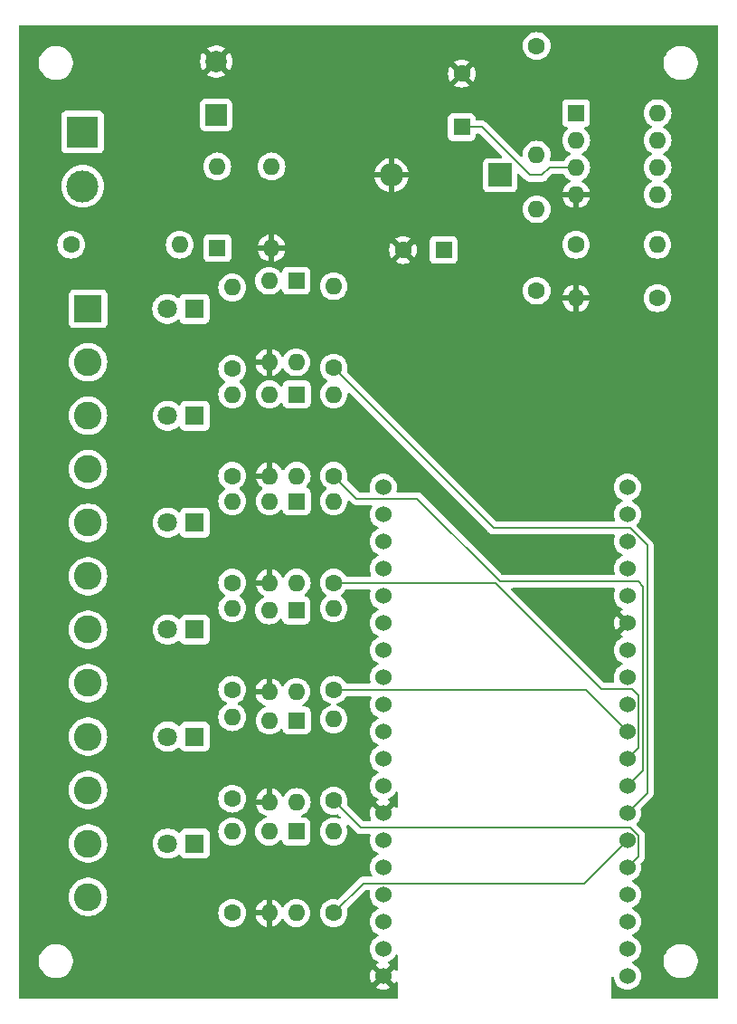
<source format=gbr>
%TF.GenerationSoftware,KiCad,Pcbnew,8.0.4*%
%TF.CreationDate,2024-09-13T06:36:19-04:00*%
%TF.ProjectId,UpTime,55705469-6d65-42e6-9b69-6361645f7063,rev?*%
%TF.SameCoordinates,Original*%
%TF.FileFunction,Copper,L2,Bot*%
%TF.FilePolarity,Positive*%
%FSLAX46Y46*%
G04 Gerber Fmt 4.6, Leading zero omitted, Abs format (unit mm)*
G04 Created by KiCad (PCBNEW 8.0.4) date 2024-09-13 06:36:19*
%MOMM*%
%LPD*%
G01*
G04 APERTURE LIST*
%TA.AperFunction,ComponentPad*%
%ADD10C,1.600000*%
%TD*%
%TA.AperFunction,ComponentPad*%
%ADD11O,1.600000X1.600000*%
%TD*%
%TA.AperFunction,ComponentPad*%
%ADD12R,1.800000X1.800000*%
%TD*%
%TA.AperFunction,ComponentPad*%
%ADD13C,1.800000*%
%TD*%
%TA.AperFunction,ComponentPad*%
%ADD14R,1.600000X1.600000*%
%TD*%
%TA.AperFunction,ComponentPad*%
%ADD15R,2.000000X2.000000*%
%TD*%
%TA.AperFunction,ComponentPad*%
%ADD16C,2.000000*%
%TD*%
%TA.AperFunction,ComponentPad*%
%ADD17R,3.000000X3.000000*%
%TD*%
%TA.AperFunction,ComponentPad*%
%ADD18C,3.000000*%
%TD*%
%TA.AperFunction,ComponentPad*%
%ADD19R,2.600000X2.600000*%
%TD*%
%TA.AperFunction,ComponentPad*%
%ADD20C,2.600000*%
%TD*%
%TA.AperFunction,ComponentPad*%
%ADD21C,1.524000*%
%TD*%
%TA.AperFunction,ComponentPad*%
%ADD22R,2.200000X2.200000*%
%TD*%
%TA.AperFunction,ComponentPad*%
%ADD23O,2.200000X2.200000*%
%TD*%
%TA.AperFunction,Conductor*%
%ADD24C,0.200000*%
%TD*%
G04 APERTURE END LIST*
D10*
%TO.P,R7,1*%
%TO.N,Net-(J7-Pin_8)*%
X136500000Y-115120000D03*
D11*
%TO.P,R7,2*%
%TO.N,Net-(R7-Pad2)*%
X136500000Y-107500000D03*
%TD*%
D12*
%TO.P,D7,1,K*%
%TO.N,Net-(D7-K)*%
X133000000Y-119500000D03*
D13*
%TO.P,D7,2,A*%
%TO.N,Net-(D7-A)*%
X130460000Y-119500000D03*
%TD*%
D14*
%TO.P,U4,1*%
%TO.N,Net-(D3-K)*%
X142540000Y-97500000D03*
D11*
%TO.P,U4,2*%
%TO.N,Net-(R5-Pad2)*%
X140000000Y-97500000D03*
%TO.P,U4,3*%
%TO.N,GND*%
X140000000Y-105120000D03*
%TO.P,U4,4*%
%TO.N,Net-(R6-Pad1)*%
X142540000Y-105120000D03*
%TD*%
D15*
%TO.P,C1,1*%
%TO.N,Net-(D5-+)*%
X135000000Y-61367677D03*
D16*
%TO.P,C1,2*%
%TO.N,GND*%
X135000000Y-56367677D03*
%TD*%
D10*
%TO.P,R2,1*%
%TO.N,Net-(U1-IO32)*%
X146000000Y-85000000D03*
D11*
%TO.P,R2,2*%
%TO.N,+3.3V*%
X146000000Y-77380000D03*
%TD*%
D14*
%TO.P,U8,1*%
%TO.N,Net-(D8-K)*%
X142500000Y-128380000D03*
D11*
%TO.P,U8,2*%
%TO.N,Net-(R13-Pad2)*%
X139960000Y-128380000D03*
%TO.P,U8,3*%
%TO.N,GND*%
X139960000Y-136000000D03*
%TO.P,U8,4*%
%TO.N,Net-(U1-IO35)*%
X142500000Y-136000000D03*
%TD*%
D10*
%TO.P,R12,1*%
%TO.N,Net-(J7-Pin_10)*%
X136500000Y-125310000D03*
D11*
%TO.P,R12,2*%
%TO.N,Net-(R12-Pad2)*%
X136500000Y-117690000D03*
%TD*%
D10*
%TO.P,L1,1*%
%TO.N,+5V*%
X165000000Y-54920000D03*
D11*
%TO.P,L1,2*%
%TO.N,/SwE*%
X165000000Y-65080000D03*
%TD*%
D10*
%TO.P,R15,1*%
%TO.N,Net-(U1-IO35)*%
X146000000Y-136000000D03*
D11*
%TO.P,R15,2*%
%TO.N,+3.3V*%
X146000000Y-128380000D03*
%TD*%
D10*
%TO.P,R11,1*%
%TO.N,/Vfb*%
X176310000Y-78500000D03*
D11*
%TO.P,R11,2*%
%TO.N,GND*%
X168690000Y-78500000D03*
%TD*%
D17*
%TO.P,J8,1,Pin_1*%
%TO.N,Net-(J8-Pin_1)*%
X122500000Y-62960000D03*
D18*
%TO.P,J8,2,Pin_2*%
%TO.N,Net-(J8-Pin_2)*%
X122500000Y-68040000D03*
%TD*%
D12*
%TO.P,D2,1,K*%
%TO.N,Net-(D2-K)*%
X133000000Y-89500000D03*
D13*
%TO.P,D2,2,A*%
%TO.N,Net-(D2-A)*%
X130460000Y-89500000D03*
%TD*%
D14*
%TO.P,C2,1*%
%TO.N,/TC*%
X158000000Y-62500000D03*
D10*
%TO.P,C2,2*%
%TO.N,GND*%
X158000000Y-57500000D03*
%TD*%
D14*
%TO.P,U6,1*%
%TO.N,Net-(D7-K)*%
X142540000Y-118000000D03*
D11*
%TO.P,U6,2*%
%TO.N,Net-(R12-Pad2)*%
X140000000Y-118000000D03*
%TO.P,U6,3*%
%TO.N,GND*%
X140000000Y-125620000D03*
%TO.P,U6,4*%
%TO.N,Net-(U1-IO34)*%
X142540000Y-125620000D03*
%TD*%
D19*
%TO.P,J7,1,Pin_1*%
%TO.N,Net-(D1-A)*%
X123000000Y-79500000D03*
D20*
%TO.P,J7,2,Pin_2*%
%TO.N,Net-(J7-Pin_2)*%
X123000000Y-84500000D03*
%TO.P,J7,3,Pin_3*%
%TO.N,Net-(D2-A)*%
X123000000Y-89500000D03*
%TO.P,J7,4,Pin_4*%
%TO.N,Net-(J7-Pin_4)*%
X123000000Y-94500000D03*
%TO.P,J7,5,Pin_5*%
%TO.N,Net-(D3-A)*%
X123000000Y-99500000D03*
%TO.P,J7,6,Pin_6*%
%TO.N,Net-(J7-Pin_6)*%
X123000000Y-104500000D03*
%TO.P,J7,7,Pin_7*%
%TO.N,Net-(D4-A)*%
X123000000Y-109500000D03*
%TO.P,J7,8,Pin_8*%
%TO.N,Net-(J7-Pin_8)*%
X123000000Y-114500000D03*
%TO.P,J7,9,Pin_9*%
%TO.N,Net-(D7-A)*%
X123000000Y-119500000D03*
%TO.P,J7,10,Pin_10*%
%TO.N,Net-(J7-Pin_10)*%
X123000000Y-124500000D03*
%TO.P,J7,11,Pin_11*%
%TO.N,Net-(D8-A)*%
X123000000Y-129500000D03*
%TO.P,J7,12,Pin_12*%
%TO.N,Net-(J7-Pin_12)*%
X123000000Y-134500000D03*
%TD*%
D12*
%TO.P,D3,1,K*%
%TO.N,Net-(D3-K)*%
X133000000Y-99500000D03*
D13*
%TO.P,D3,2,A*%
%TO.N,Net-(D3-A)*%
X130460000Y-99500000D03*
%TD*%
D10*
%TO.P,R4,1*%
%TO.N,Net-(U1-IO33)*%
X146000000Y-95120000D03*
D11*
%TO.P,R4,2*%
%TO.N,+3.3V*%
X146000000Y-87500000D03*
%TD*%
D12*
%TO.P,D1,1,K*%
%TO.N,Net-(D1-K)*%
X132960000Y-79500000D03*
D13*
%TO.P,D1,2,A*%
%TO.N,Net-(D1-A)*%
X130420000Y-79500000D03*
%TD*%
D14*
%TO.P,U3,1*%
%TO.N,Net-(D2-K)*%
X142540000Y-87500000D03*
D11*
%TO.P,U3,2*%
%TO.N,Net-(R3-Pad2)*%
X140000000Y-87500000D03*
%TO.P,U3,3*%
%TO.N,GND*%
X140000000Y-95120000D03*
%TO.P,U3,4*%
%TO.N,Net-(U1-IO33)*%
X142540000Y-95120000D03*
%TD*%
D10*
%TO.P,R10,1*%
%TO.N,+5V*%
X168690000Y-73500000D03*
D11*
%TO.P,R10,2*%
%TO.N,/Vfb*%
X176310000Y-73500000D03*
%TD*%
D14*
%TO.P,D5,1,+*%
%TO.N,Net-(D5-+)*%
X135100000Y-73810000D03*
D11*
%TO.P,D5,2,-*%
%TO.N,GND*%
X140180000Y-73810000D03*
%TO.P,D5,3*%
%TO.N,Net-(D5-Pad3)*%
X140180000Y-66190000D03*
%TO.P,D5,4*%
%TO.N,Net-(J8-Pin_1)*%
X135100000Y-66190000D03*
%TD*%
D10*
%TO.P,R5,1*%
%TO.N,Net-(J7-Pin_6)*%
X136500000Y-105120000D03*
D11*
%TO.P,R5,2*%
%TO.N,Net-(R5-Pad2)*%
X136500000Y-97500000D03*
%TD*%
D10*
%TO.P,F1,1*%
%TO.N,Net-(J8-Pin_2)*%
X121420000Y-73500000D03*
D11*
%TO.P,F1,2*%
%TO.N,Net-(D5-Pad3)*%
X131580000Y-73500000D03*
%TD*%
D12*
%TO.P,D4,1,K*%
%TO.N,Net-(D4-K)*%
X133000000Y-109500000D03*
D13*
%TO.P,D4,2,A*%
%TO.N,Net-(D4-A)*%
X130460000Y-109500000D03*
%TD*%
D10*
%TO.P,R8,1*%
%TO.N,Net-(U1-IO26)*%
X146000000Y-115120000D03*
D11*
%TO.P,R8,2*%
%TO.N,+3.3V*%
X146000000Y-107500000D03*
%TD*%
D14*
%TO.P,U7,1,SwC*%
%TO.N,/SwC*%
X168700000Y-61200000D03*
D11*
%TO.P,U7,2,SwE*%
%TO.N,/SwE*%
X168700000Y-63740000D03*
%TO.P,U7,3,TC*%
%TO.N,/TC*%
X168700000Y-66280000D03*
%TO.P,U7,4,GND*%
%TO.N,GND*%
X168700000Y-68820000D03*
%TO.P,U7,5,Vfb*%
%TO.N,/Vfb*%
X176320000Y-68820000D03*
%TO.P,U7,6,Vin*%
%TO.N,Net-(D5-+)*%
X176320000Y-66280000D03*
%TO.P,U7,7,Ipk*%
%TO.N,/SwC*%
X176320000Y-63740000D03*
%TO.P,U7,8,DC*%
X176320000Y-61200000D03*
%TD*%
D10*
%TO.P,R13,1*%
%TO.N,Net-(J7-Pin_12)*%
X136500000Y-136000000D03*
D11*
%TO.P,R13,2*%
%TO.N,Net-(R13-Pad2)*%
X136500000Y-128380000D03*
%TD*%
D14*
%TO.P,C3,1*%
%TO.N,+5V*%
X156300000Y-74000000D03*
D10*
%TO.P,C3,2*%
%TO.N,GND*%
X152500000Y-74000000D03*
%TD*%
%TO.P,R14,1*%
%TO.N,Net-(U1-IO34)*%
X146000000Y-125500000D03*
D11*
%TO.P,R14,2*%
%TO.N,+3.3V*%
X146000000Y-117880000D03*
%TD*%
D12*
%TO.P,D8,1,K*%
%TO.N,Net-(D8-K)*%
X133000000Y-129500000D03*
D13*
%TO.P,D8,2,A*%
%TO.N,Net-(D8-A)*%
X130460000Y-129500000D03*
%TD*%
D21*
%TO.P,U1,J1_1,3.3V*%
%TO.N,+3.3V*%
X173500000Y-141900000D03*
%TO.P,U1,J1_2,EN*%
%TO.N,unconnected-(U1-EN-PadJ1_2)*%
X173500000Y-139360000D03*
%TO.P,U1,J1_3,IO36*%
%TO.N,unconnected-(U1-IO36-PadJ1_3)*%
X173500000Y-136820000D03*
%TO.P,U1,J1_4,IO39*%
%TO.N,unconnected-(U1-IO39-PadJ1_4)*%
X173500000Y-134280000D03*
%TO.P,U1,J1_5,IO34*%
%TO.N,Net-(U1-IO34)*%
X173500000Y-131740000D03*
%TO.P,U1,J1_6,IO35*%
%TO.N,Net-(U1-IO35)*%
X173500000Y-129200000D03*
%TO.P,U1,J1_7,IO32*%
%TO.N,Net-(U1-IO32)*%
X173500000Y-126660000D03*
%TO.P,U1,J1_8,IO33*%
%TO.N,Net-(U1-IO33)*%
X173500000Y-124120000D03*
%TO.P,U1,J1_9,IO25*%
%TO.N,unconnected-(U1-IO25-PadJ1_9)*%
X173500000Y-121580000D03*
%TO.P,U1,J1_10,IO26*%
%TO.N,Net-(U1-IO26)*%
X173500000Y-119040000D03*
%TO.P,U1,J1_11,IO27*%
%TO.N,unconnected-(U1-IO27-PadJ1_11)*%
X173500000Y-116500000D03*
%TO.P,U1,J1_12,IO14*%
%TO.N,unconnected-(U1-IO14-PadJ1_12)*%
X173500000Y-113960000D03*
%TO.P,U1,J1_13,IO12*%
%TO.N,unconnected-(U1-IO12-PadJ1_13)*%
X173500000Y-111420000D03*
%TO.P,U1,J1_14,GND*%
%TO.N,GND*%
X173500000Y-108880000D03*
%TO.P,U1,J1_15,IO13*%
%TO.N,unconnected-(U1-IO13-PadJ1_15)*%
X173500000Y-106340000D03*
%TO.P,U1,J1_16,IO9*%
%TO.N,unconnected-(U1-IO9-PadJ1_16)*%
X173500000Y-103800000D03*
%TO.P,U1,J1_17,IO10*%
%TO.N,unconnected-(U1-IO10-PadJ1_17)*%
X173500000Y-101260000D03*
%TO.P,U1,J1_18,IO11*%
%TO.N,unconnected-(U1-IO11-PadJ1_18)*%
X173500000Y-98720000D03*
%TO.P,U1,J1_19,5V*%
%TO.N,+5V*%
X173500000Y-96180000D03*
%TO.P,U1,J2_1,GND*%
%TO.N,GND*%
X150640000Y-141900000D03*
%TO.P,U1,J2_2,IO23*%
%TO.N,unconnected-(U1-IO23-PadJ2_2)*%
X150640000Y-139360000D03*
%TO.P,U1,J2_3,IO22*%
%TO.N,unconnected-(U1-IO22-PadJ2_3)*%
X150640000Y-136820000D03*
%TO.P,U1,J2_4,TX0*%
%TO.N,unconnected-(U1-TX0-PadJ2_4)*%
X150640000Y-134280000D03*
%TO.P,U1,J2_5,RX0*%
%TO.N,unconnected-(U1-RX0-PadJ2_5)*%
X150640000Y-131740000D03*
%TO.P,U1,J2_6,IO21*%
%TO.N,unconnected-(U1-IO21-PadJ2_6)*%
X150640000Y-129200000D03*
%TO.P,U1,J2_7,GND*%
%TO.N,GND*%
X150640000Y-126660000D03*
%TO.P,U1,J2_8,IO19*%
%TO.N,unconnected-(U1-IO19-PadJ2_8)*%
X150640000Y-124120000D03*
%TO.P,U1,J2_9,IO18*%
%TO.N,unconnected-(U1-IO18-PadJ2_9)*%
X150640000Y-121580000D03*
%TO.P,U1,J2_10,IO5*%
%TO.N,unconnected-(U1-IO5-PadJ2_10)*%
X150640000Y-119040000D03*
%TO.P,U1,J2_11,IO17*%
%TO.N,unconnected-(U1-IO17-PadJ2_11)*%
X150640000Y-116500000D03*
%TO.P,U1,J2_12,IO16*%
%TO.N,unconnected-(U1-IO16-PadJ2_12)*%
X150640000Y-113960000D03*
%TO.P,U1,J2_13,IO4*%
%TO.N,unconnected-(U1-IO4-PadJ2_13)*%
X150640000Y-111420000D03*
%TO.P,U1,J2_14,IO0*%
%TO.N,unconnected-(U1-IO0-PadJ2_14)*%
X150640000Y-108880000D03*
%TO.P,U1,J2_15,IO2*%
%TO.N,unconnected-(U1-IO2-PadJ2_15)*%
X150640000Y-106340000D03*
%TO.P,U1,J2_16,IO15*%
%TO.N,unconnected-(U1-IO15-PadJ2_16)*%
X150640000Y-103800000D03*
%TO.P,U1,J2_17,IO8*%
%TO.N,unconnected-(U1-IO8-PadJ2_17)*%
X150640000Y-101260000D03*
%TO.P,U1,J2_18,IO7*%
%TO.N,unconnected-(U1-IO7-PadJ2_18)*%
X150640000Y-98720000D03*
%TO.P,U1,J2_19,IO6*%
%TO.N,unconnected-(U1-IO6-PadJ2_19)*%
X150640000Y-96180000D03*
%TD*%
D22*
%TO.P,D6,1,K*%
%TO.N,/SwE*%
X161580000Y-67000000D03*
D23*
%TO.P,D6,2,A*%
%TO.N,GND*%
X151420000Y-67000000D03*
%TD*%
D14*
%TO.P,U2,1*%
%TO.N,Net-(D1-K)*%
X142500000Y-76880000D03*
D11*
%TO.P,U2,2*%
%TO.N,Net-(R1-Pad2)*%
X139960000Y-76880000D03*
%TO.P,U2,3*%
%TO.N,GND*%
X139960000Y-84500000D03*
%TO.P,U2,4*%
%TO.N,Net-(U1-IO32)*%
X142500000Y-84500000D03*
%TD*%
D10*
%TO.P,R3,1*%
%TO.N,Net-(J7-Pin_4)*%
X136500000Y-95120000D03*
D11*
%TO.P,R3,2*%
%TO.N,Net-(R3-Pad2)*%
X136500000Y-87500000D03*
%TD*%
D10*
%TO.P,R1,1*%
%TO.N,Net-(J7-Pin_2)*%
X136500000Y-85120000D03*
D11*
%TO.P,R1,2*%
%TO.N,Net-(R1-Pad2)*%
X136500000Y-77500000D03*
%TD*%
D14*
%TO.P,U5,1*%
%TO.N,Net-(D4-K)*%
X142500000Y-107700000D03*
D11*
%TO.P,U5,2*%
%TO.N,Net-(R7-Pad2)*%
X139960000Y-107700000D03*
%TO.P,U5,3*%
%TO.N,GND*%
X139960000Y-115320000D03*
%TO.P,U5,4*%
%TO.N,Net-(U1-IO26)*%
X142500000Y-115320000D03*
%TD*%
D10*
%TO.P,R9,1*%
%TO.N,Net-(D5-+)*%
X165000000Y-77810000D03*
D11*
%TO.P,R9,2*%
%TO.N,/SwC*%
X165000000Y-70190000D03*
%TD*%
D10*
%TO.P,R6,1*%
%TO.N,Net-(R6-Pad1)*%
X146000000Y-105120000D03*
D11*
%TO.P,R6,2*%
%TO.N,+3.3V*%
X146000000Y-97500000D03*
%TD*%
D24*
%TO.N,*%
X171022000Y-115022000D02*
X161120000Y-105120000D01*
X161120000Y-105120000D02*
X146000000Y-105120000D01*
X174562000Y-115644105D02*
X173939895Y-115022000D01*
X173500000Y-121580000D02*
X174562000Y-120518000D01*
X174562000Y-120518000D02*
X174562000Y-115644105D01*
X173939895Y-115022000D02*
X171022000Y-115022000D01*
%TO.N,/TC*%
X159880000Y-62500000D02*
X164380000Y-67000000D01*
X166220000Y-66280000D02*
X168700000Y-66280000D01*
X158000000Y-62500000D02*
X159880000Y-62500000D01*
X164380000Y-67000000D02*
X165500000Y-67000000D01*
X165500000Y-67000000D02*
X166220000Y-66280000D01*
%TO.N,Net-(U1-IO32)*%
X161000000Y-100000000D02*
X146000000Y-85000000D01*
X175362000Y-124798000D02*
X175362000Y-101620105D01*
X173741895Y-100000000D02*
X161000000Y-100000000D01*
X173500000Y-126660000D02*
X175362000Y-124798000D01*
X175362000Y-101620105D02*
X173741895Y-100000000D01*
%TO.N,Net-(U1-IO33)*%
X161565686Y-105000000D02*
X153807686Y-97242000D01*
X174500000Y-105000000D02*
X161565686Y-105000000D01*
X153807686Y-97242000D02*
X148122000Y-97242000D01*
X174962000Y-122658000D02*
X174962000Y-105462000D01*
X174962000Y-105462000D02*
X174500000Y-105000000D01*
X148122000Y-97242000D02*
X146000000Y-95120000D01*
X173500000Y-124120000D02*
X174962000Y-122658000D01*
%TO.N,Net-(U1-IO26)*%
X173500000Y-119040000D02*
X169580000Y-115120000D01*
X169580000Y-115120000D02*
X146000000Y-115120000D01*
%TO.N,Net-(U1-IO34)*%
X148500000Y-128000000D02*
X146000000Y-125500000D01*
X173500000Y-131740000D02*
X174562000Y-130678000D01*
X174562000Y-130678000D02*
X174562000Y-128760105D01*
X174562000Y-128760105D02*
X173801895Y-128000000D01*
X173801895Y-128000000D02*
X148500000Y-128000000D01*
%TO.N,Net-(U1-IO35)*%
X173500000Y-129200000D02*
X169482000Y-133218000D01*
X148782000Y-133218000D02*
X146000000Y-136000000D01*
X169482000Y-133218000D02*
X148782000Y-133218000D01*
%TD*%
%TA.AperFunction,Conductor*%
%TO.N,GND*%
G36*
X181942539Y-53020185D02*
G01*
X181988294Y-53072989D01*
X181999500Y-53124500D01*
X181999500Y-143875500D01*
X181979815Y-143942539D01*
X181927011Y-143988294D01*
X181875500Y-143999500D01*
X172124000Y-143999500D01*
X172056961Y-143979815D01*
X172011206Y-143927011D01*
X172000000Y-143875500D01*
X172000000Y-142080558D01*
X172019685Y-142013519D01*
X172072489Y-141967764D01*
X172141647Y-141957820D01*
X172205203Y-141986845D01*
X172242977Y-142045623D01*
X172247528Y-142069751D01*
X172251929Y-142120062D01*
X172251930Y-142120070D01*
X172309104Y-142333445D01*
X172309105Y-142333447D01*
X172309106Y-142333450D01*
X172400266Y-142528944D01*
X172402466Y-142533662D01*
X172402468Y-142533666D01*
X172529170Y-142714615D01*
X172529175Y-142714621D01*
X172685378Y-142870824D01*
X172685384Y-142870829D01*
X172866333Y-142997531D01*
X172866335Y-142997532D01*
X172866338Y-142997534D01*
X173066550Y-143090894D01*
X173279932Y-143148070D01*
X173437123Y-143161822D01*
X173499998Y-143167323D01*
X173500000Y-143167323D01*
X173500002Y-143167323D01*
X173555017Y-143162509D01*
X173720068Y-143148070D01*
X173933450Y-143090894D01*
X174133662Y-142997534D01*
X174314620Y-142870826D01*
X174470826Y-142714620D01*
X174597534Y-142533662D01*
X174690894Y-142333450D01*
X174748070Y-142120068D01*
X174767323Y-141900000D01*
X174748070Y-141679932D01*
X174690894Y-141466550D01*
X174597534Y-141266339D01*
X174470826Y-141085380D01*
X174314620Y-140929174D01*
X174314616Y-140929171D01*
X174314615Y-140929170D01*
X174133666Y-140802468D01*
X174133658Y-140802464D01*
X174004811Y-140742382D01*
X173952371Y-140696210D01*
X173933219Y-140629017D01*
X173953435Y-140562135D01*
X174004811Y-140517618D01*
X174010802Y-140514824D01*
X174133662Y-140457534D01*
X174252907Y-140374038D01*
X176899500Y-140374038D01*
X176899500Y-140625962D01*
X176910932Y-140698141D01*
X176938910Y-140874785D01*
X177016760Y-141114383D01*
X177094186Y-141266338D01*
X177130747Y-141338094D01*
X177131132Y-141338848D01*
X177279201Y-141542649D01*
X177279205Y-141542654D01*
X177457345Y-141720794D01*
X177457350Y-141720798D01*
X177574236Y-141805720D01*
X177661155Y-141868870D01*
X177804184Y-141941747D01*
X177885616Y-141983239D01*
X177885618Y-141983239D01*
X177885621Y-141983241D01*
X178125215Y-142061090D01*
X178374038Y-142100500D01*
X178374039Y-142100500D01*
X178625961Y-142100500D01*
X178625962Y-142100500D01*
X178874785Y-142061090D01*
X179114379Y-141983241D01*
X179338845Y-141868870D01*
X179542656Y-141720793D01*
X179720793Y-141542656D01*
X179868870Y-141338845D01*
X179983241Y-141114379D01*
X180061090Y-140874785D01*
X180100500Y-140625962D01*
X180100500Y-140374038D01*
X180061090Y-140125215D01*
X179983241Y-139885621D01*
X179983239Y-139885618D01*
X179983239Y-139885616D01*
X179936275Y-139793445D01*
X179868870Y-139661155D01*
X179849952Y-139635117D01*
X179720798Y-139457350D01*
X179720794Y-139457345D01*
X179542654Y-139279205D01*
X179542649Y-139279201D01*
X179338848Y-139131132D01*
X179338847Y-139131131D01*
X179338845Y-139131130D01*
X179268747Y-139095413D01*
X179114383Y-139016760D01*
X178874785Y-138938910D01*
X178796773Y-138926554D01*
X178625962Y-138899500D01*
X178374038Y-138899500D01*
X178249626Y-138919205D01*
X178125214Y-138938910D01*
X177885616Y-139016760D01*
X177661151Y-139131132D01*
X177457350Y-139279201D01*
X177457345Y-139279205D01*
X177279205Y-139457345D01*
X177279201Y-139457350D01*
X177131132Y-139661151D01*
X177016760Y-139885616D01*
X176938910Y-140125214D01*
X176938910Y-140125215D01*
X176899500Y-140374038D01*
X174252907Y-140374038D01*
X174314620Y-140330826D01*
X174470826Y-140174620D01*
X174597534Y-139993662D01*
X174690894Y-139793450D01*
X174748070Y-139580068D01*
X174767323Y-139360000D01*
X174748070Y-139139932D01*
X174690894Y-138926550D01*
X174597534Y-138726339D01*
X174470826Y-138545380D01*
X174314620Y-138389174D01*
X174314616Y-138389171D01*
X174314615Y-138389170D01*
X174133666Y-138262468D01*
X174133658Y-138262464D01*
X174004811Y-138202382D01*
X173952371Y-138156210D01*
X173933219Y-138089017D01*
X173953435Y-138022135D01*
X174004811Y-137977618D01*
X174010802Y-137974824D01*
X174133662Y-137917534D01*
X174314620Y-137790826D01*
X174470826Y-137634620D01*
X174597534Y-137453662D01*
X174690894Y-137253450D01*
X174748070Y-137040068D01*
X174762509Y-136875017D01*
X174767323Y-136820002D01*
X174767323Y-136819997D01*
X174752689Y-136652732D01*
X174748070Y-136599932D01*
X174690894Y-136386550D01*
X174597534Y-136186339D01*
X174470826Y-136005380D01*
X174314620Y-135849174D01*
X174314616Y-135849171D01*
X174314615Y-135849170D01*
X174133666Y-135722468D01*
X174133658Y-135722464D01*
X174004811Y-135662382D01*
X173952371Y-135616210D01*
X173933219Y-135549017D01*
X173953435Y-135482135D01*
X174004811Y-135437618D01*
X174010802Y-135434824D01*
X174133662Y-135377534D01*
X174314620Y-135250826D01*
X174470826Y-135094620D01*
X174597534Y-134913662D01*
X174690894Y-134713450D01*
X174748070Y-134500068D01*
X174767323Y-134280000D01*
X174748070Y-134059932D01*
X174690894Y-133846550D01*
X174597534Y-133646339D01*
X174470826Y-133465380D01*
X174314620Y-133309174D01*
X174314616Y-133309171D01*
X174314615Y-133309170D01*
X174133666Y-133182468D01*
X174133658Y-133182464D01*
X174004811Y-133122382D01*
X173952371Y-133076210D01*
X173933219Y-133009017D01*
X173953435Y-132942135D01*
X174004811Y-132897618D01*
X174010802Y-132894824D01*
X174133662Y-132837534D01*
X174314620Y-132710826D01*
X174470826Y-132554620D01*
X174597534Y-132373662D01*
X174690894Y-132173450D01*
X174748070Y-131960068D01*
X174767323Y-131740000D01*
X174748070Y-131519932D01*
X174728821Y-131448095D01*
X174730482Y-131378246D01*
X174760911Y-131328322D01*
X175042520Y-131046716D01*
X175121577Y-130909785D01*
X175162501Y-130757057D01*
X175162501Y-130598942D01*
X175162501Y-130591347D01*
X175162500Y-130591329D01*
X175162500Y-128849165D01*
X175162501Y-128849152D01*
X175162501Y-128681050D01*
X175162501Y-128681048D01*
X175121577Y-128528320D01*
X175042520Y-128391389D01*
X174385968Y-127734838D01*
X174352484Y-127673516D01*
X174357468Y-127603825D01*
X174385969Y-127559477D01*
X174413323Y-127532123D01*
X174470826Y-127474620D01*
X174597534Y-127293662D01*
X174690894Y-127093450D01*
X174748070Y-126880068D01*
X174767323Y-126660000D01*
X174763827Y-126620045D01*
X174761472Y-126593120D01*
X174748070Y-126439932D01*
X174728821Y-126368095D01*
X174730482Y-126298245D01*
X174760912Y-126248321D01*
X175842520Y-125166716D01*
X175921577Y-125029784D01*
X175962501Y-124877057D01*
X175962501Y-124718942D01*
X175962501Y-124711347D01*
X175962500Y-124711329D01*
X175962500Y-101541050D01*
X175962500Y-101541048D01*
X175921577Y-101388321D01*
X175870874Y-101300500D01*
X175842524Y-101251395D01*
X175842521Y-101251391D01*
X175842520Y-101251389D01*
X175730716Y-101139585D01*
X175730715Y-101139584D01*
X175726385Y-101135254D01*
X175726374Y-101135244D01*
X174385969Y-99794839D01*
X174352484Y-99733516D01*
X174357468Y-99663824D01*
X174385969Y-99619477D01*
X174470826Y-99534620D01*
X174597534Y-99353662D01*
X174690894Y-99153450D01*
X174748070Y-98940068D01*
X174765241Y-98743796D01*
X174767323Y-98720002D01*
X174767323Y-98719997D01*
X174759499Y-98630567D01*
X174748070Y-98499932D01*
X174690894Y-98286550D01*
X174597534Y-98086339D01*
X174492511Y-97936349D01*
X174470827Y-97905381D01*
X174407945Y-97842499D01*
X174314620Y-97749174D01*
X174314616Y-97749171D01*
X174314615Y-97749170D01*
X174133666Y-97622468D01*
X174133658Y-97622464D01*
X174004811Y-97562382D01*
X173952371Y-97516210D01*
X173933219Y-97449017D01*
X173953435Y-97382135D01*
X174004811Y-97337618D01*
X174010802Y-97334824D01*
X174133662Y-97277534D01*
X174314620Y-97150826D01*
X174470826Y-96994620D01*
X174597534Y-96813662D01*
X174690894Y-96613450D01*
X174748070Y-96400068D01*
X174766052Y-96194532D01*
X174767323Y-96180002D01*
X174767323Y-96179997D01*
X174748070Y-95959937D01*
X174748070Y-95959932D01*
X174690894Y-95746550D01*
X174597534Y-95546339D01*
X174474061Y-95370000D01*
X174470827Y-95365381D01*
X174418485Y-95313039D01*
X174314620Y-95209174D01*
X174314616Y-95209171D01*
X174314615Y-95209170D01*
X174133666Y-95082468D01*
X174133662Y-95082466D01*
X174101222Y-95067339D01*
X173933450Y-94989106D01*
X173933447Y-94989105D01*
X173933445Y-94989104D01*
X173720070Y-94931930D01*
X173720062Y-94931929D01*
X173500002Y-94912677D01*
X173499998Y-94912677D01*
X173279937Y-94931929D01*
X173279929Y-94931930D01*
X173066554Y-94989104D01*
X173066548Y-94989107D01*
X172866340Y-95082465D01*
X172866338Y-95082466D01*
X172685377Y-95209175D01*
X172529175Y-95365377D01*
X172402466Y-95546338D01*
X172402465Y-95546340D01*
X172309107Y-95746548D01*
X172309104Y-95746554D01*
X172251930Y-95959929D01*
X172251929Y-95959937D01*
X172232677Y-96179997D01*
X172232677Y-96180002D01*
X172251929Y-96400062D01*
X172251930Y-96400070D01*
X172309104Y-96613445D01*
X172309105Y-96613447D01*
X172309106Y-96613450D01*
X172350392Y-96701988D01*
X172402466Y-96813662D01*
X172402468Y-96813666D01*
X172529170Y-96994615D01*
X172529175Y-96994621D01*
X172685378Y-97150824D01*
X172685384Y-97150829D01*
X172866333Y-97277531D01*
X172866335Y-97277532D01*
X172866338Y-97277534D01*
X172985748Y-97333215D01*
X172995189Y-97337618D01*
X173047628Y-97383790D01*
X173066780Y-97450984D01*
X173046564Y-97517865D01*
X172995189Y-97562382D01*
X172866340Y-97622465D01*
X172866338Y-97622466D01*
X172685379Y-97749174D01*
X172529175Y-97905377D01*
X172402466Y-98086338D01*
X172402465Y-98086340D01*
X172309107Y-98286548D01*
X172309104Y-98286554D01*
X172251930Y-98499929D01*
X172251929Y-98499937D01*
X172232677Y-98719997D01*
X172232677Y-98720002D01*
X172251929Y-98940062D01*
X172251930Y-98940070D01*
X172309104Y-99153445D01*
X172309108Y-99153456D01*
X172341582Y-99223096D01*
X172352074Y-99292173D01*
X172323554Y-99355957D01*
X172265077Y-99394196D01*
X172229200Y-99399500D01*
X161300097Y-99399500D01*
X161233058Y-99379815D01*
X161212416Y-99363181D01*
X147291941Y-85442706D01*
X147258456Y-85381383D01*
X147259847Y-85322931D01*
X147285635Y-85226692D01*
X147305468Y-85000000D01*
X147285635Y-84773308D01*
X147226739Y-84553504D01*
X147130568Y-84347266D01*
X147000047Y-84160861D01*
X147000045Y-84160858D01*
X146839141Y-83999954D01*
X146652734Y-83869432D01*
X146652732Y-83869431D01*
X146446497Y-83773261D01*
X146446488Y-83773258D01*
X146226697Y-83714366D01*
X146226693Y-83714365D01*
X146226692Y-83714365D01*
X146226691Y-83714364D01*
X146226686Y-83714364D01*
X146000002Y-83694532D01*
X145999998Y-83694532D01*
X145773313Y-83714364D01*
X145773302Y-83714366D01*
X145553511Y-83773258D01*
X145553502Y-83773261D01*
X145347267Y-83869431D01*
X145347265Y-83869432D01*
X145160858Y-83999954D01*
X144999954Y-84160858D01*
X144869432Y-84347265D01*
X144869431Y-84347267D01*
X144773261Y-84553502D01*
X144773258Y-84553511D01*
X144714366Y-84773302D01*
X144714364Y-84773313D01*
X144694532Y-84999998D01*
X144694532Y-85000001D01*
X144714364Y-85226686D01*
X144714366Y-85226697D01*
X144773258Y-85446488D01*
X144773261Y-85446497D01*
X144869431Y-85652732D01*
X144869432Y-85652734D01*
X144999954Y-85839141D01*
X145160858Y-86000045D01*
X145160861Y-86000047D01*
X145347266Y-86130568D01*
X145362387Y-86137619D01*
X145414825Y-86183791D01*
X145433976Y-86250985D01*
X145413760Y-86317866D01*
X145362387Y-86362380D01*
X145347268Y-86369431D01*
X145347264Y-86369433D01*
X145160858Y-86499954D01*
X144999954Y-86660858D01*
X144869432Y-86847265D01*
X144869431Y-86847267D01*
X144773261Y-87053502D01*
X144773258Y-87053511D01*
X144714366Y-87273302D01*
X144714364Y-87273313D01*
X144694532Y-87499998D01*
X144694532Y-87500001D01*
X144714364Y-87726686D01*
X144714366Y-87726697D01*
X144773258Y-87946488D01*
X144773261Y-87946497D01*
X144869431Y-88152732D01*
X144869432Y-88152734D01*
X144999954Y-88339141D01*
X145160858Y-88500045D01*
X145160861Y-88500047D01*
X145347266Y-88630568D01*
X145553504Y-88726739D01*
X145773308Y-88785635D01*
X145935230Y-88799801D01*
X145999998Y-88805468D01*
X146000000Y-88805468D01*
X146000002Y-88805468D01*
X146056807Y-88800498D01*
X146226692Y-88785635D01*
X146446496Y-88726739D01*
X146652734Y-88630568D01*
X146839139Y-88500047D01*
X147000047Y-88339139D01*
X147130568Y-88152734D01*
X147226739Y-87946496D01*
X147285635Y-87726692D01*
X147305468Y-87500000D01*
X147302054Y-87460985D01*
X147315819Y-87392489D01*
X147364434Y-87342305D01*
X147432462Y-87326370D01*
X147498306Y-87349744D01*
X147513263Y-87362498D01*
X160515139Y-100364374D01*
X160515149Y-100364385D01*
X160519479Y-100368715D01*
X160519480Y-100368716D01*
X160631284Y-100480520D01*
X160631286Y-100480521D01*
X160631290Y-100480524D01*
X160723773Y-100533918D01*
X160768216Y-100559577D01*
X160880019Y-100589534D01*
X160920942Y-100600500D01*
X160920943Y-100600500D01*
X172219874Y-100600500D01*
X172286913Y-100620185D01*
X172332668Y-100672989D01*
X172342612Y-100742147D01*
X172332256Y-100776904D01*
X172309107Y-100826548D01*
X172309104Y-100826554D01*
X172251930Y-101039929D01*
X172251929Y-101039937D01*
X172232677Y-101259997D01*
X172232677Y-101260002D01*
X172251929Y-101480062D01*
X172251930Y-101480070D01*
X172309104Y-101693445D01*
X172309105Y-101693447D01*
X172309106Y-101693450D01*
X172342429Y-101764911D01*
X172402466Y-101893662D01*
X172402468Y-101893666D01*
X172529170Y-102074615D01*
X172529175Y-102074621D01*
X172685378Y-102230824D01*
X172685384Y-102230829D01*
X172866333Y-102357531D01*
X172866335Y-102357532D01*
X172866338Y-102357534D01*
X172985748Y-102413215D01*
X172995189Y-102417618D01*
X173047628Y-102463790D01*
X173066780Y-102530984D01*
X173046564Y-102597865D01*
X172995189Y-102642382D01*
X172866340Y-102702465D01*
X172866338Y-102702466D01*
X172685377Y-102829175D01*
X172529175Y-102985377D01*
X172402466Y-103166338D01*
X172402465Y-103166340D01*
X172309107Y-103366548D01*
X172309104Y-103366554D01*
X172251930Y-103579929D01*
X172251929Y-103579937D01*
X172232677Y-103799997D01*
X172232677Y-103800002D01*
X172251929Y-104020062D01*
X172251930Y-104020070D01*
X172310507Y-104238679D01*
X172309347Y-104238989D01*
X172313409Y-104302807D01*
X172279444Y-104363866D01*
X172217861Y-104396869D01*
X172192453Y-104399500D01*
X161865783Y-104399500D01*
X161798744Y-104379815D01*
X161778102Y-104363181D01*
X154295276Y-96880355D01*
X154295274Y-96880352D01*
X154176403Y-96761481D01*
X154176402Y-96761480D01*
X154073357Y-96701987D01*
X154073357Y-96701986D01*
X154073354Y-96701986D01*
X154039471Y-96682423D01*
X153886743Y-96641499D01*
X153728629Y-96641499D01*
X153721033Y-96641499D01*
X153721017Y-96641500D01*
X151984978Y-96641500D01*
X151917939Y-96621815D01*
X151872184Y-96569011D01*
X151862240Y-96499853D01*
X151865201Y-96485414D01*
X151888070Y-96400068D01*
X151906052Y-96194532D01*
X151907323Y-96180002D01*
X151907323Y-96179997D01*
X151888070Y-95959937D01*
X151888070Y-95959932D01*
X151830894Y-95746550D01*
X151737534Y-95546339D01*
X151614061Y-95370000D01*
X151610827Y-95365381D01*
X151558485Y-95313039D01*
X151454620Y-95209174D01*
X151454616Y-95209171D01*
X151454615Y-95209170D01*
X151273666Y-95082468D01*
X151273662Y-95082466D01*
X151241222Y-95067339D01*
X151073450Y-94989106D01*
X151073447Y-94989105D01*
X151073445Y-94989104D01*
X150860070Y-94931930D01*
X150860062Y-94931929D01*
X150640002Y-94912677D01*
X150639998Y-94912677D01*
X150419937Y-94931929D01*
X150419929Y-94931930D01*
X150206554Y-94989104D01*
X150206548Y-94989107D01*
X150006340Y-95082465D01*
X150006338Y-95082466D01*
X149825377Y-95209175D01*
X149669175Y-95365377D01*
X149542466Y-95546338D01*
X149542465Y-95546340D01*
X149449107Y-95746548D01*
X149449104Y-95746554D01*
X149391930Y-95959929D01*
X149391929Y-95959937D01*
X149372677Y-96179997D01*
X149372677Y-96180002D01*
X149391929Y-96400062D01*
X149391930Y-96400069D01*
X149399280Y-96427498D01*
X149414796Y-96485407D01*
X149413134Y-96555256D01*
X149373972Y-96613119D01*
X149309744Y-96640623D01*
X149295022Y-96641500D01*
X148422097Y-96641500D01*
X148355058Y-96621815D01*
X148334416Y-96605181D01*
X147291941Y-95562706D01*
X147258456Y-95501383D01*
X147259847Y-95442931D01*
X147260611Y-95440080D01*
X147285635Y-95346692D01*
X147305468Y-95120000D01*
X147285635Y-94893308D01*
X147226739Y-94673504D01*
X147130568Y-94467266D01*
X147000047Y-94280861D01*
X147000045Y-94280858D01*
X146839141Y-94119954D01*
X146652734Y-93989432D01*
X146652732Y-93989431D01*
X146446497Y-93893261D01*
X146446488Y-93893258D01*
X146226697Y-93834366D01*
X146226693Y-93834365D01*
X146226692Y-93834365D01*
X146226691Y-93834364D01*
X146226686Y-93834364D01*
X146000002Y-93814532D01*
X145999998Y-93814532D01*
X145773313Y-93834364D01*
X145773302Y-93834366D01*
X145553511Y-93893258D01*
X145553502Y-93893261D01*
X145347267Y-93989431D01*
X145347265Y-93989432D01*
X145160858Y-94119954D01*
X144999954Y-94280858D01*
X144869432Y-94467265D01*
X144869431Y-94467267D01*
X144773261Y-94673502D01*
X144773258Y-94673511D01*
X144714366Y-94893302D01*
X144714364Y-94893313D01*
X144694532Y-95119998D01*
X144694532Y-95120001D01*
X144714364Y-95346686D01*
X144714366Y-95346697D01*
X144773258Y-95566488D01*
X144773261Y-95566497D01*
X144869431Y-95772732D01*
X144869432Y-95772734D01*
X144999954Y-95959141D01*
X145160858Y-96120045D01*
X145287079Y-96208425D01*
X145330704Y-96263001D01*
X145337898Y-96332500D01*
X145306376Y-96394855D01*
X145287079Y-96411575D01*
X145160858Y-96499954D01*
X144999954Y-96660858D01*
X144869432Y-96847265D01*
X144869431Y-96847267D01*
X144773261Y-97053502D01*
X144773258Y-97053511D01*
X144714366Y-97273302D01*
X144714364Y-97273313D01*
X144694532Y-97499998D01*
X144694532Y-97500001D01*
X144714364Y-97726686D01*
X144714366Y-97726697D01*
X144773258Y-97946488D01*
X144773261Y-97946497D01*
X144869431Y-98152732D01*
X144869432Y-98152734D01*
X144999954Y-98339141D01*
X145160858Y-98500045D01*
X145160861Y-98500047D01*
X145347266Y-98630568D01*
X145553504Y-98726739D01*
X145773308Y-98785635D01*
X145935230Y-98799801D01*
X145999998Y-98805468D01*
X146000000Y-98805468D01*
X146000002Y-98805468D01*
X146056807Y-98800498D01*
X146226692Y-98785635D01*
X146446496Y-98726739D01*
X146652734Y-98630568D01*
X146839139Y-98500047D01*
X147000047Y-98339139D01*
X147130568Y-98152734D01*
X147226739Y-97946496D01*
X147285635Y-97726692D01*
X147300417Y-97557730D01*
X147325868Y-97492665D01*
X147382459Y-97451687D01*
X147452221Y-97447808D01*
X147511625Y-97480860D01*
X147637139Y-97606374D01*
X147637149Y-97606385D01*
X147641479Y-97610715D01*
X147641480Y-97610716D01*
X147753284Y-97722520D01*
X147753286Y-97722521D01*
X147799451Y-97749174D01*
X147799450Y-97749174D01*
X147799453Y-97749175D01*
X147890209Y-97801574D01*
X147890210Y-97801574D01*
X147890215Y-97801577D01*
X148042943Y-97842500D01*
X148201057Y-97842500D01*
X149475002Y-97842500D01*
X149542041Y-97862185D01*
X149587796Y-97914989D01*
X149597740Y-97984147D01*
X149576579Y-98037619D01*
X149542466Y-98086339D01*
X149542466Y-98086340D01*
X149542464Y-98086343D01*
X149449107Y-98286548D01*
X149449104Y-98286554D01*
X149391930Y-98499929D01*
X149391929Y-98499937D01*
X149372677Y-98719997D01*
X149372677Y-98720002D01*
X149391929Y-98940062D01*
X149391930Y-98940070D01*
X149449104Y-99153445D01*
X149449105Y-99153447D01*
X149449106Y-99153450D01*
X149502849Y-99268702D01*
X149542466Y-99353662D01*
X149542468Y-99353666D01*
X149669170Y-99534615D01*
X149669175Y-99534621D01*
X149825378Y-99690824D01*
X149825384Y-99690829D01*
X150006333Y-99817531D01*
X150006335Y-99817532D01*
X150006338Y-99817534D01*
X150125748Y-99873215D01*
X150135189Y-99877618D01*
X150187628Y-99923790D01*
X150206780Y-99990984D01*
X150186564Y-100057865D01*
X150135189Y-100102382D01*
X150006340Y-100162465D01*
X150006338Y-100162466D01*
X149825377Y-100289175D01*
X149669175Y-100445377D01*
X149542466Y-100626338D01*
X149542465Y-100626340D01*
X149449107Y-100826548D01*
X149449104Y-100826554D01*
X149391930Y-101039929D01*
X149391929Y-101039937D01*
X149372677Y-101259997D01*
X149372677Y-101260002D01*
X149391929Y-101480062D01*
X149391930Y-101480070D01*
X149449104Y-101693445D01*
X149449105Y-101693447D01*
X149449106Y-101693450D01*
X149482429Y-101764911D01*
X149542466Y-101893662D01*
X149542468Y-101893666D01*
X149669170Y-102074615D01*
X149669175Y-102074621D01*
X149825378Y-102230824D01*
X149825384Y-102230829D01*
X150006333Y-102357531D01*
X150006335Y-102357532D01*
X150006338Y-102357534D01*
X150125748Y-102413215D01*
X150135189Y-102417618D01*
X150187628Y-102463790D01*
X150206780Y-102530984D01*
X150186564Y-102597865D01*
X150135189Y-102642382D01*
X150006340Y-102702465D01*
X150006338Y-102702466D01*
X149825377Y-102829175D01*
X149669175Y-102985377D01*
X149542466Y-103166338D01*
X149542465Y-103166340D01*
X149449107Y-103366548D01*
X149449104Y-103366554D01*
X149391930Y-103579929D01*
X149391929Y-103579937D01*
X149372677Y-103799997D01*
X149372677Y-103800002D01*
X149391929Y-104020062D01*
X149391930Y-104020070D01*
X149449104Y-104233445D01*
X149449108Y-104233456D01*
X149500234Y-104343096D01*
X149510726Y-104412173D01*
X149482206Y-104475957D01*
X149423729Y-104514196D01*
X149387852Y-104519500D01*
X147231692Y-104519500D01*
X147164653Y-104499815D01*
X147130119Y-104466625D01*
X147000047Y-104280861D01*
X147000045Y-104280858D01*
X146839141Y-104119954D01*
X146652734Y-103989432D01*
X146652732Y-103989431D01*
X146446497Y-103893261D01*
X146446488Y-103893258D01*
X146226697Y-103834366D01*
X146226693Y-103834365D01*
X146226692Y-103834365D01*
X146226691Y-103834364D01*
X146226686Y-103834364D01*
X146000002Y-103814532D01*
X145999998Y-103814532D01*
X145773313Y-103834364D01*
X145773302Y-103834366D01*
X145553511Y-103893258D01*
X145553502Y-103893261D01*
X145347267Y-103989431D01*
X145347265Y-103989432D01*
X145160858Y-104119954D01*
X144999954Y-104280858D01*
X144869432Y-104467265D01*
X144869431Y-104467267D01*
X144773261Y-104673502D01*
X144773258Y-104673511D01*
X144714366Y-104893302D01*
X144714364Y-104893313D01*
X144694532Y-105119998D01*
X144694532Y-105120001D01*
X144714364Y-105346686D01*
X144714366Y-105346697D01*
X144773258Y-105566488D01*
X144773261Y-105566497D01*
X144869431Y-105772732D01*
X144869432Y-105772734D01*
X144999954Y-105959141D01*
X145160858Y-106120045D01*
X145287079Y-106208425D01*
X145330704Y-106263001D01*
X145337898Y-106332500D01*
X145306376Y-106394855D01*
X145287079Y-106411575D01*
X145160858Y-106499954D01*
X144999954Y-106660858D01*
X144869432Y-106847265D01*
X144869431Y-106847267D01*
X144773261Y-107053502D01*
X144773258Y-107053511D01*
X144714366Y-107273302D01*
X144714364Y-107273313D01*
X144694532Y-107499998D01*
X144694532Y-107500001D01*
X144714364Y-107726686D01*
X144714366Y-107726697D01*
X144773258Y-107946488D01*
X144773261Y-107946497D01*
X144869431Y-108152732D01*
X144869432Y-108152734D01*
X144999954Y-108339141D01*
X145160858Y-108500045D01*
X145160861Y-108500047D01*
X145347266Y-108630568D01*
X145553504Y-108726739D01*
X145773308Y-108785635D01*
X145935230Y-108799801D01*
X145999998Y-108805468D01*
X146000000Y-108805468D01*
X146000002Y-108805468D01*
X146056673Y-108800509D01*
X146226692Y-108785635D01*
X146446496Y-108726739D01*
X146652734Y-108630568D01*
X146839139Y-108500047D01*
X147000047Y-108339139D01*
X147130568Y-108152734D01*
X147226739Y-107946496D01*
X147285635Y-107726692D01*
X147305468Y-107500000D01*
X147285635Y-107273308D01*
X147226739Y-107053504D01*
X147130568Y-106847266D01*
X147000047Y-106660861D01*
X147000045Y-106660858D01*
X146839142Y-106499955D01*
X146827518Y-106491816D01*
X146712919Y-106411573D01*
X146669295Y-106356999D01*
X146662101Y-106287501D01*
X146693623Y-106225146D01*
X146712915Y-106208429D01*
X146839139Y-106120047D01*
X147000047Y-105959139D01*
X147130118Y-105773375D01*
X147184693Y-105729752D01*
X147231692Y-105720500D01*
X149341222Y-105720500D01*
X149408261Y-105740185D01*
X149454016Y-105792989D01*
X149463960Y-105862147D01*
X149453603Y-105896907D01*
X149449107Y-105906546D01*
X149391930Y-106119930D01*
X149391929Y-106119937D01*
X149372677Y-106339997D01*
X149372677Y-106340002D01*
X149391929Y-106560062D01*
X149391930Y-106560070D01*
X149449104Y-106773445D01*
X149449105Y-106773447D01*
X149449106Y-106773450D01*
X149542466Y-106973662D01*
X149542468Y-106973666D01*
X149669170Y-107154615D01*
X149669175Y-107154621D01*
X149825378Y-107310824D01*
X149825384Y-107310829D01*
X150006333Y-107437531D01*
X150006335Y-107437532D01*
X150006338Y-107437534D01*
X150083043Y-107473302D01*
X150135189Y-107497618D01*
X150187628Y-107543790D01*
X150206780Y-107610984D01*
X150186564Y-107677865D01*
X150135189Y-107722382D01*
X150006340Y-107782465D01*
X150006338Y-107782466D01*
X149825377Y-107909175D01*
X149669175Y-108065377D01*
X149542466Y-108246338D01*
X149542465Y-108246340D01*
X149449107Y-108446548D01*
X149449104Y-108446554D01*
X149391930Y-108659929D01*
X149391929Y-108659937D01*
X149372677Y-108879997D01*
X149372677Y-108880002D01*
X149391929Y-109100062D01*
X149391930Y-109100070D01*
X149449104Y-109313445D01*
X149449105Y-109313447D01*
X149449106Y-109313450D01*
X149467726Y-109353381D01*
X149542466Y-109513662D01*
X149542468Y-109513666D01*
X149669170Y-109694615D01*
X149669175Y-109694621D01*
X149825378Y-109850824D01*
X149825384Y-109850829D01*
X150006333Y-109977531D01*
X150006335Y-109977532D01*
X150006338Y-109977534D01*
X150123544Y-110032188D01*
X150135189Y-110037618D01*
X150187628Y-110083790D01*
X150206780Y-110150984D01*
X150186564Y-110217865D01*
X150135189Y-110262382D01*
X150006340Y-110322465D01*
X150006338Y-110322466D01*
X149825377Y-110449175D01*
X149669175Y-110605377D01*
X149542466Y-110786338D01*
X149542465Y-110786340D01*
X149449107Y-110986548D01*
X149449104Y-110986554D01*
X149391930Y-111199929D01*
X149391929Y-111199937D01*
X149372677Y-111419997D01*
X149372677Y-111420002D01*
X149391929Y-111640062D01*
X149391930Y-111640070D01*
X149449104Y-111853445D01*
X149449105Y-111853447D01*
X149449106Y-111853450D01*
X149542466Y-112053662D01*
X149542468Y-112053666D01*
X149669170Y-112234615D01*
X149669175Y-112234621D01*
X149825378Y-112390824D01*
X149825384Y-112390829D01*
X150006333Y-112517531D01*
X150006335Y-112517532D01*
X150006338Y-112517534D01*
X150125748Y-112573215D01*
X150135189Y-112577618D01*
X150187628Y-112623790D01*
X150206780Y-112690984D01*
X150186564Y-112757865D01*
X150135189Y-112802382D01*
X150006340Y-112862465D01*
X150006338Y-112862466D01*
X149825377Y-112989175D01*
X149669175Y-113145377D01*
X149542466Y-113326338D01*
X149542465Y-113326340D01*
X149449107Y-113526548D01*
X149449104Y-113526554D01*
X149391930Y-113739929D01*
X149391929Y-113739937D01*
X149372677Y-113959997D01*
X149372677Y-113960002D01*
X149386670Y-114119954D01*
X149391930Y-114180068D01*
X149429412Y-114319953D01*
X149441056Y-114363406D01*
X149439393Y-114433256D01*
X149400231Y-114491119D01*
X149336002Y-114518623D01*
X149321281Y-114519500D01*
X147231692Y-114519500D01*
X147164653Y-114499815D01*
X147130119Y-114466625D01*
X147000047Y-114280861D01*
X147000045Y-114280858D01*
X146839141Y-114119954D01*
X146652734Y-113989432D01*
X146652732Y-113989431D01*
X146446497Y-113893261D01*
X146446488Y-113893258D01*
X146226697Y-113834366D01*
X146226693Y-113834365D01*
X146226692Y-113834365D01*
X146226691Y-113834364D01*
X146226686Y-113834364D01*
X146000002Y-113814532D01*
X145999998Y-113814532D01*
X145773313Y-113834364D01*
X145773302Y-113834366D01*
X145553511Y-113893258D01*
X145553502Y-113893261D01*
X145347267Y-113989431D01*
X145347265Y-113989432D01*
X145160858Y-114119954D01*
X144999954Y-114280858D01*
X144869432Y-114467265D01*
X144869431Y-114467267D01*
X144773261Y-114673502D01*
X144773258Y-114673511D01*
X144714366Y-114893302D01*
X144714364Y-114893313D01*
X144694532Y-115119998D01*
X144694532Y-115120001D01*
X144714364Y-115346686D01*
X144714366Y-115346697D01*
X144773258Y-115566488D01*
X144773261Y-115566497D01*
X144869431Y-115772732D01*
X144869432Y-115772734D01*
X144999954Y-115959141D01*
X145160858Y-116120045D01*
X145160861Y-116120047D01*
X145347266Y-116250568D01*
X145553504Y-116346739D01*
X145553509Y-116346740D01*
X145553511Y-116346741D01*
X145678475Y-116380225D01*
X145738136Y-116416590D01*
X145768665Y-116479437D01*
X145760370Y-116548812D01*
X145715885Y-116602690D01*
X145678475Y-116619775D01*
X145553511Y-116653258D01*
X145553502Y-116653261D01*
X145347267Y-116749431D01*
X145347265Y-116749432D01*
X145160858Y-116879954D01*
X144999954Y-117040858D01*
X144869432Y-117227265D01*
X144869431Y-117227267D01*
X144773261Y-117433502D01*
X144773258Y-117433511D01*
X144714366Y-117653302D01*
X144714364Y-117653313D01*
X144694532Y-117879998D01*
X144694532Y-117880001D01*
X144714364Y-118106686D01*
X144714366Y-118106697D01*
X144773258Y-118326488D01*
X144773261Y-118326497D01*
X144869431Y-118532732D01*
X144869432Y-118532734D01*
X144999954Y-118719141D01*
X145160858Y-118880045D01*
X145160861Y-118880047D01*
X145347266Y-119010568D01*
X145553504Y-119106739D01*
X145773308Y-119165635D01*
X145935230Y-119179801D01*
X145999998Y-119185468D01*
X146000000Y-119185468D01*
X146000002Y-119185468D01*
X146056673Y-119180509D01*
X146226692Y-119165635D01*
X146446496Y-119106739D01*
X146652734Y-119010568D01*
X146839139Y-118880047D01*
X147000047Y-118719139D01*
X147130568Y-118532734D01*
X147226739Y-118326496D01*
X147285635Y-118106692D01*
X147305468Y-117880000D01*
X147303909Y-117862185D01*
X147295610Y-117767323D01*
X147285635Y-117653308D01*
X147226739Y-117433504D01*
X147130568Y-117227266D01*
X147000047Y-117040861D01*
X147000045Y-117040858D01*
X146839141Y-116879954D01*
X146652734Y-116749432D01*
X146652732Y-116749431D01*
X146446497Y-116653261D01*
X146446488Y-116653258D01*
X146321524Y-116619775D01*
X146261863Y-116583410D01*
X146231334Y-116520563D01*
X146239629Y-116451188D01*
X146284114Y-116397310D01*
X146321524Y-116380225D01*
X146341014Y-116375002D01*
X146446496Y-116346739D01*
X146652734Y-116250568D01*
X146839139Y-116120047D01*
X147000047Y-115959139D01*
X147130118Y-115773375D01*
X147184693Y-115729752D01*
X147231692Y-115720500D01*
X149415831Y-115720500D01*
X149482870Y-115740185D01*
X149528625Y-115792989D01*
X149538569Y-115862147D01*
X149528213Y-115896905D01*
X149449107Y-116066548D01*
X149449104Y-116066554D01*
X149391930Y-116279929D01*
X149391929Y-116279937D01*
X149372677Y-116499997D01*
X149372677Y-116500002D01*
X149391929Y-116720062D01*
X149391930Y-116720070D01*
X149449104Y-116933445D01*
X149449105Y-116933447D01*
X149449106Y-116933450D01*
X149507140Y-117057905D01*
X149542466Y-117133662D01*
X149542468Y-117133666D01*
X149669170Y-117314615D01*
X149669175Y-117314621D01*
X149825378Y-117470824D01*
X149825384Y-117470829D01*
X150006333Y-117597531D01*
X150006335Y-117597532D01*
X150006338Y-117597534D01*
X150082093Y-117632859D01*
X150135189Y-117657618D01*
X150187628Y-117703790D01*
X150206780Y-117770984D01*
X150186564Y-117837865D01*
X150135189Y-117882382D01*
X150006340Y-117942465D01*
X150006338Y-117942466D01*
X149825377Y-118069175D01*
X149669175Y-118225377D01*
X149542466Y-118406338D01*
X149542465Y-118406340D01*
X149449107Y-118606548D01*
X149449104Y-118606554D01*
X149391930Y-118819929D01*
X149391929Y-118819937D01*
X149372677Y-119039997D01*
X149372677Y-119040002D01*
X149391929Y-119260062D01*
X149391930Y-119260070D01*
X149449104Y-119473445D01*
X149449105Y-119473447D01*
X149449106Y-119473450D01*
X149542466Y-119673662D01*
X149542468Y-119673666D01*
X149669170Y-119854615D01*
X149669175Y-119854621D01*
X149825378Y-120010824D01*
X149825384Y-120010829D01*
X150006333Y-120137531D01*
X150006335Y-120137532D01*
X150006338Y-120137534D01*
X150073494Y-120168849D01*
X150135189Y-120197618D01*
X150187628Y-120243790D01*
X150206780Y-120310984D01*
X150186564Y-120377865D01*
X150135189Y-120422382D01*
X150006340Y-120482465D01*
X150006338Y-120482466D01*
X149825377Y-120609175D01*
X149669175Y-120765377D01*
X149542466Y-120946338D01*
X149542465Y-120946340D01*
X149449107Y-121146548D01*
X149449104Y-121146554D01*
X149391930Y-121359929D01*
X149391929Y-121359937D01*
X149372677Y-121579997D01*
X149372677Y-121580002D01*
X149391929Y-121800062D01*
X149391930Y-121800070D01*
X149449104Y-122013445D01*
X149449105Y-122013447D01*
X149449106Y-122013450D01*
X149516382Y-122157724D01*
X149542466Y-122213662D01*
X149542468Y-122213666D01*
X149669170Y-122394615D01*
X149669175Y-122394621D01*
X149825378Y-122550824D01*
X149825384Y-122550829D01*
X150006333Y-122677531D01*
X150006335Y-122677532D01*
X150006338Y-122677534D01*
X150082093Y-122712859D01*
X150135189Y-122737618D01*
X150187628Y-122783790D01*
X150206780Y-122850984D01*
X150186564Y-122917865D01*
X150135189Y-122962382D01*
X150006340Y-123022465D01*
X150006338Y-123022466D01*
X149825377Y-123149175D01*
X149669175Y-123305377D01*
X149542466Y-123486338D01*
X149542465Y-123486340D01*
X149449107Y-123686548D01*
X149449104Y-123686554D01*
X149391930Y-123899929D01*
X149391929Y-123899937D01*
X149372677Y-124119997D01*
X149372677Y-124120002D01*
X149391929Y-124340062D01*
X149391930Y-124340070D01*
X149449104Y-124553445D01*
X149449105Y-124553447D01*
X149449106Y-124553450D01*
X149507139Y-124677903D01*
X149542466Y-124753662D01*
X149542468Y-124753666D01*
X149669170Y-124934615D01*
X149669175Y-124934621D01*
X149825378Y-125090824D01*
X149825384Y-125090829D01*
X150006333Y-125217531D01*
X150006335Y-125217532D01*
X150006338Y-125217534D01*
X150125933Y-125273302D01*
X150135781Y-125277894D01*
X150188220Y-125324066D01*
X150207372Y-125391260D01*
X150187156Y-125458141D01*
X150135781Y-125502658D01*
X150006590Y-125562901D01*
X149941811Y-125608258D01*
X150504057Y-126170504D01*
X150443919Y-126186619D01*
X150328080Y-126253498D01*
X150233498Y-126348080D01*
X150166619Y-126463919D01*
X150150504Y-126524057D01*
X149588258Y-125961811D01*
X149542901Y-126026590D01*
X149449579Y-126226720D01*
X149449575Y-126226729D01*
X149392426Y-126440013D01*
X149392424Y-126440023D01*
X149373179Y-126659999D01*
X149373179Y-126660000D01*
X149392424Y-126879976D01*
X149392426Y-126879986D01*
X149449575Y-127093270D01*
X149449579Y-127093279D01*
X149510113Y-127223095D01*
X149520605Y-127292173D01*
X149492085Y-127355957D01*
X149433609Y-127394196D01*
X149397731Y-127399500D01*
X148800097Y-127399500D01*
X148733058Y-127379815D01*
X148712416Y-127363181D01*
X147291941Y-125942706D01*
X147258456Y-125881383D01*
X147259847Y-125822931D01*
X147272853Y-125774394D01*
X147285635Y-125726692D01*
X147303972Y-125517101D01*
X147305468Y-125500001D01*
X147305468Y-125499998D01*
X147294094Y-125369999D01*
X147285635Y-125273308D01*
X147226739Y-125053504D01*
X147130568Y-124847266D01*
X147000047Y-124660861D01*
X147000045Y-124660858D01*
X146839141Y-124499954D01*
X146652734Y-124369432D01*
X146652732Y-124369431D01*
X146446497Y-124273261D01*
X146446488Y-124273258D01*
X146226697Y-124214366D01*
X146226693Y-124214365D01*
X146226692Y-124214365D01*
X146226691Y-124214364D01*
X146226686Y-124214364D01*
X146000002Y-124194532D01*
X145999998Y-124194532D01*
X145773313Y-124214364D01*
X145773302Y-124214366D01*
X145553511Y-124273258D01*
X145553502Y-124273261D01*
X145347267Y-124369431D01*
X145347265Y-124369432D01*
X145160858Y-124499954D01*
X144999954Y-124660858D01*
X144869432Y-124847265D01*
X144869431Y-124847267D01*
X144773261Y-125053502D01*
X144773258Y-125053511D01*
X144714366Y-125273302D01*
X144714364Y-125273313D01*
X144694532Y-125499998D01*
X144694532Y-125500001D01*
X144714364Y-125726686D01*
X144714366Y-125726697D01*
X144773258Y-125946488D01*
X144773261Y-125946497D01*
X144869431Y-126152732D01*
X144869432Y-126152734D01*
X144999954Y-126339141D01*
X145160858Y-126500045D01*
X145160861Y-126500047D01*
X145347266Y-126630568D01*
X145553504Y-126726739D01*
X145773308Y-126785635D01*
X145935230Y-126799801D01*
X145999998Y-126805468D01*
X146000000Y-126805468D01*
X146000002Y-126805468D01*
X146056673Y-126800509D01*
X146226692Y-126785635D01*
X146322932Y-126759847D01*
X146392781Y-126761510D01*
X146442706Y-126791941D01*
X146619150Y-126968385D01*
X146652635Y-127029708D01*
X146647651Y-127099400D01*
X146605779Y-127155333D01*
X146540315Y-127179750D01*
X146479064Y-127168448D01*
X146446496Y-127153261D01*
X146446492Y-127153260D01*
X146446488Y-127153258D01*
X146226697Y-127094366D01*
X146226693Y-127094365D01*
X146226692Y-127094365D01*
X146226691Y-127094364D01*
X146226686Y-127094364D01*
X146000002Y-127074532D01*
X145999998Y-127074532D01*
X145773313Y-127094364D01*
X145773302Y-127094366D01*
X145553511Y-127153258D01*
X145553502Y-127153261D01*
X145347267Y-127249431D01*
X145347265Y-127249432D01*
X145160858Y-127379954D01*
X144999954Y-127540858D01*
X144869432Y-127727265D01*
X144869431Y-127727267D01*
X144773261Y-127933502D01*
X144773258Y-127933511D01*
X144714366Y-128153302D01*
X144714364Y-128153313D01*
X144694532Y-128379998D01*
X144694532Y-128380001D01*
X144714364Y-128606686D01*
X144714366Y-128606697D01*
X144773258Y-128826488D01*
X144773261Y-128826497D01*
X144869431Y-129032732D01*
X144869432Y-129032734D01*
X144999954Y-129219141D01*
X145160858Y-129380045D01*
X145160861Y-129380047D01*
X145347266Y-129510568D01*
X145553504Y-129606739D01*
X145773308Y-129665635D01*
X145935230Y-129679801D01*
X145999998Y-129685468D01*
X146000000Y-129685468D01*
X146000002Y-129685468D01*
X146056807Y-129680498D01*
X146226692Y-129665635D01*
X146446496Y-129606739D01*
X146652734Y-129510568D01*
X146839139Y-129380047D01*
X147000047Y-129219139D01*
X147130568Y-129032734D01*
X147226739Y-128826496D01*
X147285635Y-128606692D01*
X147305468Y-128380000D01*
X147303514Y-128357671D01*
X147290863Y-128213064D01*
X147285635Y-128153308D01*
X147226739Y-127933504D01*
X147211551Y-127900935D01*
X147201059Y-127831859D01*
X147229578Y-127768075D01*
X147288054Y-127729834D01*
X147357921Y-127729279D01*
X147411614Y-127760849D01*
X148015139Y-128364374D01*
X148015149Y-128364385D01*
X148019479Y-128368715D01*
X148019480Y-128368716D01*
X148131284Y-128480520D01*
X148131286Y-128480521D01*
X148131290Y-128480524D01*
X148192740Y-128516002D01*
X148192744Y-128516003D01*
X148192745Y-128516004D01*
X148268215Y-128559577D01*
X148420943Y-128600501D01*
X148420946Y-128600501D01*
X148586653Y-128600501D01*
X148586669Y-128600500D01*
X149332453Y-128600500D01*
X149399492Y-128620185D01*
X149445247Y-128672989D01*
X149455191Y-128742147D01*
X149450385Y-128761288D01*
X149450507Y-128761321D01*
X149391930Y-128979929D01*
X149391929Y-128979937D01*
X149372677Y-129199997D01*
X149372677Y-129200002D01*
X149391929Y-129420062D01*
X149391930Y-129420070D01*
X149449104Y-129633445D01*
X149449105Y-129633447D01*
X149449106Y-129633450D01*
X149494738Y-129731308D01*
X149542466Y-129833662D01*
X149542468Y-129833666D01*
X149669170Y-130014615D01*
X149669175Y-130014621D01*
X149825378Y-130170824D01*
X149825384Y-130170829D01*
X150006333Y-130297531D01*
X150006335Y-130297532D01*
X150006338Y-130297534D01*
X150125748Y-130353215D01*
X150135189Y-130357618D01*
X150187628Y-130403790D01*
X150206780Y-130470984D01*
X150186564Y-130537865D01*
X150135189Y-130582382D01*
X150006340Y-130642465D01*
X150006338Y-130642466D01*
X149825377Y-130769175D01*
X149669175Y-130925377D01*
X149542466Y-131106338D01*
X149542465Y-131106340D01*
X149449107Y-131306548D01*
X149449104Y-131306554D01*
X149391930Y-131519929D01*
X149391929Y-131519937D01*
X149372677Y-131739997D01*
X149372677Y-131740002D01*
X149391929Y-131960062D01*
X149391930Y-131960070D01*
X149449104Y-132173445D01*
X149449105Y-132173447D01*
X149449106Y-132173450D01*
X149542466Y-132373662D01*
X149542468Y-132373666D01*
X149576576Y-132422377D01*
X149598903Y-132488583D01*
X149581893Y-132556350D01*
X149530944Y-132604163D01*
X149475001Y-132617500D01*
X148861057Y-132617500D01*
X148702943Y-132617500D01*
X148550215Y-132658423D01*
X148550214Y-132658423D01*
X148550212Y-132658424D01*
X148550209Y-132658425D01*
X148500096Y-132687359D01*
X148500095Y-132687360D01*
X148479068Y-132699500D01*
X148413285Y-132737479D01*
X148413282Y-132737481D01*
X148301478Y-132849286D01*
X146442705Y-134708058D01*
X146381382Y-134741543D01*
X146322931Y-134740152D01*
X146226697Y-134714366D01*
X146226693Y-134714365D01*
X146226692Y-134714365D01*
X146226691Y-134714364D01*
X146226686Y-134714364D01*
X146000002Y-134694532D01*
X145999998Y-134694532D01*
X145773313Y-134714364D01*
X145773302Y-134714366D01*
X145553511Y-134773258D01*
X145553502Y-134773261D01*
X145347267Y-134869431D01*
X145347265Y-134869432D01*
X145160858Y-134999954D01*
X144999954Y-135160858D01*
X144869432Y-135347265D01*
X144869431Y-135347267D01*
X144773261Y-135553502D01*
X144773258Y-135553511D01*
X144714366Y-135773302D01*
X144714364Y-135773313D01*
X144694532Y-135999998D01*
X144694532Y-136000001D01*
X144714364Y-136226686D01*
X144714366Y-136226697D01*
X144773258Y-136446488D01*
X144773261Y-136446497D01*
X144869431Y-136652732D01*
X144869432Y-136652734D01*
X144999954Y-136839141D01*
X145160858Y-137000045D01*
X145160861Y-137000047D01*
X145347266Y-137130568D01*
X145553504Y-137226739D01*
X145773308Y-137285635D01*
X145935230Y-137299801D01*
X145999998Y-137305468D01*
X146000000Y-137305468D01*
X146000002Y-137305468D01*
X146056673Y-137300509D01*
X146226692Y-137285635D01*
X146446496Y-137226739D01*
X146652734Y-137130568D01*
X146839139Y-137000047D01*
X147000047Y-136839139D01*
X147130568Y-136652734D01*
X147226739Y-136446496D01*
X147285635Y-136226692D01*
X147305468Y-136000000D01*
X147285635Y-135773308D01*
X147259847Y-135677066D01*
X147261510Y-135607217D01*
X147291939Y-135557294D01*
X148994416Y-133854819D01*
X149055739Y-133821334D01*
X149082097Y-133818500D01*
X149295022Y-133818500D01*
X149362061Y-133838185D01*
X149407816Y-133890989D01*
X149417760Y-133960147D01*
X149414798Y-133974585D01*
X149403054Y-134018415D01*
X149391930Y-134059930D01*
X149391929Y-134059937D01*
X149372677Y-134279997D01*
X149372677Y-134280002D01*
X149391929Y-134500062D01*
X149391930Y-134500070D01*
X149449104Y-134713445D01*
X149449105Y-134713447D01*
X149449106Y-134713450D01*
X149516382Y-134857724D01*
X149542466Y-134913662D01*
X149542468Y-134913666D01*
X149669170Y-135094615D01*
X149669175Y-135094621D01*
X149825378Y-135250824D01*
X149825384Y-135250829D01*
X150006333Y-135377531D01*
X150006335Y-135377532D01*
X150006338Y-135377534D01*
X150067099Y-135405867D01*
X150135189Y-135437618D01*
X150187628Y-135483790D01*
X150206780Y-135550984D01*
X150186564Y-135617865D01*
X150135189Y-135662382D01*
X150006340Y-135722465D01*
X150006338Y-135722466D01*
X149825377Y-135849175D01*
X149669175Y-136005377D01*
X149542466Y-136186338D01*
X149542465Y-136186340D01*
X149449107Y-136386548D01*
X149449104Y-136386554D01*
X149391930Y-136599929D01*
X149391929Y-136599937D01*
X149372677Y-136819997D01*
X149372677Y-136820002D01*
X149391929Y-137040062D01*
X149391930Y-137040070D01*
X149449104Y-137253445D01*
X149449105Y-137253447D01*
X149449106Y-137253450D01*
X149516382Y-137397724D01*
X149542466Y-137453662D01*
X149542468Y-137453666D01*
X149669170Y-137634615D01*
X149669175Y-137634621D01*
X149825378Y-137790824D01*
X149825384Y-137790829D01*
X150006333Y-137917531D01*
X150006335Y-137917532D01*
X150006338Y-137917534D01*
X150125748Y-137973215D01*
X150135189Y-137977618D01*
X150187628Y-138023790D01*
X150206780Y-138090984D01*
X150186564Y-138157865D01*
X150135189Y-138202382D01*
X150006340Y-138262465D01*
X150006338Y-138262466D01*
X149825377Y-138389175D01*
X149669175Y-138545377D01*
X149542466Y-138726338D01*
X149542465Y-138726340D01*
X149449107Y-138926548D01*
X149449104Y-138926554D01*
X149391930Y-139139929D01*
X149391929Y-139139937D01*
X149372677Y-139359997D01*
X149372677Y-139360002D01*
X149391929Y-139580062D01*
X149391930Y-139580070D01*
X149449104Y-139793445D01*
X149449105Y-139793447D01*
X149449106Y-139793450D01*
X149516382Y-139937724D01*
X149542466Y-139993662D01*
X149542468Y-139993666D01*
X149669170Y-140174615D01*
X149669175Y-140174621D01*
X149825378Y-140330824D01*
X149825384Y-140330829D01*
X150006333Y-140457531D01*
X150006335Y-140457532D01*
X150006338Y-140457534D01*
X150135189Y-140517618D01*
X150135781Y-140517894D01*
X150188220Y-140564066D01*
X150207372Y-140631260D01*
X150187156Y-140698141D01*
X150135781Y-140742658D01*
X150006590Y-140802901D01*
X149941811Y-140848258D01*
X150504057Y-141410504D01*
X150443919Y-141426619D01*
X150328080Y-141493498D01*
X150233498Y-141588080D01*
X150166619Y-141703919D01*
X150150505Y-141764057D01*
X149588258Y-141201811D01*
X149542901Y-141266590D01*
X149449579Y-141466720D01*
X149449575Y-141466729D01*
X149392426Y-141680013D01*
X149392424Y-141680023D01*
X149373179Y-141899999D01*
X149373179Y-141900000D01*
X149392424Y-142119976D01*
X149392426Y-142119986D01*
X149449575Y-142333270D01*
X149449580Y-142333284D01*
X149542898Y-142533405D01*
X149542901Y-142533411D01*
X149588258Y-142598187D01*
X149588259Y-142598188D01*
X150150504Y-142035942D01*
X150166619Y-142096081D01*
X150233498Y-142211920D01*
X150328080Y-142306502D01*
X150443919Y-142373381D01*
X150504057Y-142389494D01*
X149941810Y-142951740D01*
X150006590Y-142997099D01*
X150006592Y-142997100D01*
X150206715Y-143090419D01*
X150206729Y-143090424D01*
X150420013Y-143147573D01*
X150420023Y-143147575D01*
X150639999Y-143166821D01*
X150640001Y-143166821D01*
X150859976Y-143147575D01*
X150859986Y-143147573D01*
X151073270Y-143090424D01*
X151073284Y-143090419D01*
X151273407Y-142997100D01*
X151273417Y-142997094D01*
X151338188Y-142951741D01*
X150775942Y-142389494D01*
X150836081Y-142373381D01*
X150951920Y-142306502D01*
X151046502Y-142211920D01*
X151113381Y-142096081D01*
X151129495Y-142035942D01*
X151691741Y-142598188D01*
X151737094Y-142533417D01*
X151737095Y-142533416D01*
X151763617Y-142476540D01*
X151809789Y-142424100D01*
X151876983Y-142404948D01*
X151943864Y-142425163D01*
X151989199Y-142478328D01*
X152000000Y-142528944D01*
X152000000Y-143875500D01*
X151980315Y-143942539D01*
X151927511Y-143988294D01*
X151876000Y-143999500D01*
X116624500Y-143999500D01*
X116557461Y-143979815D01*
X116511706Y-143927011D01*
X116500500Y-143875500D01*
X116500500Y-140374038D01*
X118399500Y-140374038D01*
X118399500Y-140625962D01*
X118410932Y-140698141D01*
X118438910Y-140874785D01*
X118516760Y-141114383D01*
X118594186Y-141266338D01*
X118630747Y-141338094D01*
X118631132Y-141338848D01*
X118779201Y-141542649D01*
X118779205Y-141542654D01*
X118957345Y-141720794D01*
X118957350Y-141720798D01*
X119074236Y-141805720D01*
X119161155Y-141868870D01*
X119304184Y-141941747D01*
X119385616Y-141983239D01*
X119385618Y-141983239D01*
X119385621Y-141983241D01*
X119625215Y-142061090D01*
X119874038Y-142100500D01*
X119874039Y-142100500D01*
X120125961Y-142100500D01*
X120125962Y-142100500D01*
X120374785Y-142061090D01*
X120614379Y-141983241D01*
X120838845Y-141868870D01*
X121042656Y-141720793D01*
X121220793Y-141542656D01*
X121368870Y-141338845D01*
X121483241Y-141114379D01*
X121561090Y-140874785D01*
X121600500Y-140625962D01*
X121600500Y-140374038D01*
X121561090Y-140125215D01*
X121483241Y-139885621D01*
X121483239Y-139885618D01*
X121483239Y-139885616D01*
X121436275Y-139793445D01*
X121368870Y-139661155D01*
X121349952Y-139635117D01*
X121220798Y-139457350D01*
X121220794Y-139457345D01*
X121042654Y-139279205D01*
X121042649Y-139279201D01*
X120838848Y-139131132D01*
X120838847Y-139131131D01*
X120838845Y-139131130D01*
X120768747Y-139095413D01*
X120614383Y-139016760D01*
X120374785Y-138938910D01*
X120296773Y-138926554D01*
X120125962Y-138899500D01*
X119874038Y-138899500D01*
X119749626Y-138919205D01*
X119625214Y-138938910D01*
X119385616Y-139016760D01*
X119161151Y-139131132D01*
X118957350Y-139279201D01*
X118957345Y-139279205D01*
X118779205Y-139457345D01*
X118779201Y-139457350D01*
X118631132Y-139661151D01*
X118516760Y-139885616D01*
X118438910Y-140125214D01*
X118438910Y-140125215D01*
X118399500Y-140374038D01*
X116500500Y-140374038D01*
X116500500Y-134499995D01*
X121194451Y-134499995D01*
X121194451Y-134500004D01*
X121214616Y-134769101D01*
X121274664Y-135032188D01*
X121274666Y-135032195D01*
X121360472Y-135250824D01*
X121373257Y-135283398D01*
X121508185Y-135517102D01*
X121635753Y-135677066D01*
X121676442Y-135728089D01*
X121806942Y-135849174D01*
X121874259Y-135911635D01*
X122097226Y-136063651D01*
X122340359Y-136180738D01*
X122598228Y-136260280D01*
X122598229Y-136260280D01*
X122598232Y-136260281D01*
X122865063Y-136300499D01*
X122865068Y-136300499D01*
X122865071Y-136300500D01*
X122865072Y-136300500D01*
X123134928Y-136300500D01*
X123134929Y-136300500D01*
X123134936Y-136300499D01*
X123401767Y-136260281D01*
X123401768Y-136260280D01*
X123401772Y-136260280D01*
X123659641Y-136180738D01*
X123902775Y-136063651D01*
X123996137Y-135999998D01*
X135194532Y-135999998D01*
X135194532Y-136000001D01*
X135214364Y-136226686D01*
X135214366Y-136226697D01*
X135273258Y-136446488D01*
X135273261Y-136446497D01*
X135369431Y-136652732D01*
X135369432Y-136652734D01*
X135499954Y-136839141D01*
X135660858Y-137000045D01*
X135660861Y-137000047D01*
X135847266Y-137130568D01*
X136053504Y-137226739D01*
X136273308Y-137285635D01*
X136435230Y-137299801D01*
X136499998Y-137305468D01*
X136500000Y-137305468D01*
X136500002Y-137305468D01*
X136556673Y-137300509D01*
X136726692Y-137285635D01*
X136946496Y-137226739D01*
X137152734Y-137130568D01*
X137339139Y-137000047D01*
X137500047Y-136839139D01*
X137630568Y-136652734D01*
X137726739Y-136446496D01*
X137785635Y-136226692D01*
X137805468Y-136000000D01*
X137785635Y-135773308D01*
X137779389Y-135749999D01*
X138681127Y-135749999D01*
X138681128Y-135750000D01*
X139644314Y-135750000D01*
X139639920Y-135754394D01*
X139587259Y-135845606D01*
X139560000Y-135947339D01*
X139560000Y-136052661D01*
X139587259Y-136154394D01*
X139639920Y-136245606D01*
X139644314Y-136250000D01*
X138681128Y-136250000D01*
X138733730Y-136446317D01*
X138733734Y-136446326D01*
X138829865Y-136652482D01*
X138960342Y-136838820D01*
X139121179Y-136999657D01*
X139307517Y-137130134D01*
X139513673Y-137226265D01*
X139513682Y-137226269D01*
X139709999Y-137278872D01*
X139710000Y-137278871D01*
X139710000Y-136315686D01*
X139714394Y-136320080D01*
X139805606Y-136372741D01*
X139907339Y-136400000D01*
X140012661Y-136400000D01*
X140114394Y-136372741D01*
X140205606Y-136320080D01*
X140210000Y-136315686D01*
X140210000Y-137278872D01*
X140406317Y-137226269D01*
X140406326Y-137226265D01*
X140612482Y-137130134D01*
X140798820Y-136999657D01*
X140959657Y-136838820D01*
X141090132Y-136652484D01*
X141117341Y-136594134D01*
X141163513Y-136541695D01*
X141230707Y-136522542D01*
X141297588Y-136542757D01*
X141342105Y-136594132D01*
X141344810Y-136599932D01*
X141369431Y-136652732D01*
X141369432Y-136652734D01*
X141499954Y-136839141D01*
X141660858Y-137000045D01*
X141660861Y-137000047D01*
X141847266Y-137130568D01*
X142053504Y-137226739D01*
X142273308Y-137285635D01*
X142435230Y-137299801D01*
X142499998Y-137305468D01*
X142500000Y-137305468D01*
X142500002Y-137305468D01*
X142556673Y-137300509D01*
X142726692Y-137285635D01*
X142946496Y-137226739D01*
X143152734Y-137130568D01*
X143339139Y-137000047D01*
X143500047Y-136839139D01*
X143630568Y-136652734D01*
X143726739Y-136446496D01*
X143785635Y-136226692D01*
X143805468Y-136000000D01*
X143785635Y-135773308D01*
X143726739Y-135553504D01*
X143630568Y-135347266D01*
X143500047Y-135160861D01*
X143500045Y-135160858D01*
X143339141Y-134999954D01*
X143152734Y-134869432D01*
X143152732Y-134869431D01*
X142946497Y-134773261D01*
X142946488Y-134773258D01*
X142726697Y-134714366D01*
X142726693Y-134714365D01*
X142726692Y-134714365D01*
X142726691Y-134714364D01*
X142726686Y-134714364D01*
X142500002Y-134694532D01*
X142499998Y-134694532D01*
X142273313Y-134714364D01*
X142273302Y-134714366D01*
X142053511Y-134773258D01*
X142053502Y-134773261D01*
X141847267Y-134869431D01*
X141847265Y-134869432D01*
X141660858Y-134999954D01*
X141499954Y-135160858D01*
X141369433Y-135347264D01*
X141369432Y-135347266D01*
X141369315Y-135347518D01*
X141342106Y-135405867D01*
X141295933Y-135458306D01*
X141228739Y-135477457D01*
X141161858Y-135457241D01*
X141117342Y-135405865D01*
X141090135Y-135347520D01*
X141090134Y-135347518D01*
X140959657Y-135161179D01*
X140798820Y-135000342D01*
X140612482Y-134869865D01*
X140406328Y-134773734D01*
X140210000Y-134721127D01*
X140210000Y-135684314D01*
X140205606Y-135679920D01*
X140114394Y-135627259D01*
X140012661Y-135600000D01*
X139907339Y-135600000D01*
X139805606Y-135627259D01*
X139714394Y-135679920D01*
X139710000Y-135684314D01*
X139710000Y-134721127D01*
X139513671Y-134773734D01*
X139307517Y-134869865D01*
X139121179Y-135000342D01*
X138960342Y-135161179D01*
X138829865Y-135347517D01*
X138733734Y-135553673D01*
X138733730Y-135553682D01*
X138681127Y-135749999D01*
X137779389Y-135749999D01*
X137726739Y-135553504D01*
X137630568Y-135347266D01*
X137500047Y-135160861D01*
X137500045Y-135160858D01*
X137339141Y-134999954D01*
X137152734Y-134869432D01*
X137152732Y-134869431D01*
X136946497Y-134773261D01*
X136946488Y-134773258D01*
X136726697Y-134714366D01*
X136726693Y-134714365D01*
X136726692Y-134714365D01*
X136726691Y-134714364D01*
X136726686Y-134714364D01*
X136500002Y-134694532D01*
X136499998Y-134694532D01*
X136273313Y-134714364D01*
X136273302Y-134714366D01*
X136053511Y-134773258D01*
X136053502Y-134773261D01*
X135847267Y-134869431D01*
X135847265Y-134869432D01*
X135660858Y-134999954D01*
X135499954Y-135160858D01*
X135369432Y-135347265D01*
X135369431Y-135347267D01*
X135273261Y-135553502D01*
X135273258Y-135553511D01*
X135214366Y-135773302D01*
X135214364Y-135773313D01*
X135194532Y-135999998D01*
X123996137Y-135999998D01*
X124125741Y-135911635D01*
X124323561Y-135728085D01*
X124491815Y-135517102D01*
X124626743Y-135283398D01*
X124725334Y-135032195D01*
X124785383Y-134769103D01*
X124805544Y-134500068D01*
X124805549Y-134500004D01*
X124805549Y-134499995D01*
X124785383Y-134230898D01*
X124785383Y-134230897D01*
X124725334Y-133967805D01*
X124626743Y-133716602D01*
X124491815Y-133482898D01*
X124323561Y-133271915D01*
X124323560Y-133271914D01*
X124323557Y-133271910D01*
X124125741Y-133088365D01*
X124006874Y-133007323D01*
X123902775Y-132936349D01*
X123902769Y-132936346D01*
X123902768Y-132936345D01*
X123902767Y-132936344D01*
X123659643Y-132819263D01*
X123659645Y-132819263D01*
X123401773Y-132739720D01*
X123401767Y-132739718D01*
X123134936Y-132699500D01*
X123134929Y-132699500D01*
X122865071Y-132699500D01*
X122865063Y-132699500D01*
X122598232Y-132739718D01*
X122598226Y-132739720D01*
X122340358Y-132819262D01*
X122097230Y-132936346D01*
X121874258Y-133088365D01*
X121676442Y-133271910D01*
X121508185Y-133482898D01*
X121373258Y-133716599D01*
X121373256Y-133716603D01*
X121274666Y-133967804D01*
X121274664Y-133967811D01*
X121214616Y-134230898D01*
X121194451Y-134499995D01*
X116500500Y-134499995D01*
X116500500Y-129499995D01*
X121194451Y-129499995D01*
X121194451Y-129500004D01*
X121214616Y-129769101D01*
X121274664Y-130032188D01*
X121274666Y-130032195D01*
X121373257Y-130283398D01*
X121508185Y-130517102D01*
X121635276Y-130676468D01*
X121676442Y-130728089D01*
X121801147Y-130843797D01*
X121874259Y-130911635D01*
X122097226Y-131063651D01*
X122340359Y-131180738D01*
X122598228Y-131260280D01*
X122598229Y-131260280D01*
X122598232Y-131260281D01*
X122865063Y-131300499D01*
X122865068Y-131300499D01*
X122865071Y-131300500D01*
X122865072Y-131300500D01*
X123134928Y-131300500D01*
X123134929Y-131300500D01*
X123134936Y-131300499D01*
X123401767Y-131260281D01*
X123401768Y-131260280D01*
X123401772Y-131260280D01*
X123659641Y-131180738D01*
X123902775Y-131063651D01*
X124125741Y-130911635D01*
X124279282Y-130769170D01*
X124323557Y-130728089D01*
X124323557Y-130728087D01*
X124323561Y-130728085D01*
X124491815Y-130517102D01*
X124626743Y-130283398D01*
X124725334Y-130032195D01*
X124785383Y-129769103D01*
X124793137Y-129665633D01*
X124805549Y-129500004D01*
X124805549Y-129499995D01*
X124805549Y-129499993D01*
X129054700Y-129499993D01*
X129054700Y-129500006D01*
X129073864Y-129731297D01*
X129073866Y-129731308D01*
X129130842Y-129956300D01*
X129224075Y-130168848D01*
X129351016Y-130363147D01*
X129351019Y-130363151D01*
X129351021Y-130363153D01*
X129508216Y-130533913D01*
X129508219Y-130533915D01*
X129508222Y-130533918D01*
X129691365Y-130676464D01*
X129691371Y-130676468D01*
X129691374Y-130676470D01*
X129895497Y-130786936D01*
X130009487Y-130826068D01*
X130115015Y-130862297D01*
X130115017Y-130862297D01*
X130115019Y-130862298D01*
X130343951Y-130900500D01*
X130343952Y-130900500D01*
X130576048Y-130900500D01*
X130576049Y-130900500D01*
X130804981Y-130862298D01*
X131024503Y-130786936D01*
X131228626Y-130676470D01*
X131411784Y-130533913D01*
X131420130Y-130524846D01*
X131480010Y-130488854D01*
X131549849Y-130490949D01*
X131607468Y-130530469D01*
X131627544Y-130565491D01*
X131656203Y-130642330D01*
X131656206Y-130642335D01*
X131742452Y-130757544D01*
X131742455Y-130757547D01*
X131857664Y-130843793D01*
X131857671Y-130843797D01*
X131992517Y-130894091D01*
X131992516Y-130894091D01*
X131999444Y-130894835D01*
X132052127Y-130900500D01*
X133947872Y-130900499D01*
X134007483Y-130894091D01*
X134142331Y-130843796D01*
X134257546Y-130757546D01*
X134343796Y-130642331D01*
X134394091Y-130507483D01*
X134400500Y-130447873D01*
X134400499Y-128552128D01*
X134394091Y-128492517D01*
X134390503Y-128482898D01*
X134352124Y-128379998D01*
X135194532Y-128379998D01*
X135194532Y-128380001D01*
X135214364Y-128606686D01*
X135214366Y-128606697D01*
X135273258Y-128826488D01*
X135273261Y-128826497D01*
X135369431Y-129032732D01*
X135369432Y-129032734D01*
X135499954Y-129219141D01*
X135660858Y-129380045D01*
X135660861Y-129380047D01*
X135847266Y-129510568D01*
X136053504Y-129606739D01*
X136273308Y-129665635D01*
X136435230Y-129679801D01*
X136499998Y-129685468D01*
X136500000Y-129685468D01*
X136500002Y-129685468D01*
X136556807Y-129680498D01*
X136726692Y-129665635D01*
X136946496Y-129606739D01*
X137152734Y-129510568D01*
X137339139Y-129380047D01*
X137500047Y-129219139D01*
X137630568Y-129032734D01*
X137726739Y-128826496D01*
X137785635Y-128606692D01*
X137805468Y-128380000D01*
X137805468Y-128379998D01*
X138654532Y-128379998D01*
X138654532Y-128380001D01*
X138674364Y-128606686D01*
X138674366Y-128606697D01*
X138733258Y-128826488D01*
X138733261Y-128826497D01*
X138829431Y-129032732D01*
X138829432Y-129032734D01*
X138959954Y-129219141D01*
X139120858Y-129380045D01*
X139120861Y-129380047D01*
X139307266Y-129510568D01*
X139513504Y-129606739D01*
X139733308Y-129665635D01*
X139895230Y-129679801D01*
X139959998Y-129685468D01*
X139960000Y-129685468D01*
X139960002Y-129685468D01*
X140016807Y-129680498D01*
X140186692Y-129665635D01*
X140406496Y-129606739D01*
X140612734Y-129510568D01*
X140799139Y-129380047D01*
X140960047Y-129219139D01*
X140977272Y-129194539D01*
X141031848Y-129150913D01*
X141101346Y-129143718D01*
X141163701Y-129175239D01*
X141199116Y-129235468D01*
X141202138Y-129252406D01*
X141205908Y-129287483D01*
X141256202Y-129422328D01*
X141256206Y-129422335D01*
X141342452Y-129537544D01*
X141342455Y-129537547D01*
X141457664Y-129623793D01*
X141457671Y-129623797D01*
X141592517Y-129674091D01*
X141592516Y-129674091D01*
X141599444Y-129674835D01*
X141652127Y-129680500D01*
X143347872Y-129680499D01*
X143407483Y-129674091D01*
X143542331Y-129623796D01*
X143657546Y-129537546D01*
X143743796Y-129422331D01*
X143794091Y-129287483D01*
X143800500Y-129227873D01*
X143800499Y-127532128D01*
X143794091Y-127472517D01*
X143766857Y-127399500D01*
X143743797Y-127337671D01*
X143743793Y-127337664D01*
X143657547Y-127222455D01*
X143657544Y-127222452D01*
X143542335Y-127136206D01*
X143542328Y-127136202D01*
X143407482Y-127085908D01*
X143407483Y-127085908D01*
X143347883Y-127079501D01*
X143347881Y-127079500D01*
X143347873Y-127079500D01*
X143347865Y-127079500D01*
X143046665Y-127079500D01*
X142979626Y-127059815D01*
X142933871Y-127007011D01*
X142923927Y-126937853D01*
X142952952Y-126874297D01*
X142994258Y-126843119D01*
X143192734Y-126750568D01*
X143379139Y-126620047D01*
X143540047Y-126459139D01*
X143670568Y-126272734D01*
X143766739Y-126066496D01*
X143825635Y-125846692D01*
X143845468Y-125620000D01*
X143840472Y-125562901D01*
X143838179Y-125536686D01*
X143825635Y-125393308D01*
X143766739Y-125173504D01*
X143670568Y-124967266D01*
X143540047Y-124780861D01*
X143540045Y-124780858D01*
X143379141Y-124619954D01*
X143192734Y-124489432D01*
X143192732Y-124489431D01*
X142986497Y-124393261D01*
X142986488Y-124393258D01*
X142766697Y-124334366D01*
X142766693Y-124334365D01*
X142766692Y-124334365D01*
X142766691Y-124334364D01*
X142766686Y-124334364D01*
X142540002Y-124314532D01*
X142539998Y-124314532D01*
X142313313Y-124334364D01*
X142313302Y-124334366D01*
X142093511Y-124393258D01*
X142093502Y-124393261D01*
X141887267Y-124489431D01*
X141887265Y-124489432D01*
X141700858Y-124619954D01*
X141539954Y-124780858D01*
X141432290Y-124934621D01*
X141409432Y-124967266D01*
X141409315Y-124967518D01*
X141382106Y-125025867D01*
X141335933Y-125078306D01*
X141268739Y-125097457D01*
X141201858Y-125077241D01*
X141157342Y-125025865D01*
X141130135Y-124967520D01*
X141130134Y-124967518D01*
X140999657Y-124781179D01*
X140838820Y-124620342D01*
X140652482Y-124489865D01*
X140446328Y-124393734D01*
X140250000Y-124341127D01*
X140250000Y-125304314D01*
X140245606Y-125299920D01*
X140154394Y-125247259D01*
X140052661Y-125220000D01*
X139947339Y-125220000D01*
X139845606Y-125247259D01*
X139754394Y-125299920D01*
X139750000Y-125304314D01*
X139750000Y-124341127D01*
X139553671Y-124393734D01*
X139347517Y-124489865D01*
X139161179Y-124620342D01*
X139000342Y-124781179D01*
X138869865Y-124967517D01*
X138773734Y-125173673D01*
X138773730Y-125173682D01*
X138721127Y-125369999D01*
X138721128Y-125370000D01*
X139684314Y-125370000D01*
X139679920Y-125374394D01*
X139627259Y-125465606D01*
X139600000Y-125567339D01*
X139600000Y-125672661D01*
X139627259Y-125774394D01*
X139679920Y-125865606D01*
X139684314Y-125870000D01*
X138721128Y-125870000D01*
X138773730Y-126066317D01*
X138773734Y-126066326D01*
X138869865Y-126272482D01*
X139000342Y-126458820D01*
X139161179Y-126619657D01*
X139347517Y-126750134D01*
X139553673Y-126846265D01*
X139553682Y-126846269D01*
X139659441Y-126874607D01*
X139719102Y-126910972D01*
X139749631Y-126973819D01*
X139741336Y-127043194D01*
X139696851Y-127097072D01*
X139659442Y-127114157D01*
X139513508Y-127153259D01*
X139513502Y-127153261D01*
X139307267Y-127249431D01*
X139307265Y-127249432D01*
X139120858Y-127379954D01*
X138959954Y-127540858D01*
X138829432Y-127727265D01*
X138829431Y-127727267D01*
X138733261Y-127933502D01*
X138733258Y-127933511D01*
X138674366Y-128153302D01*
X138674364Y-128153313D01*
X138654532Y-128379998D01*
X137805468Y-128379998D01*
X137803514Y-128357671D01*
X137790863Y-128213064D01*
X137785635Y-128153308D01*
X137726739Y-127933504D01*
X137630568Y-127727266D01*
X137500047Y-127540861D01*
X137500045Y-127540858D01*
X137339141Y-127379954D01*
X137152734Y-127249432D01*
X137152732Y-127249431D01*
X136946497Y-127153261D01*
X136946488Y-127153258D01*
X136726697Y-127094366D01*
X136726693Y-127094365D01*
X136726692Y-127094365D01*
X136726691Y-127094364D01*
X136726686Y-127094364D01*
X136500002Y-127074532D01*
X136499998Y-127074532D01*
X136273313Y-127094364D01*
X136273302Y-127094366D01*
X136053511Y-127153258D01*
X136053502Y-127153261D01*
X135847267Y-127249431D01*
X135847265Y-127249432D01*
X135660858Y-127379954D01*
X135499954Y-127540858D01*
X135369432Y-127727265D01*
X135369431Y-127727267D01*
X135273261Y-127933502D01*
X135273258Y-127933511D01*
X135214366Y-128153302D01*
X135214364Y-128153313D01*
X135194532Y-128379998D01*
X134352124Y-128379998D01*
X134343797Y-128357671D01*
X134343793Y-128357664D01*
X134257547Y-128242455D01*
X134257544Y-128242452D01*
X134142335Y-128156206D01*
X134142328Y-128156202D01*
X134007482Y-128105908D01*
X134007483Y-128105908D01*
X133947883Y-128099501D01*
X133947881Y-128099500D01*
X133947873Y-128099500D01*
X133947864Y-128099500D01*
X132052129Y-128099500D01*
X132052123Y-128099501D01*
X131992516Y-128105908D01*
X131857671Y-128156202D01*
X131857664Y-128156206D01*
X131742455Y-128242452D01*
X131742452Y-128242455D01*
X131656206Y-128357664D01*
X131656203Y-128357670D01*
X131627544Y-128434508D01*
X131585672Y-128490441D01*
X131520208Y-128514858D01*
X131451935Y-128500006D01*
X131420135Y-128475158D01*
X131411784Y-128466087D01*
X131411778Y-128466082D01*
X131411777Y-128466081D01*
X131228634Y-128323535D01*
X131228628Y-128323531D01*
X131024504Y-128213064D01*
X131024495Y-128213061D01*
X130804984Y-128137702D01*
X130614450Y-128105908D01*
X130576049Y-128099500D01*
X130343951Y-128099500D01*
X130305550Y-128105908D01*
X130115015Y-128137702D01*
X129895504Y-128213061D01*
X129895495Y-128213064D01*
X129691371Y-128323531D01*
X129691365Y-128323535D01*
X129508222Y-128466081D01*
X129508219Y-128466084D01*
X129508216Y-128466086D01*
X129508216Y-128466087D01*
X129463319Y-128514858D01*
X129351016Y-128636852D01*
X129224075Y-128831151D01*
X129130842Y-129043699D01*
X129073866Y-129268691D01*
X129073864Y-129268702D01*
X129054700Y-129499993D01*
X124805549Y-129499993D01*
X124788216Y-129268702D01*
X124785383Y-129230897D01*
X124725334Y-128967805D01*
X124626743Y-128716602D01*
X124491815Y-128482898D01*
X124323561Y-128271915D01*
X124323560Y-128271914D01*
X124323557Y-128271910D01*
X124125741Y-128088365D01*
X123902775Y-127936349D01*
X123902769Y-127936346D01*
X123902768Y-127936345D01*
X123902767Y-127936344D01*
X123659643Y-127819263D01*
X123659645Y-127819263D01*
X123401773Y-127739720D01*
X123401767Y-127739718D01*
X123134936Y-127699500D01*
X123134929Y-127699500D01*
X122865071Y-127699500D01*
X122865063Y-127699500D01*
X122598232Y-127739718D01*
X122598226Y-127739720D01*
X122340358Y-127819262D01*
X122097230Y-127936346D01*
X121874258Y-128088365D01*
X121676442Y-128271910D01*
X121508185Y-128482898D01*
X121373258Y-128716599D01*
X121373256Y-128716603D01*
X121274666Y-128967804D01*
X121274664Y-128967811D01*
X121214616Y-129230898D01*
X121194451Y-129499995D01*
X116500500Y-129499995D01*
X116500500Y-124499995D01*
X121194451Y-124499995D01*
X121194451Y-124500004D01*
X121214616Y-124769101D01*
X121274664Y-125032188D01*
X121274666Y-125032195D01*
X121373256Y-125283396D01*
X121373258Y-125283400D01*
X121388616Y-125310001D01*
X121508185Y-125517102D01*
X121544709Y-125562901D01*
X121676442Y-125728089D01*
X121804267Y-125846692D01*
X121874259Y-125911635D01*
X122097226Y-126063651D01*
X122340359Y-126180738D01*
X122598228Y-126260280D01*
X122598229Y-126260280D01*
X122598232Y-126260281D01*
X122865063Y-126300499D01*
X122865068Y-126300499D01*
X122865071Y-126300500D01*
X122865072Y-126300500D01*
X123134928Y-126300500D01*
X123134929Y-126300500D01*
X123149890Y-126298245D01*
X123401767Y-126260281D01*
X123401768Y-126260280D01*
X123401772Y-126260280D01*
X123659641Y-126180738D01*
X123896865Y-126066497D01*
X123902767Y-126063655D01*
X123902767Y-126063654D01*
X123902775Y-126063651D01*
X124125741Y-125911635D01*
X124323561Y-125728085D01*
X124491815Y-125517102D01*
X124611386Y-125309998D01*
X135194532Y-125309998D01*
X135194532Y-125310001D01*
X135214364Y-125536686D01*
X135214366Y-125536697D01*
X135273258Y-125756488D01*
X135273261Y-125756497D01*
X135369431Y-125962732D01*
X135369432Y-125962734D01*
X135499954Y-126149141D01*
X135660858Y-126310045D01*
X135660861Y-126310047D01*
X135847266Y-126440568D01*
X136053504Y-126536739D01*
X136273308Y-126595635D01*
X136435230Y-126609801D01*
X136499998Y-126615468D01*
X136500000Y-126615468D01*
X136500002Y-126615468D01*
X136556673Y-126610509D01*
X136726692Y-126595635D01*
X136946496Y-126536739D01*
X137152734Y-126440568D01*
X137339139Y-126310047D01*
X137500047Y-126149139D01*
X137630568Y-125962734D01*
X137726739Y-125756496D01*
X137785635Y-125536692D01*
X137805468Y-125310000D01*
X137803140Y-125283396D01*
X137792932Y-125166716D01*
X137785635Y-125083308D01*
X137740916Y-124916415D01*
X137726741Y-124863511D01*
X137726738Y-124863502D01*
X137630568Y-124657266D01*
X137500047Y-124470861D01*
X137500045Y-124470858D01*
X137339141Y-124309954D01*
X137152734Y-124179432D01*
X137152732Y-124179431D01*
X136946497Y-124083261D01*
X136946488Y-124083258D01*
X136726697Y-124024366D01*
X136726693Y-124024365D01*
X136726692Y-124024365D01*
X136726691Y-124024364D01*
X136726686Y-124024364D01*
X136500002Y-124004532D01*
X136499998Y-124004532D01*
X136273313Y-124024364D01*
X136273302Y-124024366D01*
X136053511Y-124083258D01*
X136053502Y-124083261D01*
X135847267Y-124179431D01*
X135847265Y-124179432D01*
X135660858Y-124309954D01*
X135499954Y-124470858D01*
X135369432Y-124657265D01*
X135369431Y-124657267D01*
X135273261Y-124863502D01*
X135273258Y-124863511D01*
X135214366Y-125083302D01*
X135214364Y-125083313D01*
X135194532Y-125309998D01*
X124611386Y-125309998D01*
X124626743Y-125283398D01*
X124725334Y-125032195D01*
X124785383Y-124769103D01*
X124796560Y-124619953D01*
X124805549Y-124500004D01*
X124805549Y-124499995D01*
X124785383Y-124230898D01*
X124781610Y-124214366D01*
X124725334Y-123967805D01*
X124626743Y-123716602D01*
X124491815Y-123482898D01*
X124323561Y-123271915D01*
X124323560Y-123271914D01*
X124323557Y-123271910D01*
X124125741Y-123088365D01*
X124029085Y-123022466D01*
X123902775Y-122936349D01*
X123902769Y-122936346D01*
X123902768Y-122936345D01*
X123902767Y-122936344D01*
X123659643Y-122819263D01*
X123659645Y-122819263D01*
X123401773Y-122739720D01*
X123401767Y-122739718D01*
X123134936Y-122699500D01*
X123134929Y-122699500D01*
X122865071Y-122699500D01*
X122865063Y-122699500D01*
X122598232Y-122739718D01*
X122598226Y-122739720D01*
X122340358Y-122819262D01*
X122097230Y-122936346D01*
X121874258Y-123088365D01*
X121676442Y-123271910D01*
X121508185Y-123482898D01*
X121373258Y-123716599D01*
X121373256Y-123716603D01*
X121274666Y-123967804D01*
X121274664Y-123967811D01*
X121214616Y-124230898D01*
X121194451Y-124499995D01*
X116500500Y-124499995D01*
X116500500Y-119499995D01*
X121194451Y-119499995D01*
X121194451Y-119500004D01*
X121214616Y-119769101D01*
X121274664Y-120032188D01*
X121274666Y-120032195D01*
X121316008Y-120137533D01*
X121373257Y-120283398D01*
X121508185Y-120517102D01*
X121635276Y-120676468D01*
X121676442Y-120728089D01*
X121801147Y-120843797D01*
X121874259Y-120911635D01*
X122097226Y-121063651D01*
X122340359Y-121180738D01*
X122598228Y-121260280D01*
X122598229Y-121260280D01*
X122598232Y-121260281D01*
X122865063Y-121300499D01*
X122865068Y-121300499D01*
X122865071Y-121300500D01*
X122865072Y-121300500D01*
X123134928Y-121300500D01*
X123134929Y-121300500D01*
X123134936Y-121300499D01*
X123401767Y-121260281D01*
X123401768Y-121260280D01*
X123401772Y-121260280D01*
X123659641Y-121180738D01*
X123902775Y-121063651D01*
X124125741Y-120911635D01*
X124283370Y-120765377D01*
X124323557Y-120728089D01*
X124323557Y-120728087D01*
X124323561Y-120728085D01*
X124491815Y-120517102D01*
X124626743Y-120283398D01*
X124725334Y-120032195D01*
X124785383Y-119769103D01*
X124805549Y-119500000D01*
X124805548Y-119499993D01*
X129054700Y-119499993D01*
X129054700Y-119500006D01*
X129073864Y-119731297D01*
X129073866Y-119731308D01*
X129130842Y-119956300D01*
X129224075Y-120168848D01*
X129351016Y-120363147D01*
X129351019Y-120363151D01*
X129351021Y-120363153D01*
X129508216Y-120533913D01*
X129508219Y-120533915D01*
X129508222Y-120533918D01*
X129691365Y-120676464D01*
X129691371Y-120676468D01*
X129691374Y-120676470D01*
X129895497Y-120786936D01*
X130009487Y-120826068D01*
X130115015Y-120862297D01*
X130115017Y-120862297D01*
X130115019Y-120862298D01*
X130343951Y-120900500D01*
X130343952Y-120900500D01*
X130576048Y-120900500D01*
X130576049Y-120900500D01*
X130804981Y-120862298D01*
X131024503Y-120786936D01*
X131228626Y-120676470D01*
X131411784Y-120533913D01*
X131420130Y-120524846D01*
X131480010Y-120488854D01*
X131549849Y-120490949D01*
X131607468Y-120530469D01*
X131627544Y-120565491D01*
X131656203Y-120642330D01*
X131656206Y-120642335D01*
X131742452Y-120757544D01*
X131742455Y-120757547D01*
X131857664Y-120843793D01*
X131857671Y-120843797D01*
X131992517Y-120894091D01*
X131992516Y-120894091D01*
X131999444Y-120894835D01*
X132052127Y-120900500D01*
X133947872Y-120900499D01*
X134007483Y-120894091D01*
X134142331Y-120843796D01*
X134257546Y-120757546D01*
X134343796Y-120642331D01*
X134394091Y-120507483D01*
X134400500Y-120447873D01*
X134400499Y-118552128D01*
X134394091Y-118492517D01*
X134390503Y-118482898D01*
X134343797Y-118357671D01*
X134343793Y-118357664D01*
X134257547Y-118242455D01*
X134257544Y-118242452D01*
X134142335Y-118156206D01*
X134142328Y-118156202D01*
X134007482Y-118105908D01*
X134007483Y-118105908D01*
X133947883Y-118099501D01*
X133947881Y-118099500D01*
X133947873Y-118099500D01*
X133947864Y-118099500D01*
X132052129Y-118099500D01*
X132052123Y-118099501D01*
X131992516Y-118105908D01*
X131857671Y-118156202D01*
X131857664Y-118156206D01*
X131742455Y-118242452D01*
X131742452Y-118242455D01*
X131656206Y-118357664D01*
X131656203Y-118357670D01*
X131627544Y-118434508D01*
X131585672Y-118490441D01*
X131520208Y-118514858D01*
X131451935Y-118500006D01*
X131420135Y-118475158D01*
X131411784Y-118466087D01*
X131411778Y-118466082D01*
X131411777Y-118466081D01*
X131228634Y-118323535D01*
X131228628Y-118323531D01*
X131024504Y-118213064D01*
X131024495Y-118213061D01*
X130804984Y-118137702D01*
X130614450Y-118105908D01*
X130576049Y-118099500D01*
X130343951Y-118099500D01*
X130305550Y-118105908D01*
X130115015Y-118137702D01*
X129895504Y-118213061D01*
X129895495Y-118213064D01*
X129691371Y-118323531D01*
X129691365Y-118323535D01*
X129508222Y-118466081D01*
X129508219Y-118466084D01*
X129508216Y-118466086D01*
X129508216Y-118466087D01*
X129463319Y-118514858D01*
X129351016Y-118636852D01*
X129224075Y-118831151D01*
X129130842Y-119043699D01*
X129073866Y-119268691D01*
X129073864Y-119268702D01*
X129054700Y-119499993D01*
X124805548Y-119499993D01*
X124788216Y-119268702D01*
X124785383Y-119230897D01*
X124725334Y-118967805D01*
X124626743Y-118716602D01*
X124491815Y-118482898D01*
X124323561Y-118271915D01*
X124323560Y-118271914D01*
X124323557Y-118271910D01*
X124125741Y-118088365D01*
X123902775Y-117936349D01*
X123902769Y-117936346D01*
X123902768Y-117936345D01*
X123902767Y-117936344D01*
X123659643Y-117819263D01*
X123659645Y-117819263D01*
X123401773Y-117739720D01*
X123401767Y-117739718D01*
X123134936Y-117699500D01*
X123134929Y-117699500D01*
X122865071Y-117699500D01*
X122865063Y-117699500D01*
X122598232Y-117739718D01*
X122598226Y-117739720D01*
X122340358Y-117819262D01*
X122097230Y-117936346D01*
X121874258Y-118088365D01*
X121676442Y-118271910D01*
X121508185Y-118482898D01*
X121373258Y-118716599D01*
X121373256Y-118716603D01*
X121274666Y-118967804D01*
X121274664Y-118967811D01*
X121214616Y-119230898D01*
X121194451Y-119499995D01*
X116500500Y-119499995D01*
X116500500Y-114499995D01*
X121194451Y-114499995D01*
X121194451Y-114500004D01*
X121214616Y-114769101D01*
X121274664Y-115032188D01*
X121274666Y-115032195D01*
X121327026Y-115165606D01*
X121373257Y-115283398D01*
X121508185Y-115517102D01*
X121642383Y-115685380D01*
X121676442Y-115728089D01*
X121821581Y-115862757D01*
X121874259Y-115911635D01*
X122097226Y-116063651D01*
X122340359Y-116180738D01*
X122598228Y-116260280D01*
X122598229Y-116260280D01*
X122598232Y-116260281D01*
X122865063Y-116300499D01*
X122865068Y-116300499D01*
X122865071Y-116300500D01*
X122865072Y-116300500D01*
X123134928Y-116300500D01*
X123134929Y-116300500D01*
X123187223Y-116292618D01*
X123401767Y-116260281D01*
X123401768Y-116260280D01*
X123401772Y-116260280D01*
X123659641Y-116180738D01*
X123896755Y-116066550D01*
X123902767Y-116063655D01*
X123902767Y-116063654D01*
X123902775Y-116063651D01*
X124125741Y-115911635D01*
X124284695Y-115764147D01*
X124323557Y-115728089D01*
X124323557Y-115728087D01*
X124323561Y-115728085D01*
X124491815Y-115517102D01*
X124626743Y-115283398D01*
X124690873Y-115119998D01*
X135194532Y-115119998D01*
X135194532Y-115120001D01*
X135214364Y-115346686D01*
X135214366Y-115346697D01*
X135273258Y-115566488D01*
X135273261Y-115566497D01*
X135369431Y-115772732D01*
X135369432Y-115772734D01*
X135499954Y-115959141D01*
X135660858Y-116120045D01*
X135660861Y-116120047D01*
X135847266Y-116250568D01*
X135910237Y-116279932D01*
X135937442Y-116292618D01*
X135989881Y-116338791D01*
X136009033Y-116405984D01*
X135988817Y-116472865D01*
X135937442Y-116517382D01*
X135847267Y-116559431D01*
X135847265Y-116559432D01*
X135660858Y-116689954D01*
X135499954Y-116850858D01*
X135369432Y-117037265D01*
X135369431Y-117037267D01*
X135273261Y-117243502D01*
X135273258Y-117243511D01*
X135214366Y-117463302D01*
X135214364Y-117463313D01*
X135194532Y-117689998D01*
X135194532Y-117690001D01*
X135214364Y-117916686D01*
X135214366Y-117916697D01*
X135273258Y-118136488D01*
X135273261Y-118136497D01*
X135369431Y-118342732D01*
X135369432Y-118342734D01*
X135499954Y-118529141D01*
X135660858Y-118690045D01*
X135660861Y-118690047D01*
X135847266Y-118820568D01*
X136053504Y-118916739D01*
X136273308Y-118975635D01*
X136435230Y-118989801D01*
X136499998Y-118995468D01*
X136500000Y-118995468D01*
X136500002Y-118995468D01*
X136556673Y-118990509D01*
X136726692Y-118975635D01*
X136946496Y-118916739D01*
X137152734Y-118820568D01*
X137339139Y-118690047D01*
X137500047Y-118529139D01*
X137630568Y-118342734D01*
X137726739Y-118136496D01*
X137785635Y-117916692D01*
X137805468Y-117690000D01*
X137785635Y-117463308D01*
X137726739Y-117243504D01*
X137630568Y-117037266D01*
X137500047Y-116850861D01*
X137500045Y-116850858D01*
X137339141Y-116689954D01*
X137152734Y-116559432D01*
X137152732Y-116559431D01*
X137124497Y-116546265D01*
X137062555Y-116517380D01*
X137010118Y-116471210D01*
X136990966Y-116404016D01*
X137011182Y-116337135D01*
X137062555Y-116292619D01*
X137152734Y-116250568D01*
X137339139Y-116120047D01*
X137500047Y-115959139D01*
X137630568Y-115772734D01*
X137726739Y-115566496D01*
X137785635Y-115346692D01*
X137805468Y-115120000D01*
X137801093Y-115069999D01*
X138681127Y-115069999D01*
X138681128Y-115070000D01*
X139644314Y-115070000D01*
X139639920Y-115074394D01*
X139587259Y-115165606D01*
X139560000Y-115267339D01*
X139560000Y-115372661D01*
X139587259Y-115474394D01*
X139639920Y-115565606D01*
X139644314Y-115570000D01*
X138681128Y-115570000D01*
X138733730Y-115766317D01*
X138733734Y-115766326D01*
X138829865Y-115972482D01*
X138960342Y-116158820D01*
X139121179Y-116319657D01*
X139307517Y-116450134D01*
X139513673Y-116546265D01*
X139513684Y-116546270D01*
X139519036Y-116547704D01*
X139578697Y-116584068D01*
X139609227Y-116646915D01*
X139600933Y-116716290D01*
X139556448Y-116770169D01*
X139539349Y-116779861D01*
X139347267Y-116869431D01*
X139347265Y-116869432D01*
X139160858Y-116999954D01*
X138999954Y-117160858D01*
X138869432Y-117347265D01*
X138869431Y-117347267D01*
X138773261Y-117553502D01*
X138773258Y-117553511D01*
X138714366Y-117773302D01*
X138714364Y-117773313D01*
X138694532Y-117999998D01*
X138694532Y-118000001D01*
X138714364Y-118226686D01*
X138714366Y-118226697D01*
X138773258Y-118446488D01*
X138773261Y-118446497D01*
X138869431Y-118652732D01*
X138869432Y-118652734D01*
X138999954Y-118839141D01*
X139160858Y-119000045D01*
X139160861Y-119000047D01*
X139347266Y-119130568D01*
X139553504Y-119226739D01*
X139553509Y-119226740D01*
X139553511Y-119226741D01*
X139606415Y-119240916D01*
X139773308Y-119285635D01*
X139935230Y-119299801D01*
X139999998Y-119305468D01*
X140000000Y-119305468D01*
X140000002Y-119305468D01*
X140056807Y-119300498D01*
X140226692Y-119285635D01*
X140446496Y-119226739D01*
X140652734Y-119130568D01*
X140839139Y-119000047D01*
X141000047Y-118839139D01*
X141017272Y-118814539D01*
X141071848Y-118770913D01*
X141141346Y-118763718D01*
X141203701Y-118795239D01*
X141239116Y-118855468D01*
X141242138Y-118872406D01*
X141245908Y-118907483D01*
X141296202Y-119042328D01*
X141296206Y-119042335D01*
X141382452Y-119157544D01*
X141382455Y-119157547D01*
X141497664Y-119243793D01*
X141497671Y-119243797D01*
X141632517Y-119294091D01*
X141632516Y-119294091D01*
X141639444Y-119294835D01*
X141692127Y-119300500D01*
X143387872Y-119300499D01*
X143447483Y-119294091D01*
X143582331Y-119243796D01*
X143697546Y-119157546D01*
X143783796Y-119042331D01*
X143834091Y-118907483D01*
X143840500Y-118847873D01*
X143840499Y-117152128D01*
X143834091Y-117092517D01*
X143814823Y-117040858D01*
X143783797Y-116957671D01*
X143783793Y-116957664D01*
X143697547Y-116842455D01*
X143697544Y-116842452D01*
X143582335Y-116756206D01*
X143582328Y-116756202D01*
X143447482Y-116705908D01*
X143447483Y-116705908D01*
X143387883Y-116699501D01*
X143387881Y-116699500D01*
X143387873Y-116699500D01*
X143387865Y-116699500D01*
X143178224Y-116699500D01*
X143111185Y-116679815D01*
X143065430Y-116627011D01*
X143055486Y-116557853D01*
X143084511Y-116494297D01*
X143125815Y-116463120D01*
X143152734Y-116450568D01*
X143339139Y-116320047D01*
X143500047Y-116159139D01*
X143630568Y-115972734D01*
X143726739Y-115766496D01*
X143785635Y-115546692D01*
X143805468Y-115320000D01*
X143785635Y-115093308D01*
X143732047Y-114893313D01*
X143726741Y-114873511D01*
X143726738Y-114873502D01*
X143682347Y-114778306D01*
X143630568Y-114667266D01*
X143500047Y-114480861D01*
X143500045Y-114480858D01*
X143339141Y-114319954D01*
X143152734Y-114189432D01*
X143152732Y-114189431D01*
X142946497Y-114093261D01*
X142946488Y-114093258D01*
X142726697Y-114034366D01*
X142726693Y-114034365D01*
X142726692Y-114034365D01*
X142726691Y-114034364D01*
X142726686Y-114034364D01*
X142500002Y-114014532D01*
X142499998Y-114014532D01*
X142273313Y-114034364D01*
X142273302Y-114034366D01*
X142053511Y-114093258D01*
X142053502Y-114093261D01*
X141847267Y-114189431D01*
X141847265Y-114189432D01*
X141660858Y-114319954D01*
X141499954Y-114480858D01*
X141369433Y-114667264D01*
X141369432Y-114667266D01*
X141369315Y-114667518D01*
X141342106Y-114725867D01*
X141295933Y-114778306D01*
X141228739Y-114797457D01*
X141161858Y-114777241D01*
X141117342Y-114725865D01*
X141090135Y-114667520D01*
X141090134Y-114667518D01*
X140959657Y-114481179D01*
X140798820Y-114320342D01*
X140612482Y-114189865D01*
X140406328Y-114093734D01*
X140210000Y-114041127D01*
X140210000Y-115004314D01*
X140205606Y-114999920D01*
X140114394Y-114947259D01*
X140012661Y-114920000D01*
X139907339Y-114920000D01*
X139805606Y-114947259D01*
X139714394Y-114999920D01*
X139710000Y-115004314D01*
X139710000Y-114041127D01*
X139513671Y-114093734D01*
X139307517Y-114189865D01*
X139121179Y-114320342D01*
X138960342Y-114481179D01*
X138829865Y-114667517D01*
X138733734Y-114873673D01*
X138733730Y-114873682D01*
X138681127Y-115069999D01*
X137801093Y-115069999D01*
X137785635Y-114893313D01*
X137785635Y-114893308D01*
X137726739Y-114673504D01*
X137630568Y-114467266D01*
X137500047Y-114280861D01*
X137500045Y-114280858D01*
X137339141Y-114119954D01*
X137152734Y-113989432D01*
X137152732Y-113989431D01*
X136946497Y-113893261D01*
X136946488Y-113893258D01*
X136726697Y-113834366D01*
X136726693Y-113834365D01*
X136726692Y-113834365D01*
X136726691Y-113834364D01*
X136726686Y-113834364D01*
X136500002Y-113814532D01*
X136499998Y-113814532D01*
X136273313Y-113834364D01*
X136273302Y-113834366D01*
X136053511Y-113893258D01*
X136053502Y-113893261D01*
X135847267Y-113989431D01*
X135847265Y-113989432D01*
X135660858Y-114119954D01*
X135499954Y-114280858D01*
X135369432Y-114467265D01*
X135369431Y-114467267D01*
X135273261Y-114673502D01*
X135273258Y-114673511D01*
X135214366Y-114893302D01*
X135214364Y-114893313D01*
X135194532Y-115119998D01*
X124690873Y-115119998D01*
X124725334Y-115032195D01*
X124785383Y-114769103D01*
X124793015Y-114667264D01*
X124805549Y-114500004D01*
X124805549Y-114499995D01*
X124785383Y-114230898D01*
X124785383Y-114230897D01*
X124725334Y-113967805D01*
X124626743Y-113716602D01*
X124491815Y-113482898D01*
X124323561Y-113271915D01*
X124323560Y-113271914D01*
X124323557Y-113271910D01*
X124125741Y-113088365D01*
X123980256Y-112989175D01*
X123902775Y-112936349D01*
X123902769Y-112936346D01*
X123902768Y-112936345D01*
X123902767Y-112936344D01*
X123659643Y-112819263D01*
X123659645Y-112819263D01*
X123401773Y-112739720D01*
X123401767Y-112739718D01*
X123134936Y-112699500D01*
X123134929Y-112699500D01*
X122865071Y-112699500D01*
X122865063Y-112699500D01*
X122598232Y-112739718D01*
X122598226Y-112739720D01*
X122340358Y-112819262D01*
X122097230Y-112936346D01*
X121874258Y-113088365D01*
X121676442Y-113271910D01*
X121508185Y-113482898D01*
X121373258Y-113716599D01*
X121373256Y-113716603D01*
X121274666Y-113967804D01*
X121274664Y-113967811D01*
X121214616Y-114230898D01*
X121194451Y-114499995D01*
X116500500Y-114499995D01*
X116500500Y-109499995D01*
X121194451Y-109499995D01*
X121194451Y-109500004D01*
X121214616Y-109769101D01*
X121274664Y-110032188D01*
X121274666Y-110032195D01*
X121347428Y-110217589D01*
X121373257Y-110283398D01*
X121508185Y-110517102D01*
X121635276Y-110676468D01*
X121676442Y-110728089D01*
X121801147Y-110843797D01*
X121874259Y-110911635D01*
X122097226Y-111063651D01*
X122340359Y-111180738D01*
X122598228Y-111260280D01*
X122598229Y-111260280D01*
X122598232Y-111260281D01*
X122865063Y-111300499D01*
X122865068Y-111300499D01*
X122865071Y-111300500D01*
X122865072Y-111300500D01*
X123134928Y-111300500D01*
X123134929Y-111300500D01*
X123134936Y-111300499D01*
X123401767Y-111260281D01*
X123401768Y-111260280D01*
X123401772Y-111260280D01*
X123659641Y-111180738D01*
X123902775Y-111063651D01*
X124125741Y-110911635D01*
X124279259Y-110769190D01*
X124323557Y-110728089D01*
X124323557Y-110728087D01*
X124323561Y-110728085D01*
X124491815Y-110517102D01*
X124626743Y-110283398D01*
X124725334Y-110032195D01*
X124785383Y-109769103D01*
X124804544Y-109513411D01*
X124805549Y-109500004D01*
X124805549Y-109499995D01*
X124805549Y-109499993D01*
X129054700Y-109499993D01*
X129054700Y-109500006D01*
X129073864Y-109731297D01*
X129073866Y-109731308D01*
X129130842Y-109956300D01*
X129224075Y-110168848D01*
X129351016Y-110363147D01*
X129351019Y-110363151D01*
X129351021Y-110363153D01*
X129508216Y-110533913D01*
X129508219Y-110533915D01*
X129508222Y-110533918D01*
X129691365Y-110676464D01*
X129691371Y-110676468D01*
X129691374Y-110676470D01*
X129895497Y-110786936D01*
X130009487Y-110826068D01*
X130115015Y-110862297D01*
X130115017Y-110862297D01*
X130115019Y-110862298D01*
X130343951Y-110900500D01*
X130343952Y-110900500D01*
X130576048Y-110900500D01*
X130576049Y-110900500D01*
X130804981Y-110862298D01*
X131024503Y-110786936D01*
X131228626Y-110676470D01*
X131411784Y-110533913D01*
X131420130Y-110524846D01*
X131480010Y-110488854D01*
X131549849Y-110490949D01*
X131607468Y-110530469D01*
X131627544Y-110565491D01*
X131656203Y-110642330D01*
X131656206Y-110642335D01*
X131742452Y-110757544D01*
X131742455Y-110757547D01*
X131857664Y-110843793D01*
X131857671Y-110843797D01*
X131992517Y-110894091D01*
X131992516Y-110894091D01*
X131999444Y-110894835D01*
X132052127Y-110900500D01*
X133947872Y-110900499D01*
X134007483Y-110894091D01*
X134142331Y-110843796D01*
X134257546Y-110757546D01*
X134343796Y-110642331D01*
X134394091Y-110507483D01*
X134400500Y-110447873D01*
X134400499Y-108552128D01*
X134394091Y-108492517D01*
X134390503Y-108482898D01*
X134343797Y-108357671D01*
X134343793Y-108357664D01*
X134257547Y-108242455D01*
X134257544Y-108242452D01*
X134142335Y-108156206D01*
X134142328Y-108156202D01*
X134007482Y-108105908D01*
X134007483Y-108105908D01*
X133947883Y-108099501D01*
X133947881Y-108099500D01*
X133947873Y-108099500D01*
X133947864Y-108099500D01*
X132052129Y-108099500D01*
X132052123Y-108099501D01*
X131992516Y-108105908D01*
X131857671Y-108156202D01*
X131857664Y-108156206D01*
X131742455Y-108242452D01*
X131742452Y-108242455D01*
X131656206Y-108357664D01*
X131656203Y-108357670D01*
X131627544Y-108434508D01*
X131585672Y-108490441D01*
X131520208Y-108514858D01*
X131451935Y-108500006D01*
X131420135Y-108475158D01*
X131411784Y-108466087D01*
X131411778Y-108466082D01*
X131411777Y-108466081D01*
X131228634Y-108323535D01*
X131228628Y-108323531D01*
X131024504Y-108213064D01*
X131024495Y-108213061D01*
X130804984Y-108137702D01*
X130614450Y-108105908D01*
X130576049Y-108099500D01*
X130343951Y-108099500D01*
X130305550Y-108105908D01*
X130115015Y-108137702D01*
X129895504Y-108213061D01*
X129895495Y-108213064D01*
X129691371Y-108323531D01*
X129691365Y-108323535D01*
X129508222Y-108466081D01*
X129508219Y-108466084D01*
X129508216Y-108466086D01*
X129508216Y-108466087D01*
X129476956Y-108500045D01*
X129351016Y-108636852D01*
X129224075Y-108831151D01*
X129130842Y-109043699D01*
X129073866Y-109268691D01*
X129073864Y-109268702D01*
X129054700Y-109499993D01*
X124805549Y-109499993D01*
X124788216Y-109268702D01*
X124785383Y-109230897D01*
X124725334Y-108967805D01*
X124626743Y-108716602D01*
X124491815Y-108482898D01*
X124323561Y-108271915D01*
X124323560Y-108271914D01*
X124323557Y-108271910D01*
X124125741Y-108088365D01*
X124092024Y-108065377D01*
X123902775Y-107936349D01*
X123902769Y-107936346D01*
X123902768Y-107936345D01*
X123902767Y-107936344D01*
X123659643Y-107819263D01*
X123659645Y-107819263D01*
X123401773Y-107739720D01*
X123401767Y-107739718D01*
X123134936Y-107699500D01*
X123134929Y-107699500D01*
X122865071Y-107699500D01*
X122865063Y-107699500D01*
X122598232Y-107739718D01*
X122598226Y-107739720D01*
X122340358Y-107819262D01*
X122097230Y-107936346D01*
X121874258Y-108088365D01*
X121676442Y-108271910D01*
X121508185Y-108482898D01*
X121373258Y-108716599D01*
X121373256Y-108716603D01*
X121274666Y-108967804D01*
X121274664Y-108967811D01*
X121214616Y-109230898D01*
X121194451Y-109499995D01*
X116500500Y-109499995D01*
X116500500Y-104499995D01*
X121194451Y-104499995D01*
X121194451Y-104500004D01*
X121214616Y-104769101D01*
X121274664Y-105032188D01*
X121274666Y-105032195D01*
X121309126Y-105119998D01*
X121373257Y-105283398D01*
X121508185Y-105517102D01*
X121632501Y-105672989D01*
X121676442Y-105728089D01*
X121858386Y-105896907D01*
X121874259Y-105911635D01*
X122097226Y-106063651D01*
X122340359Y-106180738D01*
X122598228Y-106260280D01*
X122598229Y-106260280D01*
X122598232Y-106260281D01*
X122865063Y-106300499D01*
X122865068Y-106300499D01*
X122865071Y-106300500D01*
X122865072Y-106300500D01*
X123134928Y-106300500D01*
X123134929Y-106300500D01*
X123134936Y-106300499D01*
X123401767Y-106260281D01*
X123401768Y-106260280D01*
X123401772Y-106260280D01*
X123659641Y-106180738D01*
X123902775Y-106063651D01*
X124125741Y-105911635D01*
X124308406Y-105742147D01*
X124323557Y-105728089D01*
X124323557Y-105728087D01*
X124323561Y-105728085D01*
X124491815Y-105517102D01*
X124626743Y-105283398D01*
X124690873Y-105119998D01*
X135194532Y-105119998D01*
X135194532Y-105120001D01*
X135214364Y-105346686D01*
X135214366Y-105346697D01*
X135273258Y-105566488D01*
X135273261Y-105566497D01*
X135369431Y-105772732D01*
X135369432Y-105772734D01*
X135499954Y-105959141D01*
X135660858Y-106120045D01*
X135787079Y-106208425D01*
X135830704Y-106263001D01*
X135837898Y-106332500D01*
X135806376Y-106394855D01*
X135787079Y-106411575D01*
X135660858Y-106499954D01*
X135499954Y-106660858D01*
X135369432Y-106847265D01*
X135369431Y-106847267D01*
X135273261Y-107053502D01*
X135273258Y-107053511D01*
X135214366Y-107273302D01*
X135214364Y-107273313D01*
X135194532Y-107499998D01*
X135194532Y-107500001D01*
X135214364Y-107726686D01*
X135214366Y-107726697D01*
X135273258Y-107946488D01*
X135273261Y-107946497D01*
X135369431Y-108152732D01*
X135369432Y-108152734D01*
X135499954Y-108339141D01*
X135660858Y-108500045D01*
X135660861Y-108500047D01*
X135847266Y-108630568D01*
X136053504Y-108726739D01*
X136273308Y-108785635D01*
X136435230Y-108799801D01*
X136499998Y-108805468D01*
X136500000Y-108805468D01*
X136500002Y-108805468D01*
X136556673Y-108800509D01*
X136726692Y-108785635D01*
X136946496Y-108726739D01*
X137152734Y-108630568D01*
X137339139Y-108500047D01*
X137500047Y-108339139D01*
X137630568Y-108152734D01*
X137726739Y-107946496D01*
X137785635Y-107726692D01*
X137787970Y-107699998D01*
X138654532Y-107699998D01*
X138654532Y-107700001D01*
X138674364Y-107926686D01*
X138674366Y-107926697D01*
X138733258Y-108146488D01*
X138733261Y-108146497D01*
X138829431Y-108352732D01*
X138829432Y-108352734D01*
X138959954Y-108539141D01*
X139120858Y-108700045D01*
X139120861Y-108700047D01*
X139307266Y-108830568D01*
X139513504Y-108926739D01*
X139733308Y-108985635D01*
X139895230Y-108999801D01*
X139959998Y-109005468D01*
X139960000Y-109005468D01*
X139960002Y-109005468D01*
X140016807Y-109000498D01*
X140186692Y-108985635D01*
X140406496Y-108926739D01*
X140612734Y-108830568D01*
X140799139Y-108700047D01*
X140960047Y-108539139D01*
X140977272Y-108514539D01*
X141031848Y-108470913D01*
X141101346Y-108463718D01*
X141163701Y-108495239D01*
X141199116Y-108555468D01*
X141202138Y-108572406D01*
X141205908Y-108607483D01*
X141256202Y-108742328D01*
X141256206Y-108742335D01*
X141342452Y-108857544D01*
X141342455Y-108857547D01*
X141457664Y-108943793D01*
X141457671Y-108943797D01*
X141592517Y-108994091D01*
X141592516Y-108994091D01*
X141599444Y-108994835D01*
X141652127Y-109000500D01*
X143347872Y-109000499D01*
X143407483Y-108994091D01*
X143542331Y-108943796D01*
X143657546Y-108857546D01*
X143743796Y-108742331D01*
X143794091Y-108607483D01*
X143800500Y-108547873D01*
X143800499Y-106852128D01*
X143794091Y-106792517D01*
X143786979Y-106773450D01*
X143743797Y-106657671D01*
X143743793Y-106657664D01*
X143657547Y-106542455D01*
X143657544Y-106542452D01*
X143542335Y-106456206D01*
X143542328Y-106456202D01*
X143407482Y-106405908D01*
X143407484Y-106405908D01*
X143357557Y-106400541D01*
X143293006Y-106373803D01*
X143253158Y-106316411D01*
X143250665Y-106246585D01*
X143286318Y-106186497D01*
X143299685Y-106175680D01*
X143379139Y-106120047D01*
X143540047Y-105959139D01*
X143670568Y-105772734D01*
X143766739Y-105566496D01*
X143825635Y-105346692D01*
X143845468Y-105120000D01*
X143825635Y-104893308D01*
X143766739Y-104673504D01*
X143670568Y-104467266D01*
X143540047Y-104280861D01*
X143540045Y-104280858D01*
X143379141Y-104119954D01*
X143192734Y-103989432D01*
X143192732Y-103989431D01*
X142986497Y-103893261D01*
X142986488Y-103893258D01*
X142766697Y-103834366D01*
X142766693Y-103834365D01*
X142766692Y-103834365D01*
X142766691Y-103834364D01*
X142766686Y-103834364D01*
X142540002Y-103814532D01*
X142539998Y-103814532D01*
X142313313Y-103834364D01*
X142313302Y-103834366D01*
X142093511Y-103893258D01*
X142093502Y-103893261D01*
X141887267Y-103989431D01*
X141887265Y-103989432D01*
X141700858Y-104119954D01*
X141539954Y-104280858D01*
X141409882Y-104466623D01*
X141409432Y-104467266D01*
X141409315Y-104467518D01*
X141382106Y-104525867D01*
X141335933Y-104578306D01*
X141268739Y-104597457D01*
X141201858Y-104577241D01*
X141157342Y-104525865D01*
X141130135Y-104467520D01*
X141130134Y-104467518D01*
X140999657Y-104281179D01*
X140838820Y-104120342D01*
X140652482Y-103989865D01*
X140446328Y-103893734D01*
X140250000Y-103841127D01*
X140250000Y-104804314D01*
X140245606Y-104799920D01*
X140154394Y-104747259D01*
X140052661Y-104720000D01*
X139947339Y-104720000D01*
X139845606Y-104747259D01*
X139754394Y-104799920D01*
X139750000Y-104804314D01*
X139750000Y-103841127D01*
X139553671Y-103893734D01*
X139347517Y-103989865D01*
X139161179Y-104120342D01*
X139000342Y-104281179D01*
X138869865Y-104467517D01*
X138773734Y-104673673D01*
X138773730Y-104673682D01*
X138721127Y-104869999D01*
X138721128Y-104870000D01*
X139684314Y-104870000D01*
X139679920Y-104874394D01*
X139627259Y-104965606D01*
X139600000Y-105067339D01*
X139600000Y-105172661D01*
X139627259Y-105274394D01*
X139679920Y-105365606D01*
X139684314Y-105370000D01*
X138721128Y-105370000D01*
X138773730Y-105566317D01*
X138773734Y-105566326D01*
X138869865Y-105772482D01*
X139000342Y-105958820D01*
X139161179Y-106119657D01*
X139347517Y-106250133D01*
X139428756Y-106288016D01*
X139481195Y-106334188D01*
X139500347Y-106401382D01*
X139480131Y-106468263D01*
X139428756Y-106512780D01*
X139307267Y-106569431D01*
X139307265Y-106569432D01*
X139120858Y-106699954D01*
X138959954Y-106860858D01*
X138829432Y-107047265D01*
X138829431Y-107047267D01*
X138733261Y-107253502D01*
X138733258Y-107253511D01*
X138674366Y-107473302D01*
X138674364Y-107473313D01*
X138654532Y-107699998D01*
X137787970Y-107699998D01*
X137805468Y-107500000D01*
X137785635Y-107273308D01*
X137726739Y-107053504D01*
X137630568Y-106847266D01*
X137500047Y-106660861D01*
X137500045Y-106660858D01*
X137339142Y-106499955D01*
X137327518Y-106491816D01*
X137212919Y-106411573D01*
X137169295Y-106356999D01*
X137162101Y-106287501D01*
X137193623Y-106225146D01*
X137212915Y-106208429D01*
X137339139Y-106120047D01*
X137500047Y-105959139D01*
X137630568Y-105772734D01*
X137726739Y-105566496D01*
X137785635Y-105346692D01*
X137805468Y-105120000D01*
X137785635Y-104893308D01*
X137726739Y-104673504D01*
X137630568Y-104467266D01*
X137500047Y-104280861D01*
X137500045Y-104280858D01*
X137339141Y-104119954D01*
X137152734Y-103989432D01*
X137152732Y-103989431D01*
X136946497Y-103893261D01*
X136946488Y-103893258D01*
X136726697Y-103834366D01*
X136726693Y-103834365D01*
X136726692Y-103834365D01*
X136726691Y-103834364D01*
X136726686Y-103834364D01*
X136500002Y-103814532D01*
X136499998Y-103814532D01*
X136273313Y-103834364D01*
X136273302Y-103834366D01*
X136053511Y-103893258D01*
X136053502Y-103893261D01*
X135847267Y-103989431D01*
X135847265Y-103989432D01*
X135660858Y-104119954D01*
X135499954Y-104280858D01*
X135369432Y-104467265D01*
X135369431Y-104467267D01*
X135273261Y-104673502D01*
X135273258Y-104673511D01*
X135214366Y-104893302D01*
X135214364Y-104893313D01*
X135194532Y-105119998D01*
X124690873Y-105119998D01*
X124725334Y-105032195D01*
X124785383Y-104769103D01*
X124804088Y-104519500D01*
X124805549Y-104500004D01*
X124805549Y-104499995D01*
X124785383Y-104230898D01*
X124785383Y-104230897D01*
X124725334Y-103967805D01*
X124626743Y-103716602D01*
X124491815Y-103482898D01*
X124323561Y-103271915D01*
X124323560Y-103271914D01*
X124323557Y-103271910D01*
X124125741Y-103088365D01*
X124006735Y-103007228D01*
X123902775Y-102936349D01*
X123902769Y-102936346D01*
X123902768Y-102936345D01*
X123902767Y-102936344D01*
X123659643Y-102819263D01*
X123659645Y-102819263D01*
X123401773Y-102739720D01*
X123401767Y-102739718D01*
X123134936Y-102699500D01*
X123134929Y-102699500D01*
X122865071Y-102699500D01*
X122865063Y-102699500D01*
X122598232Y-102739718D01*
X122598226Y-102739720D01*
X122340358Y-102819262D01*
X122097230Y-102936346D01*
X121874258Y-103088365D01*
X121676442Y-103271910D01*
X121508185Y-103482898D01*
X121373258Y-103716599D01*
X121373256Y-103716603D01*
X121274666Y-103967804D01*
X121274664Y-103967811D01*
X121214616Y-104230898D01*
X121194451Y-104499995D01*
X116500500Y-104499995D01*
X116500500Y-99499995D01*
X121194451Y-99499995D01*
X121194451Y-99500004D01*
X121214616Y-99769101D01*
X121274664Y-100032188D01*
X121274666Y-100032195D01*
X121373257Y-100283398D01*
X121508185Y-100517102D01*
X121635276Y-100676468D01*
X121676442Y-100728089D01*
X121801147Y-100843797D01*
X121874259Y-100911635D01*
X122097226Y-101063651D01*
X122340359Y-101180738D01*
X122598228Y-101260280D01*
X122598229Y-101260280D01*
X122598232Y-101260281D01*
X122865063Y-101300499D01*
X122865068Y-101300499D01*
X122865071Y-101300500D01*
X122865072Y-101300500D01*
X123134928Y-101300500D01*
X123134929Y-101300500D01*
X123134936Y-101300499D01*
X123401767Y-101260281D01*
X123401768Y-101260280D01*
X123401772Y-101260280D01*
X123659641Y-101180738D01*
X123902775Y-101063651D01*
X124125741Y-100911635D01*
X124279259Y-100769190D01*
X124323557Y-100728089D01*
X124323557Y-100728087D01*
X124323561Y-100728085D01*
X124491815Y-100517102D01*
X124626743Y-100283398D01*
X124725334Y-100032195D01*
X124785383Y-99769103D01*
X124805549Y-99500000D01*
X124805548Y-99499993D01*
X129054700Y-99499993D01*
X129054700Y-99500006D01*
X129073864Y-99731297D01*
X129073866Y-99731308D01*
X129130842Y-99956300D01*
X129224075Y-100168848D01*
X129351016Y-100363147D01*
X129351019Y-100363151D01*
X129351021Y-100363153D01*
X129508216Y-100533913D01*
X129508219Y-100533915D01*
X129508222Y-100533918D01*
X129691365Y-100676464D01*
X129691371Y-100676468D01*
X129691374Y-100676470D01*
X129895497Y-100786936D01*
X130009487Y-100826068D01*
X130115015Y-100862297D01*
X130115017Y-100862297D01*
X130115019Y-100862298D01*
X130343951Y-100900500D01*
X130343952Y-100900500D01*
X130576048Y-100900500D01*
X130576049Y-100900500D01*
X130804981Y-100862298D01*
X131024503Y-100786936D01*
X131228626Y-100676470D01*
X131233099Y-100672989D01*
X131300941Y-100620185D01*
X131411784Y-100533913D01*
X131420130Y-100524846D01*
X131480010Y-100488854D01*
X131549849Y-100490949D01*
X131607468Y-100530469D01*
X131627544Y-100565491D01*
X131656203Y-100642330D01*
X131656206Y-100642335D01*
X131742452Y-100757544D01*
X131742455Y-100757547D01*
X131857664Y-100843793D01*
X131857671Y-100843797D01*
X131992517Y-100894091D01*
X131992516Y-100894091D01*
X131999444Y-100894835D01*
X132052127Y-100900500D01*
X133947872Y-100900499D01*
X134007483Y-100894091D01*
X134142331Y-100843796D01*
X134257546Y-100757546D01*
X134343796Y-100642331D01*
X134394091Y-100507483D01*
X134400500Y-100447873D01*
X134400499Y-98552128D01*
X134394091Y-98492517D01*
X134390503Y-98482898D01*
X134343797Y-98357671D01*
X134343793Y-98357664D01*
X134257547Y-98242455D01*
X134257544Y-98242452D01*
X134142335Y-98156206D01*
X134142328Y-98156202D01*
X134007482Y-98105908D01*
X134007483Y-98105908D01*
X133947883Y-98099501D01*
X133947881Y-98099500D01*
X133947873Y-98099500D01*
X133947864Y-98099500D01*
X132052129Y-98099500D01*
X132052123Y-98099501D01*
X131992516Y-98105908D01*
X131857671Y-98156202D01*
X131857664Y-98156206D01*
X131742455Y-98242452D01*
X131742452Y-98242455D01*
X131656206Y-98357664D01*
X131656203Y-98357670D01*
X131627544Y-98434508D01*
X131585672Y-98490441D01*
X131520208Y-98514858D01*
X131451935Y-98500006D01*
X131420135Y-98475158D01*
X131411784Y-98466087D01*
X131411778Y-98466082D01*
X131411777Y-98466081D01*
X131228634Y-98323535D01*
X131228628Y-98323531D01*
X131024504Y-98213064D01*
X131024495Y-98213061D01*
X130804984Y-98137702D01*
X130614450Y-98105908D01*
X130576049Y-98099500D01*
X130343951Y-98099500D01*
X130305550Y-98105908D01*
X130115015Y-98137702D01*
X129895504Y-98213061D01*
X129895495Y-98213064D01*
X129691371Y-98323531D01*
X129691365Y-98323535D01*
X129508222Y-98466081D01*
X129508219Y-98466084D01*
X129508216Y-98466086D01*
X129508216Y-98466087D01*
X129476956Y-98500045D01*
X129351016Y-98636852D01*
X129224075Y-98831151D01*
X129130842Y-99043699D01*
X129073866Y-99268691D01*
X129073864Y-99268702D01*
X129054700Y-99499993D01*
X124805548Y-99499993D01*
X124788216Y-99268702D01*
X124785383Y-99230897D01*
X124725334Y-98967805D01*
X124626743Y-98716602D01*
X124491815Y-98482898D01*
X124323561Y-98271915D01*
X124323560Y-98271914D01*
X124323557Y-98271910D01*
X124125741Y-98088365D01*
X124051316Y-98037623D01*
X123902775Y-97936349D01*
X123902769Y-97936346D01*
X123902768Y-97936345D01*
X123902767Y-97936344D01*
X123659643Y-97819263D01*
X123659645Y-97819263D01*
X123401773Y-97739720D01*
X123401767Y-97739718D01*
X123134936Y-97699500D01*
X123134929Y-97699500D01*
X122865071Y-97699500D01*
X122865063Y-97699500D01*
X122598232Y-97739718D01*
X122598226Y-97739720D01*
X122340358Y-97819262D01*
X122097230Y-97936346D01*
X121874258Y-98088365D01*
X121676442Y-98271910D01*
X121508185Y-98482898D01*
X121373258Y-98716599D01*
X121373256Y-98716603D01*
X121274666Y-98967804D01*
X121274664Y-98967811D01*
X121214616Y-99230898D01*
X121194451Y-99499995D01*
X116500500Y-99499995D01*
X116500500Y-94499995D01*
X121194451Y-94499995D01*
X121194451Y-94500004D01*
X121214616Y-94769101D01*
X121274664Y-95032188D01*
X121274666Y-95032195D01*
X121309126Y-95119998D01*
X121373257Y-95283398D01*
X121508185Y-95517102D01*
X121644080Y-95687509D01*
X121676442Y-95728089D01*
X121863183Y-95901358D01*
X121874259Y-95911635D01*
X122097226Y-96063651D01*
X122340359Y-96180738D01*
X122598228Y-96260280D01*
X122598229Y-96260280D01*
X122598232Y-96260281D01*
X122865063Y-96300499D01*
X122865068Y-96300499D01*
X122865071Y-96300500D01*
X122865072Y-96300500D01*
X123134928Y-96300500D01*
X123134929Y-96300500D01*
X123134936Y-96300499D01*
X123401767Y-96260281D01*
X123401768Y-96260280D01*
X123401772Y-96260280D01*
X123659641Y-96180738D01*
X123902775Y-96063651D01*
X124125741Y-95911635D01*
X124303656Y-95746554D01*
X124323557Y-95728089D01*
X124323557Y-95728087D01*
X124323561Y-95728085D01*
X124491815Y-95517102D01*
X124626743Y-95283398D01*
X124690873Y-95119998D01*
X135194532Y-95119998D01*
X135194532Y-95120001D01*
X135214364Y-95346686D01*
X135214366Y-95346697D01*
X135273258Y-95566488D01*
X135273261Y-95566497D01*
X135369431Y-95772732D01*
X135369432Y-95772734D01*
X135499954Y-95959141D01*
X135660858Y-96120045D01*
X135787079Y-96208425D01*
X135830704Y-96263001D01*
X135837898Y-96332500D01*
X135806376Y-96394855D01*
X135787079Y-96411575D01*
X135660858Y-96499954D01*
X135499954Y-96660858D01*
X135369432Y-96847265D01*
X135369431Y-96847267D01*
X135273261Y-97053502D01*
X135273258Y-97053511D01*
X135214366Y-97273302D01*
X135214364Y-97273313D01*
X135194532Y-97499998D01*
X135194532Y-97500001D01*
X135214364Y-97726686D01*
X135214366Y-97726697D01*
X135273258Y-97946488D01*
X135273261Y-97946497D01*
X135369431Y-98152732D01*
X135369432Y-98152734D01*
X135499954Y-98339141D01*
X135660858Y-98500045D01*
X135660861Y-98500047D01*
X135847266Y-98630568D01*
X136053504Y-98726739D01*
X136273308Y-98785635D01*
X136435230Y-98799801D01*
X136499998Y-98805468D01*
X136500000Y-98805468D01*
X136500002Y-98805468D01*
X136556807Y-98800498D01*
X136726692Y-98785635D01*
X136946496Y-98726739D01*
X137152734Y-98630568D01*
X137339139Y-98500047D01*
X137500047Y-98339139D01*
X137630568Y-98152734D01*
X137726739Y-97946496D01*
X137785635Y-97726692D01*
X137805468Y-97500000D01*
X137805468Y-97499998D01*
X138694532Y-97499998D01*
X138694532Y-97500001D01*
X138714364Y-97726686D01*
X138714366Y-97726697D01*
X138773258Y-97946488D01*
X138773261Y-97946497D01*
X138869431Y-98152732D01*
X138869432Y-98152734D01*
X138999954Y-98339141D01*
X139160858Y-98500045D01*
X139160861Y-98500047D01*
X139347266Y-98630568D01*
X139553504Y-98726739D01*
X139773308Y-98785635D01*
X139935230Y-98799801D01*
X139999998Y-98805468D01*
X140000000Y-98805468D01*
X140000002Y-98805468D01*
X140056807Y-98800498D01*
X140226692Y-98785635D01*
X140446496Y-98726739D01*
X140652734Y-98630568D01*
X140839139Y-98500047D01*
X141000047Y-98339139D01*
X141017272Y-98314539D01*
X141071848Y-98270913D01*
X141141346Y-98263718D01*
X141203701Y-98295239D01*
X141239116Y-98355468D01*
X141242138Y-98372406D01*
X141245908Y-98407483D01*
X141296202Y-98542328D01*
X141296206Y-98542335D01*
X141382452Y-98657544D01*
X141382455Y-98657547D01*
X141497664Y-98743793D01*
X141497671Y-98743797D01*
X141632517Y-98794091D01*
X141632516Y-98794091D01*
X141639444Y-98794835D01*
X141692127Y-98800500D01*
X143387872Y-98800499D01*
X143447483Y-98794091D01*
X143582331Y-98743796D01*
X143697546Y-98657546D01*
X143783796Y-98542331D01*
X143834091Y-98407483D01*
X143840500Y-98347873D01*
X143840499Y-96652128D01*
X143834091Y-96592517D01*
X143799567Y-96499954D01*
X143783797Y-96457671D01*
X143783793Y-96457664D01*
X143697547Y-96342455D01*
X143697544Y-96342452D01*
X143582335Y-96256206D01*
X143582329Y-96256203D01*
X143515951Y-96231445D01*
X143460017Y-96189573D01*
X143435601Y-96124108D01*
X143450453Y-96055836D01*
X143471601Y-96027584D01*
X143540047Y-95959139D01*
X143670568Y-95772734D01*
X143766739Y-95566496D01*
X143825635Y-95346692D01*
X143845468Y-95120000D01*
X143825635Y-94893308D01*
X143766739Y-94673504D01*
X143670568Y-94467266D01*
X143540047Y-94280861D01*
X143540045Y-94280858D01*
X143379141Y-94119954D01*
X143192734Y-93989432D01*
X143192732Y-93989431D01*
X142986497Y-93893261D01*
X142986488Y-93893258D01*
X142766697Y-93834366D01*
X142766693Y-93834365D01*
X142766692Y-93834365D01*
X142766691Y-93834364D01*
X142766686Y-93834364D01*
X142540002Y-93814532D01*
X142539998Y-93814532D01*
X142313313Y-93834364D01*
X142313302Y-93834366D01*
X142093511Y-93893258D01*
X142093502Y-93893261D01*
X141887267Y-93989431D01*
X141887265Y-93989432D01*
X141700858Y-94119954D01*
X141539954Y-94280858D01*
X141409433Y-94467264D01*
X141409432Y-94467266D01*
X141409315Y-94467518D01*
X141382106Y-94525867D01*
X141335933Y-94578306D01*
X141268739Y-94597457D01*
X141201858Y-94577241D01*
X141157342Y-94525865D01*
X141130135Y-94467520D01*
X141130134Y-94467518D01*
X140999657Y-94281179D01*
X140838820Y-94120342D01*
X140652482Y-93989865D01*
X140446328Y-93893734D01*
X140250000Y-93841127D01*
X140250000Y-94804314D01*
X140245606Y-94799920D01*
X140154394Y-94747259D01*
X140052661Y-94720000D01*
X139947339Y-94720000D01*
X139845606Y-94747259D01*
X139754394Y-94799920D01*
X139750000Y-94804314D01*
X139750000Y-93841127D01*
X139553671Y-93893734D01*
X139347517Y-93989865D01*
X139161179Y-94120342D01*
X139000342Y-94281179D01*
X138869865Y-94467517D01*
X138773734Y-94673673D01*
X138773730Y-94673682D01*
X138721127Y-94869999D01*
X138721128Y-94870000D01*
X139684314Y-94870000D01*
X139679920Y-94874394D01*
X139627259Y-94965606D01*
X139600000Y-95067339D01*
X139600000Y-95172661D01*
X139627259Y-95274394D01*
X139679920Y-95365606D01*
X139684314Y-95370000D01*
X138721128Y-95370000D01*
X138773730Y-95566317D01*
X138773734Y-95566326D01*
X138869865Y-95772482D01*
X139000342Y-95958820D01*
X139161179Y-96119657D01*
X139287515Y-96208119D01*
X139331139Y-96262696D01*
X139338332Y-96332195D01*
X139306810Y-96394549D01*
X139287515Y-96411269D01*
X139160856Y-96499956D01*
X138999954Y-96660858D01*
X138869432Y-96847265D01*
X138869431Y-96847267D01*
X138773261Y-97053502D01*
X138773258Y-97053511D01*
X138714366Y-97273302D01*
X138714364Y-97273313D01*
X138694532Y-97499998D01*
X137805468Y-97499998D01*
X137803793Y-97480860D01*
X137791261Y-97337618D01*
X137785635Y-97273308D01*
X137726739Y-97053504D01*
X137630568Y-96847266D01*
X137500047Y-96660861D01*
X137500045Y-96660858D01*
X137339142Y-96499955D01*
X137327518Y-96491816D01*
X137212919Y-96411573D01*
X137169295Y-96356999D01*
X137162101Y-96287501D01*
X137193623Y-96225146D01*
X137212915Y-96208429D01*
X137339139Y-96120047D01*
X137500047Y-95959139D01*
X137630568Y-95772734D01*
X137726739Y-95566496D01*
X137785635Y-95346692D01*
X137805468Y-95120000D01*
X137785635Y-94893308D01*
X137726739Y-94673504D01*
X137630568Y-94467266D01*
X137500047Y-94280861D01*
X137500045Y-94280858D01*
X137339141Y-94119954D01*
X137152734Y-93989432D01*
X137152732Y-93989431D01*
X136946497Y-93893261D01*
X136946488Y-93893258D01*
X136726697Y-93834366D01*
X136726693Y-93834365D01*
X136726692Y-93834365D01*
X136726691Y-93834364D01*
X136726686Y-93834364D01*
X136500002Y-93814532D01*
X136499998Y-93814532D01*
X136273313Y-93834364D01*
X136273302Y-93834366D01*
X136053511Y-93893258D01*
X136053502Y-93893261D01*
X135847267Y-93989431D01*
X135847265Y-93989432D01*
X135660858Y-94119954D01*
X135499954Y-94280858D01*
X135369432Y-94467265D01*
X135369431Y-94467267D01*
X135273261Y-94673502D01*
X135273258Y-94673511D01*
X135214366Y-94893302D01*
X135214364Y-94893313D01*
X135194532Y-95119998D01*
X124690873Y-95119998D01*
X124725334Y-95032195D01*
X124785383Y-94769103D01*
X124805549Y-94500000D01*
X124785383Y-94230897D01*
X124725334Y-93967805D01*
X124626743Y-93716602D01*
X124491815Y-93482898D01*
X124323561Y-93271915D01*
X124323560Y-93271914D01*
X124323557Y-93271910D01*
X124125741Y-93088365D01*
X123902775Y-92936349D01*
X123902769Y-92936346D01*
X123902768Y-92936345D01*
X123902767Y-92936344D01*
X123659643Y-92819263D01*
X123659645Y-92819263D01*
X123401773Y-92739720D01*
X123401767Y-92739718D01*
X123134936Y-92699500D01*
X123134929Y-92699500D01*
X122865071Y-92699500D01*
X122865063Y-92699500D01*
X122598232Y-92739718D01*
X122598226Y-92739720D01*
X122340358Y-92819262D01*
X122097230Y-92936346D01*
X121874258Y-93088365D01*
X121676442Y-93271910D01*
X121508185Y-93482898D01*
X121373258Y-93716599D01*
X121373256Y-93716603D01*
X121274666Y-93967804D01*
X121274664Y-93967811D01*
X121214616Y-94230898D01*
X121194451Y-94499995D01*
X116500500Y-94499995D01*
X116500500Y-89499995D01*
X121194451Y-89499995D01*
X121194451Y-89500004D01*
X121214616Y-89769101D01*
X121257343Y-89956300D01*
X121274666Y-90032195D01*
X121373257Y-90283398D01*
X121508185Y-90517102D01*
X121635276Y-90676468D01*
X121676442Y-90728089D01*
X121801147Y-90843797D01*
X121874259Y-90911635D01*
X122097226Y-91063651D01*
X122340359Y-91180738D01*
X122598228Y-91260280D01*
X122598229Y-91260280D01*
X122598232Y-91260281D01*
X122865063Y-91300499D01*
X122865068Y-91300499D01*
X122865071Y-91300500D01*
X122865072Y-91300500D01*
X123134928Y-91300500D01*
X123134929Y-91300500D01*
X123134936Y-91300499D01*
X123401767Y-91260281D01*
X123401768Y-91260280D01*
X123401772Y-91260280D01*
X123659641Y-91180738D01*
X123902775Y-91063651D01*
X124125741Y-90911635D01*
X124279259Y-90769190D01*
X124323557Y-90728089D01*
X124323557Y-90728087D01*
X124323561Y-90728085D01*
X124491815Y-90517102D01*
X124626743Y-90283398D01*
X124725334Y-90032195D01*
X124785383Y-89769103D01*
X124805549Y-89500000D01*
X124805548Y-89499993D01*
X129054700Y-89499993D01*
X129054700Y-89500006D01*
X129073864Y-89731297D01*
X129073866Y-89731308D01*
X129130842Y-89956300D01*
X129224075Y-90168848D01*
X129351016Y-90363147D01*
X129351019Y-90363151D01*
X129351021Y-90363153D01*
X129508216Y-90533913D01*
X129508219Y-90533915D01*
X129508222Y-90533918D01*
X129691365Y-90676464D01*
X129691371Y-90676468D01*
X129691374Y-90676470D01*
X129895497Y-90786936D01*
X130009487Y-90826068D01*
X130115015Y-90862297D01*
X130115017Y-90862297D01*
X130115019Y-90862298D01*
X130343951Y-90900500D01*
X130343952Y-90900500D01*
X130576048Y-90900500D01*
X130576049Y-90900500D01*
X130804981Y-90862298D01*
X131024503Y-90786936D01*
X131228626Y-90676470D01*
X131411784Y-90533913D01*
X131420130Y-90524846D01*
X131480010Y-90488854D01*
X131549849Y-90490949D01*
X131607468Y-90530469D01*
X131627544Y-90565491D01*
X131656203Y-90642330D01*
X131656206Y-90642335D01*
X131742452Y-90757544D01*
X131742455Y-90757547D01*
X131857664Y-90843793D01*
X131857671Y-90843797D01*
X131992517Y-90894091D01*
X131992516Y-90894091D01*
X131999444Y-90894835D01*
X132052127Y-90900500D01*
X133947872Y-90900499D01*
X134007483Y-90894091D01*
X134142331Y-90843796D01*
X134257546Y-90757546D01*
X134343796Y-90642331D01*
X134394091Y-90507483D01*
X134400500Y-90447873D01*
X134400499Y-88552128D01*
X134394091Y-88492517D01*
X134390503Y-88482898D01*
X134343797Y-88357671D01*
X134343793Y-88357664D01*
X134257547Y-88242455D01*
X134257544Y-88242452D01*
X134142335Y-88156206D01*
X134142328Y-88156202D01*
X134007482Y-88105908D01*
X134007483Y-88105908D01*
X133947883Y-88099501D01*
X133947881Y-88099500D01*
X133947873Y-88099500D01*
X133947864Y-88099500D01*
X132052129Y-88099500D01*
X132052123Y-88099501D01*
X131992516Y-88105908D01*
X131857671Y-88156202D01*
X131857664Y-88156206D01*
X131742455Y-88242452D01*
X131742452Y-88242455D01*
X131656206Y-88357664D01*
X131656203Y-88357670D01*
X131627544Y-88434508D01*
X131585672Y-88490441D01*
X131520208Y-88514858D01*
X131451935Y-88500006D01*
X131420135Y-88475158D01*
X131411784Y-88466087D01*
X131411778Y-88466082D01*
X131411777Y-88466081D01*
X131228634Y-88323535D01*
X131228628Y-88323531D01*
X131024504Y-88213064D01*
X131024495Y-88213061D01*
X130804984Y-88137702D01*
X130614450Y-88105908D01*
X130576049Y-88099500D01*
X130343951Y-88099500D01*
X130305550Y-88105908D01*
X130115015Y-88137702D01*
X129895504Y-88213061D01*
X129895495Y-88213064D01*
X129691371Y-88323531D01*
X129691365Y-88323535D01*
X129508222Y-88466081D01*
X129508219Y-88466084D01*
X129508216Y-88466086D01*
X129508216Y-88466087D01*
X129476956Y-88500045D01*
X129351016Y-88636852D01*
X129224075Y-88831151D01*
X129130842Y-89043699D01*
X129073866Y-89268691D01*
X129073864Y-89268702D01*
X129054700Y-89499993D01*
X124805548Y-89499993D01*
X124788216Y-89268702D01*
X124785383Y-89230897D01*
X124725334Y-88967805D01*
X124626743Y-88716602D01*
X124491815Y-88482898D01*
X124323561Y-88271915D01*
X124323560Y-88271914D01*
X124323557Y-88271910D01*
X124125741Y-88088365D01*
X123902775Y-87936349D01*
X123902769Y-87936346D01*
X123902768Y-87936345D01*
X123902767Y-87936344D01*
X123659643Y-87819263D01*
X123659645Y-87819263D01*
X123401773Y-87739720D01*
X123401767Y-87739718D01*
X123134936Y-87699500D01*
X123134929Y-87699500D01*
X122865071Y-87699500D01*
X122865063Y-87699500D01*
X122598232Y-87739718D01*
X122598226Y-87739720D01*
X122340358Y-87819262D01*
X122097230Y-87936346D01*
X121874258Y-88088365D01*
X121676442Y-88271910D01*
X121508185Y-88482898D01*
X121373258Y-88716599D01*
X121373256Y-88716603D01*
X121274666Y-88967804D01*
X121274664Y-88967811D01*
X121214616Y-89230898D01*
X121194451Y-89499995D01*
X116500500Y-89499995D01*
X116500500Y-84499995D01*
X121194451Y-84499995D01*
X121194451Y-84500004D01*
X121214616Y-84769101D01*
X121274664Y-85032188D01*
X121274666Y-85032195D01*
X121321974Y-85152734D01*
X121373257Y-85283398D01*
X121508185Y-85517102D01*
X121644080Y-85687509D01*
X121676442Y-85728089D01*
X121796129Y-85839141D01*
X121874259Y-85911635D01*
X122097226Y-86063651D01*
X122340359Y-86180738D01*
X122598228Y-86260280D01*
X122598229Y-86260280D01*
X122598232Y-86260281D01*
X122865063Y-86300499D01*
X122865068Y-86300499D01*
X122865071Y-86300500D01*
X122865072Y-86300500D01*
X123134928Y-86300500D01*
X123134929Y-86300500D01*
X123134936Y-86300499D01*
X123401767Y-86260281D01*
X123401768Y-86260280D01*
X123401772Y-86260280D01*
X123659641Y-86180738D01*
X123902775Y-86063651D01*
X124125741Y-85911635D01*
X124323561Y-85728085D01*
X124491815Y-85517102D01*
X124626743Y-85283398D01*
X124690873Y-85119998D01*
X135194532Y-85119998D01*
X135194532Y-85120001D01*
X135214364Y-85346686D01*
X135214366Y-85346697D01*
X135273258Y-85566488D01*
X135273261Y-85566497D01*
X135369431Y-85772732D01*
X135369432Y-85772734D01*
X135499954Y-85959141D01*
X135660858Y-86120045D01*
X135787079Y-86208425D01*
X135830704Y-86263001D01*
X135837898Y-86332500D01*
X135806376Y-86394855D01*
X135787079Y-86411575D01*
X135660858Y-86499954D01*
X135499954Y-86660858D01*
X135369432Y-86847265D01*
X135369431Y-86847267D01*
X135273261Y-87053502D01*
X135273258Y-87053511D01*
X135214366Y-87273302D01*
X135214364Y-87273313D01*
X135194532Y-87499998D01*
X135194532Y-87500001D01*
X135214364Y-87726686D01*
X135214366Y-87726697D01*
X135273258Y-87946488D01*
X135273261Y-87946497D01*
X135369431Y-88152732D01*
X135369432Y-88152734D01*
X135499954Y-88339141D01*
X135660858Y-88500045D01*
X135660861Y-88500047D01*
X135847266Y-88630568D01*
X136053504Y-88726739D01*
X136273308Y-88785635D01*
X136435230Y-88799801D01*
X136499998Y-88805468D01*
X136500000Y-88805468D01*
X136500002Y-88805468D01*
X136556807Y-88800498D01*
X136726692Y-88785635D01*
X136946496Y-88726739D01*
X137152734Y-88630568D01*
X137339139Y-88500047D01*
X137500047Y-88339139D01*
X137630568Y-88152734D01*
X137726739Y-87946496D01*
X137785635Y-87726692D01*
X137805468Y-87500000D01*
X137805468Y-87499998D01*
X138694532Y-87499998D01*
X138694532Y-87500001D01*
X138714364Y-87726686D01*
X138714366Y-87726697D01*
X138773258Y-87946488D01*
X138773261Y-87946497D01*
X138869431Y-88152732D01*
X138869432Y-88152734D01*
X138999954Y-88339141D01*
X139160858Y-88500045D01*
X139160861Y-88500047D01*
X139347266Y-88630568D01*
X139553504Y-88726739D01*
X139773308Y-88785635D01*
X139935230Y-88799801D01*
X139999998Y-88805468D01*
X140000000Y-88805468D01*
X140000002Y-88805468D01*
X140056807Y-88800498D01*
X140226692Y-88785635D01*
X140446496Y-88726739D01*
X140652734Y-88630568D01*
X140839139Y-88500047D01*
X141000047Y-88339139D01*
X141017272Y-88314539D01*
X141071848Y-88270913D01*
X141141346Y-88263718D01*
X141203701Y-88295239D01*
X141239116Y-88355468D01*
X141242138Y-88372406D01*
X141245908Y-88407483D01*
X141296202Y-88542328D01*
X141296206Y-88542335D01*
X141382452Y-88657544D01*
X141382455Y-88657547D01*
X141497664Y-88743793D01*
X141497671Y-88743797D01*
X141632517Y-88794091D01*
X141632516Y-88794091D01*
X141639444Y-88794835D01*
X141692127Y-88800500D01*
X143387872Y-88800499D01*
X143447483Y-88794091D01*
X143582331Y-88743796D01*
X143697546Y-88657546D01*
X143783796Y-88542331D01*
X143834091Y-88407483D01*
X143840500Y-88347873D01*
X143840499Y-86652128D01*
X143834091Y-86592517D01*
X143799567Y-86499954D01*
X143783797Y-86457671D01*
X143783793Y-86457664D01*
X143697547Y-86342455D01*
X143697544Y-86342452D01*
X143582335Y-86256206D01*
X143582328Y-86256202D01*
X143447482Y-86205908D01*
X143447483Y-86205908D01*
X143387883Y-86199501D01*
X143387881Y-86199500D01*
X143387873Y-86199500D01*
X143387864Y-86199500D01*
X141692129Y-86199500D01*
X141692123Y-86199501D01*
X141632516Y-86205908D01*
X141497671Y-86256202D01*
X141497664Y-86256206D01*
X141382455Y-86342452D01*
X141382452Y-86342455D01*
X141296206Y-86457664D01*
X141296202Y-86457671D01*
X141245908Y-86592516D01*
X141242137Y-86627596D01*
X141215398Y-86692146D01*
X141158006Y-86731994D01*
X141088180Y-86734487D01*
X141028092Y-86698834D01*
X141017273Y-86685462D01*
X141000045Y-86660858D01*
X140839141Y-86499954D01*
X140652734Y-86369432D01*
X140652732Y-86369431D01*
X140446497Y-86273261D01*
X140446488Y-86273258D01*
X140226697Y-86214366D01*
X140226693Y-86214365D01*
X140226692Y-86214365D01*
X140226691Y-86214364D01*
X140226686Y-86214364D01*
X140000002Y-86194532D01*
X139999998Y-86194532D01*
X139773313Y-86214364D01*
X139773302Y-86214366D01*
X139553511Y-86273258D01*
X139553502Y-86273261D01*
X139347267Y-86369431D01*
X139347265Y-86369432D01*
X139160858Y-86499954D01*
X138999954Y-86660858D01*
X138869432Y-86847265D01*
X138869431Y-86847267D01*
X138773261Y-87053502D01*
X138773258Y-87053511D01*
X138714366Y-87273302D01*
X138714364Y-87273313D01*
X138694532Y-87499998D01*
X137805468Y-87499998D01*
X137785635Y-87273308D01*
X137726739Y-87053504D01*
X137630568Y-86847266D01*
X137500047Y-86660861D01*
X137500045Y-86660858D01*
X137339142Y-86499955D01*
X137278753Y-86457671D01*
X137212919Y-86411573D01*
X137169295Y-86356999D01*
X137162101Y-86287501D01*
X137193623Y-86225146D01*
X137212915Y-86208429D01*
X137339139Y-86120047D01*
X137500047Y-85959139D01*
X137630568Y-85772734D01*
X137726739Y-85566496D01*
X137785635Y-85346692D01*
X137805468Y-85120000D01*
X137785635Y-84893308D01*
X137726739Y-84673504D01*
X137630568Y-84467266D01*
X137500047Y-84280861D01*
X137500045Y-84280858D01*
X137469186Y-84249999D01*
X138681127Y-84249999D01*
X138681128Y-84250000D01*
X139644314Y-84250000D01*
X139639920Y-84254394D01*
X139587259Y-84345606D01*
X139560000Y-84447339D01*
X139560000Y-84552661D01*
X139587259Y-84654394D01*
X139639920Y-84745606D01*
X139644314Y-84750000D01*
X138681128Y-84750000D01*
X138733730Y-84946317D01*
X138733734Y-84946326D01*
X138829865Y-85152482D01*
X138960342Y-85338820D01*
X139121179Y-85499657D01*
X139307517Y-85630134D01*
X139513673Y-85726265D01*
X139513682Y-85726269D01*
X139709999Y-85778872D01*
X139710000Y-85778871D01*
X139710000Y-84815686D01*
X139714394Y-84820080D01*
X139805606Y-84872741D01*
X139907339Y-84900000D01*
X140012661Y-84900000D01*
X140114394Y-84872741D01*
X140205606Y-84820080D01*
X140210000Y-84815686D01*
X140210000Y-85778872D01*
X140406317Y-85726269D01*
X140406326Y-85726265D01*
X140612482Y-85630134D01*
X140798820Y-85499657D01*
X140959657Y-85338820D01*
X141090132Y-85152484D01*
X141117341Y-85094134D01*
X141163513Y-85041695D01*
X141230707Y-85022542D01*
X141297588Y-85042757D01*
X141342106Y-85094133D01*
X141369431Y-85152732D01*
X141369432Y-85152734D01*
X141499954Y-85339141D01*
X141660858Y-85500045D01*
X141660861Y-85500047D01*
X141847266Y-85630568D01*
X142053504Y-85726739D01*
X142273308Y-85785635D01*
X142435230Y-85799801D01*
X142499998Y-85805468D01*
X142500000Y-85805468D01*
X142500002Y-85805468D01*
X142556673Y-85800509D01*
X142726692Y-85785635D01*
X142946496Y-85726739D01*
X143152734Y-85630568D01*
X143339139Y-85500047D01*
X143500047Y-85339139D01*
X143630568Y-85152734D01*
X143726739Y-84946496D01*
X143785635Y-84726692D01*
X143805468Y-84500000D01*
X143785635Y-84273308D01*
X143726739Y-84053504D01*
X143630568Y-83847266D01*
X143532839Y-83707693D01*
X143500045Y-83660858D01*
X143339141Y-83499954D01*
X143152734Y-83369432D01*
X143152732Y-83369431D01*
X142946497Y-83273261D01*
X142946488Y-83273258D01*
X142726697Y-83214366D01*
X142726693Y-83214365D01*
X142726692Y-83214365D01*
X142726691Y-83214364D01*
X142726686Y-83214364D01*
X142500002Y-83194532D01*
X142499998Y-83194532D01*
X142273313Y-83214364D01*
X142273302Y-83214366D01*
X142053511Y-83273258D01*
X142053502Y-83273261D01*
X141847267Y-83369431D01*
X141847265Y-83369432D01*
X141660858Y-83499954D01*
X141499954Y-83660858D01*
X141369433Y-83847264D01*
X141369432Y-83847266D01*
X141347986Y-83893258D01*
X141342106Y-83905867D01*
X141295933Y-83958306D01*
X141228739Y-83977457D01*
X141161858Y-83957241D01*
X141117342Y-83905865D01*
X141090135Y-83847520D01*
X141090134Y-83847518D01*
X140959657Y-83661179D01*
X140798820Y-83500342D01*
X140612482Y-83369865D01*
X140406328Y-83273734D01*
X140210000Y-83221127D01*
X140210000Y-84184314D01*
X140205606Y-84179920D01*
X140114394Y-84127259D01*
X140012661Y-84100000D01*
X139907339Y-84100000D01*
X139805606Y-84127259D01*
X139714394Y-84179920D01*
X139710000Y-84184314D01*
X139710000Y-83221127D01*
X139513671Y-83273734D01*
X139307517Y-83369865D01*
X139121179Y-83500342D01*
X138960342Y-83661179D01*
X138829865Y-83847517D01*
X138733734Y-84053673D01*
X138733730Y-84053682D01*
X138681127Y-84249999D01*
X137469186Y-84249999D01*
X137339141Y-84119954D01*
X137152734Y-83989432D01*
X137152732Y-83989431D01*
X136946497Y-83893261D01*
X136946488Y-83893258D01*
X136726697Y-83834366D01*
X136726693Y-83834365D01*
X136726692Y-83834365D01*
X136726691Y-83834364D01*
X136726686Y-83834364D01*
X136500002Y-83814532D01*
X136499998Y-83814532D01*
X136273313Y-83834364D01*
X136273302Y-83834366D01*
X136053511Y-83893258D01*
X136053502Y-83893261D01*
X135847267Y-83989431D01*
X135847265Y-83989432D01*
X135660858Y-84119954D01*
X135499954Y-84280858D01*
X135369432Y-84467265D01*
X135369431Y-84467267D01*
X135273261Y-84673502D01*
X135273258Y-84673511D01*
X135214366Y-84893302D01*
X135214364Y-84893313D01*
X135194532Y-85119998D01*
X124690873Y-85119998D01*
X124725334Y-85032195D01*
X124785383Y-84769103D01*
X124805549Y-84500000D01*
X124794103Y-84347266D01*
X124787144Y-84254394D01*
X124785383Y-84230897D01*
X124725334Y-83967805D01*
X124626743Y-83716602D01*
X124491815Y-83482898D01*
X124323561Y-83271915D01*
X124323560Y-83271914D01*
X124323557Y-83271910D01*
X124125741Y-83088365D01*
X123902775Y-82936349D01*
X123902769Y-82936346D01*
X123902768Y-82936345D01*
X123902767Y-82936344D01*
X123659643Y-82819263D01*
X123659645Y-82819263D01*
X123401773Y-82739720D01*
X123401767Y-82739718D01*
X123134936Y-82699500D01*
X123134929Y-82699500D01*
X122865071Y-82699500D01*
X122865063Y-82699500D01*
X122598232Y-82739718D01*
X122598226Y-82739720D01*
X122340358Y-82819262D01*
X122097230Y-82936346D01*
X121874258Y-83088365D01*
X121676442Y-83271910D01*
X121508185Y-83482898D01*
X121373258Y-83716599D01*
X121373256Y-83716603D01*
X121274666Y-83967804D01*
X121274664Y-83967811D01*
X121214616Y-84230898D01*
X121194451Y-84499995D01*
X116500500Y-84499995D01*
X116500500Y-78152135D01*
X121199500Y-78152135D01*
X121199500Y-80847870D01*
X121199501Y-80847876D01*
X121205908Y-80907483D01*
X121256202Y-81042328D01*
X121256206Y-81042335D01*
X121342452Y-81157544D01*
X121342455Y-81157547D01*
X121457664Y-81243793D01*
X121457671Y-81243797D01*
X121592517Y-81294091D01*
X121592516Y-81294091D01*
X121599444Y-81294835D01*
X121652127Y-81300500D01*
X124347872Y-81300499D01*
X124407483Y-81294091D01*
X124542331Y-81243796D01*
X124657546Y-81157546D01*
X124743796Y-81042331D01*
X124794091Y-80907483D01*
X124800500Y-80847873D01*
X124800499Y-79499993D01*
X129014700Y-79499993D01*
X129014700Y-79500006D01*
X129033864Y-79731297D01*
X129033866Y-79731308D01*
X129090842Y-79956300D01*
X129184075Y-80168848D01*
X129311016Y-80363147D01*
X129311019Y-80363151D01*
X129311021Y-80363153D01*
X129468216Y-80533913D01*
X129468219Y-80533915D01*
X129468222Y-80533918D01*
X129651365Y-80676464D01*
X129651371Y-80676468D01*
X129651374Y-80676470D01*
X129855497Y-80786936D01*
X129969487Y-80826068D01*
X130075015Y-80862297D01*
X130075017Y-80862297D01*
X130075019Y-80862298D01*
X130303951Y-80900500D01*
X130303952Y-80900500D01*
X130536048Y-80900500D01*
X130536049Y-80900500D01*
X130764981Y-80862298D01*
X130984503Y-80786936D01*
X131188626Y-80676470D01*
X131371784Y-80533913D01*
X131380130Y-80524846D01*
X131440010Y-80488854D01*
X131509849Y-80490949D01*
X131567468Y-80530469D01*
X131587544Y-80565491D01*
X131616203Y-80642330D01*
X131616206Y-80642335D01*
X131702452Y-80757544D01*
X131702455Y-80757547D01*
X131817664Y-80843793D01*
X131817671Y-80843797D01*
X131952517Y-80894091D01*
X131952516Y-80894091D01*
X131959444Y-80894835D01*
X132012127Y-80900500D01*
X133907872Y-80900499D01*
X133967483Y-80894091D01*
X134102331Y-80843796D01*
X134217546Y-80757546D01*
X134303796Y-80642331D01*
X134354091Y-80507483D01*
X134360500Y-80447873D01*
X134360499Y-78552128D01*
X134354091Y-78492517D01*
X134344233Y-78466087D01*
X134303797Y-78357671D01*
X134303793Y-78357664D01*
X134217547Y-78242455D01*
X134217544Y-78242452D01*
X134102335Y-78156206D01*
X134102328Y-78156202D01*
X133967482Y-78105908D01*
X133967483Y-78105908D01*
X133907883Y-78099501D01*
X133907881Y-78099500D01*
X133907873Y-78099500D01*
X133907864Y-78099500D01*
X132012129Y-78099500D01*
X132012123Y-78099501D01*
X131952516Y-78105908D01*
X131817671Y-78156202D01*
X131817664Y-78156206D01*
X131702455Y-78242452D01*
X131702452Y-78242455D01*
X131616206Y-78357664D01*
X131616203Y-78357670D01*
X131587544Y-78434508D01*
X131545672Y-78490441D01*
X131480208Y-78514858D01*
X131411935Y-78500006D01*
X131380135Y-78475158D01*
X131371784Y-78466087D01*
X131371778Y-78466082D01*
X131371777Y-78466081D01*
X131188634Y-78323535D01*
X131188628Y-78323531D01*
X130984504Y-78213064D01*
X130984495Y-78213061D01*
X130764984Y-78137702D01*
X130574450Y-78105908D01*
X130536049Y-78099500D01*
X130303951Y-78099500D01*
X130265550Y-78105908D01*
X130075015Y-78137702D01*
X129855504Y-78213061D01*
X129855495Y-78213064D01*
X129651371Y-78323531D01*
X129651365Y-78323535D01*
X129468222Y-78466081D01*
X129468219Y-78466084D01*
X129468216Y-78466086D01*
X129468216Y-78466087D01*
X129427269Y-78510568D01*
X129311016Y-78636852D01*
X129184075Y-78831151D01*
X129090842Y-79043699D01*
X129033866Y-79268691D01*
X129033864Y-79268702D01*
X129014700Y-79499993D01*
X124800499Y-79499993D01*
X124800499Y-78152128D01*
X124794091Y-78092517D01*
X124779606Y-78053682D01*
X124743797Y-77957671D01*
X124743793Y-77957664D01*
X124657547Y-77842455D01*
X124657544Y-77842452D01*
X124542335Y-77756206D01*
X124542328Y-77756202D01*
X124407482Y-77705908D01*
X124407483Y-77705908D01*
X124347883Y-77699501D01*
X124347881Y-77699500D01*
X124347873Y-77699500D01*
X124347864Y-77699500D01*
X121652129Y-77699500D01*
X121652123Y-77699501D01*
X121592516Y-77705908D01*
X121457671Y-77756202D01*
X121457664Y-77756206D01*
X121342455Y-77842452D01*
X121342452Y-77842455D01*
X121256206Y-77957664D01*
X121256202Y-77957671D01*
X121205908Y-78092517D01*
X121201051Y-78137702D01*
X121199501Y-78152123D01*
X121199500Y-78152135D01*
X116500500Y-78152135D01*
X116500500Y-77499998D01*
X135194532Y-77499998D01*
X135194532Y-77500001D01*
X135214364Y-77726686D01*
X135214366Y-77726697D01*
X135273258Y-77946488D01*
X135273261Y-77946497D01*
X135369431Y-78152732D01*
X135369432Y-78152734D01*
X135499954Y-78339141D01*
X135660858Y-78500045D01*
X135660861Y-78500047D01*
X135847266Y-78630568D01*
X136053504Y-78726739D01*
X136273308Y-78785635D01*
X136435230Y-78799801D01*
X136499998Y-78805468D01*
X136500000Y-78805468D01*
X136500002Y-78805468D01*
X136556673Y-78800509D01*
X136726692Y-78785635D01*
X136946496Y-78726739D01*
X137152734Y-78630568D01*
X137339139Y-78500047D01*
X137500047Y-78339139D01*
X137630568Y-78152734D01*
X137726739Y-77946496D01*
X137785635Y-77726692D01*
X137805468Y-77500000D01*
X137785635Y-77273308D01*
X137726739Y-77053504D01*
X137645831Y-76879998D01*
X138654532Y-76879998D01*
X138654532Y-76880001D01*
X138674364Y-77106686D01*
X138674366Y-77106697D01*
X138733258Y-77326488D01*
X138733261Y-77326497D01*
X138829431Y-77532732D01*
X138829432Y-77532734D01*
X138959954Y-77719141D01*
X139120858Y-77880045D01*
X139120861Y-77880047D01*
X139307266Y-78010568D01*
X139513504Y-78106739D01*
X139733308Y-78165635D01*
X139895230Y-78179801D01*
X139959998Y-78185468D01*
X139960000Y-78185468D01*
X139960002Y-78185468D01*
X140023414Y-78179920D01*
X140186692Y-78165635D01*
X140406496Y-78106739D01*
X140612734Y-78010568D01*
X140799139Y-77880047D01*
X140960047Y-77719139D01*
X140977272Y-77694539D01*
X141031848Y-77650913D01*
X141101346Y-77643718D01*
X141163701Y-77675239D01*
X141199116Y-77735468D01*
X141202138Y-77752406D01*
X141205908Y-77787483D01*
X141256202Y-77922328D01*
X141256206Y-77922335D01*
X141342452Y-78037544D01*
X141342455Y-78037547D01*
X141457664Y-78123793D01*
X141457671Y-78123797D01*
X141592517Y-78174091D01*
X141592516Y-78174091D01*
X141599444Y-78174835D01*
X141652127Y-78180500D01*
X143347872Y-78180499D01*
X143407483Y-78174091D01*
X143542331Y-78123796D01*
X143657546Y-78037546D01*
X143743796Y-77922331D01*
X143794091Y-77787483D01*
X143800500Y-77727873D01*
X143800500Y-77379998D01*
X144694532Y-77379998D01*
X144694532Y-77380001D01*
X144714364Y-77606686D01*
X144714366Y-77606697D01*
X144773258Y-77826488D01*
X144773261Y-77826497D01*
X144869431Y-78032732D01*
X144869432Y-78032734D01*
X144999954Y-78219141D01*
X145160858Y-78380045D01*
X145160861Y-78380047D01*
X145347266Y-78510568D01*
X145553504Y-78606739D01*
X145773308Y-78665635D01*
X145935230Y-78679801D01*
X145999998Y-78685468D01*
X146000000Y-78685468D01*
X146000002Y-78685468D01*
X146056673Y-78680509D01*
X146226692Y-78665635D01*
X146446496Y-78606739D01*
X146652734Y-78510568D01*
X146839139Y-78380047D01*
X147000047Y-78219139D01*
X147130568Y-78032734D01*
X147226739Y-77826496D01*
X147231160Y-77809998D01*
X163694532Y-77809998D01*
X163694532Y-77810001D01*
X163714364Y-78036686D01*
X163714366Y-78036697D01*
X163773258Y-78256488D01*
X163773261Y-78256497D01*
X163869431Y-78462732D01*
X163869432Y-78462734D01*
X163999954Y-78649141D01*
X164160858Y-78810045D01*
X164160861Y-78810047D01*
X164347266Y-78940568D01*
X164553504Y-79036739D01*
X164773308Y-79095635D01*
X164935230Y-79109801D01*
X164999998Y-79115468D01*
X165000000Y-79115468D01*
X165000002Y-79115468D01*
X165056673Y-79110509D01*
X165226692Y-79095635D01*
X165446496Y-79036739D01*
X165652734Y-78940568D01*
X165839139Y-78810047D01*
X166000047Y-78649139D01*
X166130568Y-78462734D01*
X166226739Y-78256496D01*
X166228480Y-78249999D01*
X167411127Y-78249999D01*
X167411128Y-78250000D01*
X168374314Y-78250000D01*
X168369920Y-78254394D01*
X168317259Y-78345606D01*
X168290000Y-78447339D01*
X168290000Y-78552661D01*
X168317259Y-78654394D01*
X168369920Y-78745606D01*
X168374314Y-78750000D01*
X167411128Y-78750000D01*
X167463730Y-78946317D01*
X167463734Y-78946326D01*
X167559865Y-79152482D01*
X167690342Y-79338820D01*
X167851179Y-79499657D01*
X168037517Y-79630134D01*
X168243673Y-79726265D01*
X168243682Y-79726269D01*
X168439999Y-79778872D01*
X168440000Y-79778871D01*
X168440000Y-78815686D01*
X168444394Y-78820080D01*
X168535606Y-78872741D01*
X168637339Y-78900000D01*
X168742661Y-78900000D01*
X168844394Y-78872741D01*
X168935606Y-78820080D01*
X168940000Y-78815686D01*
X168940000Y-79778872D01*
X169136317Y-79726269D01*
X169136326Y-79726265D01*
X169342482Y-79630134D01*
X169528820Y-79499657D01*
X169689657Y-79338820D01*
X169820134Y-79152482D01*
X169916265Y-78946326D01*
X169916269Y-78946317D01*
X169968872Y-78750000D01*
X169005686Y-78750000D01*
X169010080Y-78745606D01*
X169062741Y-78654394D01*
X169090000Y-78552661D01*
X169090000Y-78499998D01*
X175004532Y-78499998D01*
X175004532Y-78500001D01*
X175024364Y-78726686D01*
X175024366Y-78726697D01*
X175083258Y-78946488D01*
X175083261Y-78946497D01*
X175179431Y-79152732D01*
X175179432Y-79152734D01*
X175309954Y-79339141D01*
X175470858Y-79500045D01*
X175470861Y-79500047D01*
X175657266Y-79630568D01*
X175863504Y-79726739D01*
X175863509Y-79726740D01*
X175863511Y-79726741D01*
X175880556Y-79731308D01*
X176083308Y-79785635D01*
X176245230Y-79799801D01*
X176309998Y-79805468D01*
X176310000Y-79805468D01*
X176310002Y-79805468D01*
X176366673Y-79800509D01*
X176536692Y-79785635D01*
X176756496Y-79726739D01*
X176962734Y-79630568D01*
X177149139Y-79500047D01*
X177310047Y-79339139D01*
X177440568Y-79152734D01*
X177536739Y-78946496D01*
X177595635Y-78726692D01*
X177615464Y-78500045D01*
X177615468Y-78500001D01*
X177615468Y-78499998D01*
X177603016Y-78357670D01*
X177595635Y-78273308D01*
X177536739Y-78053504D01*
X177440568Y-77847266D01*
X177333628Y-77694539D01*
X177310045Y-77660858D01*
X177149141Y-77499954D01*
X176962734Y-77369432D01*
X176962732Y-77369431D01*
X176756497Y-77273261D01*
X176756488Y-77273258D01*
X176536697Y-77214366D01*
X176536693Y-77214365D01*
X176536692Y-77214365D01*
X176536691Y-77214364D01*
X176536686Y-77214364D01*
X176310002Y-77194532D01*
X176309998Y-77194532D01*
X176083313Y-77214364D01*
X176083302Y-77214366D01*
X175863511Y-77273258D01*
X175863502Y-77273261D01*
X175657267Y-77369431D01*
X175657265Y-77369432D01*
X175470858Y-77499954D01*
X175309954Y-77660858D01*
X175179432Y-77847265D01*
X175179431Y-77847267D01*
X175083261Y-78053502D01*
X175083258Y-78053511D01*
X175024366Y-78273302D01*
X175024364Y-78273313D01*
X175004532Y-78499998D01*
X169090000Y-78499998D01*
X169090000Y-78447339D01*
X169062741Y-78345606D01*
X169010080Y-78254394D01*
X169005686Y-78250000D01*
X169968872Y-78250000D01*
X169968872Y-78249999D01*
X169916269Y-78053682D01*
X169916265Y-78053673D01*
X169820134Y-77847517D01*
X169689657Y-77661179D01*
X169528820Y-77500342D01*
X169342482Y-77369865D01*
X169136328Y-77273734D01*
X168940000Y-77221127D01*
X168940000Y-78184314D01*
X168935606Y-78179920D01*
X168844394Y-78127259D01*
X168742661Y-78100000D01*
X168637339Y-78100000D01*
X168535606Y-78127259D01*
X168444394Y-78179920D01*
X168440000Y-78184314D01*
X168440000Y-77221127D01*
X168243671Y-77273734D01*
X168037517Y-77369865D01*
X167851179Y-77500342D01*
X167690342Y-77661179D01*
X167559865Y-77847517D01*
X167463734Y-78053673D01*
X167463730Y-78053682D01*
X167411127Y-78249999D01*
X166228480Y-78249999D01*
X166285635Y-78036692D01*
X166304025Y-77826496D01*
X166305468Y-77810001D01*
X166305468Y-77809998D01*
X166296361Y-77705908D01*
X166285635Y-77583308D01*
X166231159Y-77379998D01*
X166226741Y-77363511D01*
X166226738Y-77363502D01*
X166184682Y-77273313D01*
X166130568Y-77157266D01*
X166000047Y-76970861D01*
X166000045Y-76970858D01*
X165839141Y-76809954D01*
X165652734Y-76679432D01*
X165652732Y-76679431D01*
X165446497Y-76583261D01*
X165446488Y-76583258D01*
X165226697Y-76524366D01*
X165226693Y-76524365D01*
X165226692Y-76524365D01*
X165226691Y-76524364D01*
X165226686Y-76524364D01*
X165000002Y-76504532D01*
X164999998Y-76504532D01*
X164773313Y-76524364D01*
X164773302Y-76524366D01*
X164553511Y-76583258D01*
X164553502Y-76583261D01*
X164347267Y-76679431D01*
X164347265Y-76679432D01*
X164160858Y-76809954D01*
X163999954Y-76970858D01*
X163869432Y-77157265D01*
X163869431Y-77157267D01*
X163773261Y-77363502D01*
X163773258Y-77363511D01*
X163714366Y-77583302D01*
X163714364Y-77583313D01*
X163694532Y-77809998D01*
X147231160Y-77809998D01*
X147285635Y-77606692D01*
X147305468Y-77380000D01*
X147304543Y-77369432D01*
X147296133Y-77273302D01*
X147285635Y-77153308D01*
X147226739Y-76933504D01*
X147130568Y-76727266D01*
X147000047Y-76540861D01*
X147000045Y-76540858D01*
X146839141Y-76379954D01*
X146652734Y-76249432D01*
X146652732Y-76249431D01*
X146446497Y-76153261D01*
X146446488Y-76153258D01*
X146226697Y-76094366D01*
X146226693Y-76094365D01*
X146226692Y-76094365D01*
X146226691Y-76094364D01*
X146226686Y-76094364D01*
X146000002Y-76074532D01*
X145999998Y-76074532D01*
X145773313Y-76094364D01*
X145773302Y-76094366D01*
X145553511Y-76153258D01*
X145553502Y-76153261D01*
X145347267Y-76249431D01*
X145347265Y-76249432D01*
X145160858Y-76379954D01*
X144999954Y-76540858D01*
X144869432Y-76727265D01*
X144869431Y-76727267D01*
X144773261Y-76933502D01*
X144773258Y-76933511D01*
X144714366Y-77153302D01*
X144714364Y-77153313D01*
X144694532Y-77379998D01*
X143800500Y-77379998D01*
X143800499Y-76032128D01*
X143794091Y-75972517D01*
X143759567Y-75879954D01*
X143743797Y-75837671D01*
X143743793Y-75837664D01*
X143657547Y-75722455D01*
X143657544Y-75722452D01*
X143542335Y-75636206D01*
X143542328Y-75636202D01*
X143407482Y-75585908D01*
X143407483Y-75585908D01*
X143347883Y-75579501D01*
X143347881Y-75579500D01*
X143347873Y-75579500D01*
X143347864Y-75579500D01*
X141652129Y-75579500D01*
X141652123Y-75579501D01*
X141592516Y-75585908D01*
X141457671Y-75636202D01*
X141457664Y-75636206D01*
X141342455Y-75722452D01*
X141342452Y-75722455D01*
X141256206Y-75837664D01*
X141256202Y-75837671D01*
X141205908Y-75972516D01*
X141202137Y-76007596D01*
X141175398Y-76072146D01*
X141118006Y-76111994D01*
X141048180Y-76114487D01*
X140988092Y-76078834D01*
X140977273Y-76065462D01*
X140960045Y-76040858D01*
X140799141Y-75879954D01*
X140612734Y-75749432D01*
X140612732Y-75749431D01*
X140406497Y-75653261D01*
X140406488Y-75653258D01*
X140186697Y-75594366D01*
X140186693Y-75594365D01*
X140186692Y-75594365D01*
X140186691Y-75594364D01*
X140186686Y-75594364D01*
X139960002Y-75574532D01*
X139959998Y-75574532D01*
X139733313Y-75594364D01*
X139733302Y-75594366D01*
X139513511Y-75653258D01*
X139513502Y-75653261D01*
X139307267Y-75749431D01*
X139307265Y-75749432D01*
X139120858Y-75879954D01*
X138959954Y-76040858D01*
X138829432Y-76227265D01*
X138829431Y-76227267D01*
X138733261Y-76433502D01*
X138733258Y-76433511D01*
X138674366Y-76653302D01*
X138674364Y-76653313D01*
X138654532Y-76879998D01*
X137645831Y-76879998D01*
X137630568Y-76847266D01*
X137500047Y-76660861D01*
X137500045Y-76660858D01*
X137339141Y-76499954D01*
X137152734Y-76369432D01*
X137152732Y-76369431D01*
X136946497Y-76273261D01*
X136946488Y-76273258D01*
X136726697Y-76214366D01*
X136726693Y-76214365D01*
X136726692Y-76214365D01*
X136726691Y-76214364D01*
X136726686Y-76214364D01*
X136500002Y-76194532D01*
X136499998Y-76194532D01*
X136273313Y-76214364D01*
X136273302Y-76214366D01*
X136053511Y-76273258D01*
X136053502Y-76273261D01*
X135847267Y-76369431D01*
X135847265Y-76369432D01*
X135660858Y-76499954D01*
X135499954Y-76660858D01*
X135369432Y-76847265D01*
X135369431Y-76847267D01*
X135273261Y-77053502D01*
X135273258Y-77053511D01*
X135214366Y-77273302D01*
X135214364Y-77273313D01*
X135194532Y-77499998D01*
X116500500Y-77499998D01*
X116500500Y-73499998D01*
X120114532Y-73499998D01*
X120114532Y-73500001D01*
X120134364Y-73726686D01*
X120134366Y-73726697D01*
X120193258Y-73946488D01*
X120193261Y-73946497D01*
X120289431Y-74152732D01*
X120289432Y-74152734D01*
X120419954Y-74339141D01*
X120580858Y-74500045D01*
X120580861Y-74500047D01*
X120767266Y-74630568D01*
X120973504Y-74726739D01*
X121193308Y-74785635D01*
X121355230Y-74799801D01*
X121419998Y-74805468D01*
X121420000Y-74805468D01*
X121420002Y-74805468D01*
X121476673Y-74800509D01*
X121646692Y-74785635D01*
X121866496Y-74726739D01*
X122072734Y-74630568D01*
X122259139Y-74500047D01*
X122420047Y-74339139D01*
X122550568Y-74152734D01*
X122646739Y-73946496D01*
X122705635Y-73726692D01*
X122725468Y-73500000D01*
X122725468Y-73499998D01*
X130274532Y-73499998D01*
X130274532Y-73500001D01*
X130294364Y-73726686D01*
X130294366Y-73726697D01*
X130353258Y-73946488D01*
X130353261Y-73946497D01*
X130449431Y-74152732D01*
X130449432Y-74152734D01*
X130579954Y-74339141D01*
X130740858Y-74500045D01*
X130740861Y-74500047D01*
X130927266Y-74630568D01*
X131133504Y-74726739D01*
X131353308Y-74785635D01*
X131515230Y-74799801D01*
X131579998Y-74805468D01*
X131580000Y-74805468D01*
X131580002Y-74805468D01*
X131636673Y-74800509D01*
X131806692Y-74785635D01*
X132026496Y-74726739D01*
X132232734Y-74630568D01*
X132419139Y-74500047D01*
X132580047Y-74339139D01*
X132710568Y-74152734D01*
X132806739Y-73946496D01*
X132865635Y-73726692D01*
X132885468Y-73500000D01*
X132865635Y-73273308D01*
X132806739Y-73053504D01*
X132764133Y-72962135D01*
X133799500Y-72962135D01*
X133799500Y-74657870D01*
X133799501Y-74657876D01*
X133805908Y-74717483D01*
X133856202Y-74852328D01*
X133856206Y-74852335D01*
X133942452Y-74967544D01*
X133942455Y-74967547D01*
X134057664Y-75053793D01*
X134057671Y-75053797D01*
X134192517Y-75104091D01*
X134192516Y-75104091D01*
X134199444Y-75104835D01*
X134252127Y-75110500D01*
X135947872Y-75110499D01*
X136007483Y-75104091D01*
X136142331Y-75053796D01*
X136257546Y-74967546D01*
X136343796Y-74852331D01*
X136394091Y-74717483D01*
X136400500Y-74657873D01*
X136400499Y-73559999D01*
X138901127Y-73559999D01*
X138901128Y-73560000D01*
X139864314Y-73560000D01*
X139859920Y-73564394D01*
X139807259Y-73655606D01*
X139780000Y-73757339D01*
X139780000Y-73862661D01*
X139807259Y-73964394D01*
X139859920Y-74055606D01*
X139864314Y-74060000D01*
X138901128Y-74060000D01*
X138953730Y-74256317D01*
X138953734Y-74256326D01*
X139049865Y-74462482D01*
X139180342Y-74648820D01*
X139341179Y-74809657D01*
X139527517Y-74940134D01*
X139733673Y-75036265D01*
X139733682Y-75036269D01*
X139929999Y-75088872D01*
X139930000Y-75088871D01*
X139930000Y-74125686D01*
X139934394Y-74130080D01*
X140025606Y-74182741D01*
X140127339Y-74210000D01*
X140232661Y-74210000D01*
X140334394Y-74182741D01*
X140425606Y-74130080D01*
X140430000Y-74125686D01*
X140430000Y-75088872D01*
X140626317Y-75036269D01*
X140626326Y-75036265D01*
X140832482Y-74940134D01*
X141018820Y-74809657D01*
X141179657Y-74648820D01*
X141310134Y-74462482D01*
X141406265Y-74256326D01*
X141406269Y-74256317D01*
X141458872Y-74060000D01*
X140495686Y-74060000D01*
X140500080Y-74055606D01*
X140532186Y-73999997D01*
X151195034Y-73999997D01*
X151195034Y-74000002D01*
X151214858Y-74226599D01*
X151214860Y-74226610D01*
X151273730Y-74446317D01*
X151273735Y-74446331D01*
X151369863Y-74652478D01*
X151420974Y-74725472D01*
X152100000Y-74046446D01*
X152100000Y-74052661D01*
X152127259Y-74154394D01*
X152179920Y-74245606D01*
X152254394Y-74320080D01*
X152345606Y-74372741D01*
X152447339Y-74400000D01*
X152453553Y-74400000D01*
X151774526Y-75079025D01*
X151847513Y-75130132D01*
X151847521Y-75130136D01*
X152053668Y-75226264D01*
X152053682Y-75226269D01*
X152273389Y-75285139D01*
X152273400Y-75285141D01*
X152499998Y-75304966D01*
X152500002Y-75304966D01*
X152726599Y-75285141D01*
X152726610Y-75285139D01*
X152946317Y-75226269D01*
X152946331Y-75226264D01*
X153152478Y-75130136D01*
X153225471Y-75079024D01*
X152546447Y-74400000D01*
X152552661Y-74400000D01*
X152654394Y-74372741D01*
X152745606Y-74320080D01*
X152820080Y-74245606D01*
X152872741Y-74154394D01*
X152900000Y-74052661D01*
X152900000Y-74046447D01*
X153579024Y-74725471D01*
X153630136Y-74652478D01*
X153726264Y-74446331D01*
X153726269Y-74446317D01*
X153785139Y-74226610D01*
X153785141Y-74226599D01*
X153804966Y-74000002D01*
X153804966Y-73999997D01*
X153785141Y-73773400D01*
X153785139Y-73773389D01*
X153726269Y-73553682D01*
X153726264Y-73553668D01*
X153630136Y-73347521D01*
X153630132Y-73347513D01*
X153579025Y-73274526D01*
X152900000Y-73953551D01*
X152900000Y-73947339D01*
X152872741Y-73845606D01*
X152820080Y-73754394D01*
X152745606Y-73679920D01*
X152654394Y-73627259D01*
X152552661Y-73600000D01*
X152546448Y-73600000D01*
X152994312Y-73152135D01*
X154999500Y-73152135D01*
X154999500Y-74847870D01*
X154999501Y-74847876D01*
X155005908Y-74907483D01*
X155056202Y-75042328D01*
X155056206Y-75042335D01*
X155142452Y-75157544D01*
X155142455Y-75157547D01*
X155257664Y-75243793D01*
X155257671Y-75243797D01*
X155392517Y-75294091D01*
X155392516Y-75294091D01*
X155399444Y-75294835D01*
X155452127Y-75300500D01*
X157147872Y-75300499D01*
X157207483Y-75294091D01*
X157342331Y-75243796D01*
X157457546Y-75157546D01*
X157543796Y-75042331D01*
X157594091Y-74907483D01*
X157600500Y-74847873D01*
X157600499Y-73499998D01*
X167384532Y-73499998D01*
X167384532Y-73500001D01*
X167404364Y-73726686D01*
X167404366Y-73726697D01*
X167463258Y-73946488D01*
X167463261Y-73946497D01*
X167559431Y-74152732D01*
X167559432Y-74152734D01*
X167689954Y-74339141D01*
X167850858Y-74500045D01*
X167850861Y-74500047D01*
X168037266Y-74630568D01*
X168243504Y-74726739D01*
X168463308Y-74785635D01*
X168625230Y-74799801D01*
X168689998Y-74805468D01*
X168690000Y-74805468D01*
X168690002Y-74805468D01*
X168746673Y-74800509D01*
X168916692Y-74785635D01*
X169136496Y-74726739D01*
X169342734Y-74630568D01*
X169529139Y-74500047D01*
X169690047Y-74339139D01*
X169820568Y-74152734D01*
X169916739Y-73946496D01*
X169975635Y-73726692D01*
X169995468Y-73500000D01*
X169995468Y-73499998D01*
X175004532Y-73499998D01*
X175004532Y-73500001D01*
X175024364Y-73726686D01*
X175024366Y-73726697D01*
X175083258Y-73946488D01*
X175083261Y-73946497D01*
X175179431Y-74152732D01*
X175179432Y-74152734D01*
X175309954Y-74339141D01*
X175470858Y-74500045D01*
X175470861Y-74500047D01*
X175657266Y-74630568D01*
X175863504Y-74726739D01*
X176083308Y-74785635D01*
X176245230Y-74799801D01*
X176309998Y-74805468D01*
X176310000Y-74805468D01*
X176310002Y-74805468D01*
X176366673Y-74800509D01*
X176536692Y-74785635D01*
X176756496Y-74726739D01*
X176962734Y-74630568D01*
X177149139Y-74500047D01*
X177310047Y-74339139D01*
X177440568Y-74152734D01*
X177536739Y-73946496D01*
X177595635Y-73726692D01*
X177615468Y-73500000D01*
X177595635Y-73273308D01*
X177536739Y-73053504D01*
X177440568Y-72847266D01*
X177310047Y-72660861D01*
X177310045Y-72660858D01*
X177149141Y-72499954D01*
X176962734Y-72369432D01*
X176962732Y-72369431D01*
X176756497Y-72273261D01*
X176756488Y-72273258D01*
X176536697Y-72214366D01*
X176536693Y-72214365D01*
X176536692Y-72214365D01*
X176536691Y-72214364D01*
X176536686Y-72214364D01*
X176310002Y-72194532D01*
X176309998Y-72194532D01*
X176083313Y-72214364D01*
X176083302Y-72214366D01*
X175863511Y-72273258D01*
X175863502Y-72273261D01*
X175657267Y-72369431D01*
X175657265Y-72369432D01*
X175470858Y-72499954D01*
X175309954Y-72660858D01*
X175179432Y-72847265D01*
X175179431Y-72847267D01*
X175083261Y-73053502D01*
X175083258Y-73053511D01*
X175024366Y-73273302D01*
X175024364Y-73273313D01*
X175004532Y-73499998D01*
X169995468Y-73499998D01*
X169975635Y-73273308D01*
X169916739Y-73053504D01*
X169820568Y-72847266D01*
X169690047Y-72660861D01*
X169690045Y-72660858D01*
X169529141Y-72499954D01*
X169342734Y-72369432D01*
X169342732Y-72369431D01*
X169136497Y-72273261D01*
X169136488Y-72273258D01*
X168916697Y-72214366D01*
X168916693Y-72214365D01*
X168916692Y-72214365D01*
X168916691Y-72214364D01*
X168916686Y-72214364D01*
X168690002Y-72194532D01*
X168689998Y-72194532D01*
X168463313Y-72214364D01*
X168463302Y-72214366D01*
X168243511Y-72273258D01*
X168243502Y-72273261D01*
X168037267Y-72369431D01*
X168037265Y-72369432D01*
X167850858Y-72499954D01*
X167689954Y-72660858D01*
X167559432Y-72847265D01*
X167559431Y-72847267D01*
X167463261Y-73053502D01*
X167463258Y-73053511D01*
X167404366Y-73273302D01*
X167404364Y-73273313D01*
X167384532Y-73499998D01*
X157600499Y-73499998D01*
X157600499Y-73152128D01*
X157594091Y-73092517D01*
X157579539Y-73053502D01*
X157543797Y-72957671D01*
X157543793Y-72957664D01*
X157457547Y-72842455D01*
X157457544Y-72842452D01*
X157342335Y-72756206D01*
X157342328Y-72756202D01*
X157207482Y-72705908D01*
X157207483Y-72705908D01*
X157147883Y-72699501D01*
X157147881Y-72699500D01*
X157147873Y-72699500D01*
X157147864Y-72699500D01*
X155452129Y-72699500D01*
X155452123Y-72699501D01*
X155392516Y-72705908D01*
X155257671Y-72756202D01*
X155257664Y-72756206D01*
X155142455Y-72842452D01*
X155142452Y-72842455D01*
X155056206Y-72957664D01*
X155056202Y-72957671D01*
X155005908Y-73092517D01*
X154999501Y-73152116D01*
X154999501Y-73152123D01*
X154999500Y-73152135D01*
X152994312Y-73152135D01*
X153225472Y-72920974D01*
X153152478Y-72869863D01*
X152946331Y-72773735D01*
X152946317Y-72773730D01*
X152726610Y-72714860D01*
X152726599Y-72714858D01*
X152500002Y-72695034D01*
X152499998Y-72695034D01*
X152273400Y-72714858D01*
X152273389Y-72714860D01*
X152053682Y-72773730D01*
X152053673Y-72773734D01*
X151847516Y-72869866D01*
X151847512Y-72869868D01*
X151774526Y-72920973D01*
X151774526Y-72920974D01*
X152453553Y-73600000D01*
X152447339Y-73600000D01*
X152345606Y-73627259D01*
X152254394Y-73679920D01*
X152179920Y-73754394D01*
X152127259Y-73845606D01*
X152100000Y-73947339D01*
X152100000Y-73953552D01*
X151420974Y-73274526D01*
X151420973Y-73274526D01*
X151369868Y-73347512D01*
X151369866Y-73347516D01*
X151273734Y-73553673D01*
X151273730Y-73553682D01*
X151214860Y-73773389D01*
X151214858Y-73773400D01*
X151195034Y-73999997D01*
X140532186Y-73999997D01*
X140552741Y-73964394D01*
X140580000Y-73862661D01*
X140580000Y-73757339D01*
X140552741Y-73655606D01*
X140500080Y-73564394D01*
X140495686Y-73560000D01*
X141458872Y-73560000D01*
X141458872Y-73559999D01*
X141406269Y-73363682D01*
X141406265Y-73363673D01*
X141310134Y-73157517D01*
X141179657Y-72971179D01*
X141018820Y-72810342D01*
X140832482Y-72679865D01*
X140626328Y-72583734D01*
X140430000Y-72531127D01*
X140430000Y-73494314D01*
X140425606Y-73489920D01*
X140334394Y-73437259D01*
X140232661Y-73410000D01*
X140127339Y-73410000D01*
X140025606Y-73437259D01*
X139934394Y-73489920D01*
X139930000Y-73494314D01*
X139930000Y-72531127D01*
X139733671Y-72583734D01*
X139527517Y-72679865D01*
X139341179Y-72810342D01*
X139180342Y-72971179D01*
X139049865Y-73157517D01*
X138953734Y-73363673D01*
X138953730Y-73363682D01*
X138901127Y-73559999D01*
X136400499Y-73559999D01*
X136400499Y-72962128D01*
X136394091Y-72902517D01*
X136373483Y-72847265D01*
X136343797Y-72767671D01*
X136343793Y-72767664D01*
X136257547Y-72652455D01*
X136257544Y-72652452D01*
X136142335Y-72566206D01*
X136142328Y-72566202D01*
X136007482Y-72515908D01*
X136007483Y-72515908D01*
X135947883Y-72509501D01*
X135947881Y-72509500D01*
X135947873Y-72509500D01*
X135947864Y-72509500D01*
X134252129Y-72509500D01*
X134252123Y-72509501D01*
X134192516Y-72515908D01*
X134057671Y-72566202D01*
X134057664Y-72566206D01*
X133942455Y-72652452D01*
X133942452Y-72652455D01*
X133856206Y-72767664D01*
X133856202Y-72767671D01*
X133805908Y-72902517D01*
X133799980Y-72957664D01*
X133799501Y-72962123D01*
X133799500Y-72962135D01*
X132764133Y-72962135D01*
X132710568Y-72847266D01*
X132580047Y-72660861D01*
X132580045Y-72660858D01*
X132419141Y-72499954D01*
X132232734Y-72369432D01*
X132232732Y-72369431D01*
X132026497Y-72273261D01*
X132026488Y-72273258D01*
X131806697Y-72214366D01*
X131806693Y-72214365D01*
X131806692Y-72214365D01*
X131806691Y-72214364D01*
X131806686Y-72214364D01*
X131580002Y-72194532D01*
X131579998Y-72194532D01*
X131353313Y-72214364D01*
X131353302Y-72214366D01*
X131133511Y-72273258D01*
X131133502Y-72273261D01*
X130927267Y-72369431D01*
X130927265Y-72369432D01*
X130740858Y-72499954D01*
X130579954Y-72660858D01*
X130449432Y-72847265D01*
X130449431Y-72847267D01*
X130353261Y-73053502D01*
X130353258Y-73053511D01*
X130294366Y-73273302D01*
X130294364Y-73273313D01*
X130274532Y-73499998D01*
X122725468Y-73499998D01*
X122705635Y-73273308D01*
X122646739Y-73053504D01*
X122550568Y-72847266D01*
X122420047Y-72660861D01*
X122420045Y-72660858D01*
X122259141Y-72499954D01*
X122072734Y-72369432D01*
X122072732Y-72369431D01*
X121866497Y-72273261D01*
X121866488Y-72273258D01*
X121646697Y-72214366D01*
X121646693Y-72214365D01*
X121646692Y-72214365D01*
X121646691Y-72214364D01*
X121646686Y-72214364D01*
X121420002Y-72194532D01*
X121419998Y-72194532D01*
X121193313Y-72214364D01*
X121193302Y-72214366D01*
X120973511Y-72273258D01*
X120973502Y-72273261D01*
X120767267Y-72369431D01*
X120767265Y-72369432D01*
X120580858Y-72499954D01*
X120419954Y-72660858D01*
X120289432Y-72847265D01*
X120289431Y-72847267D01*
X120193261Y-73053502D01*
X120193258Y-73053511D01*
X120134366Y-73273302D01*
X120134364Y-73273313D01*
X120114532Y-73499998D01*
X116500500Y-73499998D01*
X116500500Y-70189998D01*
X163694532Y-70189998D01*
X163694532Y-70190001D01*
X163714364Y-70416686D01*
X163714366Y-70416697D01*
X163773258Y-70636488D01*
X163773261Y-70636497D01*
X163869431Y-70842732D01*
X163869432Y-70842734D01*
X163999954Y-71029141D01*
X164160858Y-71190045D01*
X164160861Y-71190047D01*
X164347266Y-71320568D01*
X164553504Y-71416739D01*
X164773308Y-71475635D01*
X164935230Y-71489801D01*
X164999998Y-71495468D01*
X165000000Y-71495468D01*
X165000002Y-71495468D01*
X165056673Y-71490509D01*
X165226692Y-71475635D01*
X165446496Y-71416739D01*
X165652734Y-71320568D01*
X165839139Y-71190047D01*
X166000047Y-71029139D01*
X166130568Y-70842734D01*
X166226739Y-70636496D01*
X166285635Y-70416692D01*
X166305468Y-70190000D01*
X166285635Y-69963308D01*
X166226739Y-69743504D01*
X166130568Y-69537266D01*
X166000047Y-69350861D01*
X166000045Y-69350858D01*
X165839141Y-69189954D01*
X165652734Y-69059432D01*
X165652732Y-69059431D01*
X165446497Y-68963261D01*
X165446488Y-68963258D01*
X165226697Y-68904366D01*
X165226693Y-68904365D01*
X165226692Y-68904365D01*
X165226691Y-68904364D01*
X165226686Y-68904364D01*
X165000002Y-68884532D01*
X164999998Y-68884532D01*
X164773313Y-68904364D01*
X164773302Y-68904366D01*
X164553511Y-68963258D01*
X164553502Y-68963261D01*
X164347267Y-69059431D01*
X164347265Y-69059432D01*
X164160858Y-69189954D01*
X163999954Y-69350858D01*
X163869432Y-69537265D01*
X163869431Y-69537267D01*
X163773261Y-69743502D01*
X163773258Y-69743511D01*
X163714366Y-69963302D01*
X163714364Y-69963313D01*
X163694532Y-70189998D01*
X116500500Y-70189998D01*
X116500500Y-68039998D01*
X120494390Y-68039998D01*
X120494390Y-68040001D01*
X120514804Y-68325433D01*
X120575628Y-68605037D01*
X120575630Y-68605043D01*
X120575631Y-68605046D01*
X120655804Y-68819998D01*
X120675635Y-68873166D01*
X120812770Y-69124309D01*
X120812775Y-69124317D01*
X120984254Y-69353387D01*
X120984270Y-69353405D01*
X121186594Y-69555729D01*
X121186612Y-69555745D01*
X121415682Y-69727224D01*
X121415690Y-69727229D01*
X121666833Y-69864364D01*
X121666832Y-69864364D01*
X121666836Y-69864365D01*
X121666839Y-69864367D01*
X121934954Y-69964369D01*
X121934960Y-69964370D01*
X121934962Y-69964371D01*
X122214566Y-70025195D01*
X122214568Y-70025195D01*
X122214572Y-70025196D01*
X122468220Y-70043337D01*
X122499999Y-70045610D01*
X122500000Y-70045610D01*
X122500001Y-70045610D01*
X122528595Y-70043564D01*
X122785428Y-70025196D01*
X123065046Y-69964369D01*
X123333161Y-69864367D01*
X123584315Y-69727226D01*
X123813395Y-69555739D01*
X124015739Y-69353395D01*
X124187226Y-69124315D01*
X124324367Y-68873161D01*
X124424369Y-68605046D01*
X124485196Y-68325428D01*
X124505610Y-68040000D01*
X124485196Y-67754572D01*
X124471120Y-67689867D01*
X124424371Y-67474962D01*
X124424370Y-67474960D01*
X124424369Y-67474954D01*
X124324367Y-67206839D01*
X124250962Y-67072409D01*
X124187229Y-66955690D01*
X124187224Y-66955682D01*
X124015745Y-66726612D01*
X124015729Y-66726594D01*
X123813405Y-66524270D01*
X123813387Y-66524254D01*
X123584317Y-66352775D01*
X123584309Y-66352770D01*
X123333166Y-66215635D01*
X123333167Y-66215635D01*
X123264432Y-66189998D01*
X133794532Y-66189998D01*
X133794532Y-66190001D01*
X133814364Y-66416686D01*
X133814366Y-66416697D01*
X133873258Y-66636488D01*
X133873261Y-66636497D01*
X133969431Y-66842732D01*
X133969432Y-66842734D01*
X134099954Y-67029141D01*
X134260858Y-67190045D01*
X134260861Y-67190047D01*
X134447266Y-67320568D01*
X134653504Y-67416739D01*
X134873308Y-67475635D01*
X135035230Y-67489801D01*
X135099998Y-67495468D01*
X135100000Y-67495468D01*
X135100002Y-67495468D01*
X135156673Y-67490509D01*
X135326692Y-67475635D01*
X135546496Y-67416739D01*
X135752734Y-67320568D01*
X135939139Y-67190047D01*
X136100047Y-67029139D01*
X136230568Y-66842734D01*
X136326739Y-66636496D01*
X136385635Y-66416692D01*
X136405468Y-66190000D01*
X136405468Y-66189998D01*
X138874532Y-66189998D01*
X138874532Y-66190001D01*
X138894364Y-66416686D01*
X138894366Y-66416697D01*
X138953258Y-66636488D01*
X138953261Y-66636497D01*
X139049431Y-66842732D01*
X139049432Y-66842734D01*
X139179954Y-67029141D01*
X139340858Y-67190045D01*
X139340861Y-67190047D01*
X139527266Y-67320568D01*
X139733504Y-67416739D01*
X139953308Y-67475635D01*
X140115230Y-67489801D01*
X140179998Y-67495468D01*
X140180000Y-67495468D01*
X140180002Y-67495468D01*
X140236673Y-67490509D01*
X140406692Y-67475635D01*
X140626496Y-67416739D01*
X140832734Y-67320568D01*
X141019139Y-67190047D01*
X141180047Y-67029139D01*
X141310568Y-66842734D01*
X141353811Y-66749999D01*
X149834728Y-66749999D01*
X149834729Y-66750000D01*
X150929252Y-66750000D01*
X150907482Y-66787708D01*
X150870000Y-66927591D01*
X150870000Y-67072409D01*
X150907482Y-67212292D01*
X150929252Y-67250000D01*
X149834728Y-67250000D01*
X149834811Y-67251067D01*
X149893603Y-67495956D01*
X149989980Y-67728631D01*
X150121568Y-67943362D01*
X150121571Y-67943367D01*
X150285130Y-68134869D01*
X150476632Y-68298428D01*
X150476637Y-68298431D01*
X150691368Y-68430019D01*
X150924043Y-68526396D01*
X151168932Y-68585188D01*
X151170000Y-68585271D01*
X151170000Y-67490747D01*
X151207708Y-67512518D01*
X151347591Y-67550000D01*
X151492409Y-67550000D01*
X151632292Y-67512518D01*
X151670000Y-67490747D01*
X151670000Y-68585271D01*
X151671067Y-68585188D01*
X151915956Y-68526396D01*
X152148631Y-68430019D01*
X152363362Y-68298431D01*
X152363367Y-68298428D01*
X152554869Y-68134869D01*
X152718428Y-67943367D01*
X152718431Y-67943362D01*
X152850019Y-67728631D01*
X152946396Y-67495956D01*
X153005188Y-67251067D01*
X153005272Y-67250000D01*
X151910748Y-67250000D01*
X151932518Y-67212292D01*
X151970000Y-67072409D01*
X151970000Y-66927591D01*
X151932518Y-66787708D01*
X151910748Y-66750000D01*
X153005271Y-66750000D01*
X153005271Y-66749999D01*
X153005188Y-66748932D01*
X152946396Y-66504043D01*
X152850019Y-66271368D01*
X152718431Y-66056637D01*
X152718428Y-66056632D01*
X152554869Y-65865130D01*
X152363367Y-65701571D01*
X152363362Y-65701568D01*
X152148631Y-65569980D01*
X151915956Y-65473603D01*
X151671064Y-65414811D01*
X151670000Y-65414726D01*
X151670000Y-66509252D01*
X151632292Y-66487482D01*
X151492409Y-66450000D01*
X151347591Y-66450000D01*
X151207708Y-66487482D01*
X151170000Y-66509252D01*
X151170000Y-65414726D01*
X151168935Y-65414811D01*
X150924043Y-65473603D01*
X150691368Y-65569980D01*
X150476637Y-65701568D01*
X150476632Y-65701571D01*
X150285130Y-65865130D01*
X150121571Y-66056632D01*
X150121568Y-66056637D01*
X149989980Y-66271368D01*
X149893603Y-66504043D01*
X149834811Y-66748932D01*
X149834728Y-66749999D01*
X141353811Y-66749999D01*
X141406739Y-66636496D01*
X141465635Y-66416692D01*
X141485468Y-66190000D01*
X141465635Y-65963308D01*
X141406739Y-65743504D01*
X141310568Y-65537266D01*
X141180047Y-65350861D01*
X141180045Y-65350858D01*
X141019141Y-65189954D01*
X140832734Y-65059432D01*
X140832732Y-65059431D01*
X140626497Y-64963261D01*
X140626488Y-64963258D01*
X140406697Y-64904366D01*
X140406693Y-64904365D01*
X140406692Y-64904365D01*
X140406691Y-64904364D01*
X140406686Y-64904364D01*
X140180002Y-64884532D01*
X140179998Y-64884532D01*
X139953313Y-64904364D01*
X139953302Y-64904366D01*
X139733511Y-64963258D01*
X139733502Y-64963261D01*
X139527267Y-65059431D01*
X139527265Y-65059432D01*
X139340858Y-65189954D01*
X139179954Y-65350858D01*
X139049432Y-65537265D01*
X139049431Y-65537267D01*
X138953261Y-65743502D01*
X138953258Y-65743511D01*
X138894366Y-65963302D01*
X138894364Y-65963313D01*
X138874532Y-66189998D01*
X136405468Y-66189998D01*
X136385635Y-65963308D01*
X136326739Y-65743504D01*
X136230568Y-65537266D01*
X136100047Y-65350861D01*
X136100045Y-65350858D01*
X135939141Y-65189954D01*
X135752734Y-65059432D01*
X135752732Y-65059431D01*
X135546497Y-64963261D01*
X135546488Y-64963258D01*
X135326697Y-64904366D01*
X135326693Y-64904365D01*
X135326692Y-64904365D01*
X135326691Y-64904364D01*
X135326686Y-64904364D01*
X135100002Y-64884532D01*
X135099998Y-64884532D01*
X134873313Y-64904364D01*
X134873302Y-64904366D01*
X134653511Y-64963258D01*
X134653502Y-64963261D01*
X134447267Y-65059431D01*
X134447265Y-65059432D01*
X134260858Y-65189954D01*
X134099954Y-65350858D01*
X133969432Y-65537265D01*
X133969431Y-65537267D01*
X133873261Y-65743502D01*
X133873258Y-65743511D01*
X133814366Y-65963302D01*
X133814364Y-65963313D01*
X133794532Y-66189998D01*
X123264432Y-66189998D01*
X123225915Y-66175632D01*
X123065046Y-66115631D01*
X123065043Y-66115630D01*
X123065037Y-66115628D01*
X122785433Y-66054804D01*
X122500001Y-66034390D01*
X122499999Y-66034390D01*
X122214566Y-66054804D01*
X121934962Y-66115628D01*
X121666833Y-66215635D01*
X121415690Y-66352770D01*
X121415682Y-66352775D01*
X121186612Y-66524254D01*
X121186594Y-66524270D01*
X120984270Y-66726594D01*
X120984254Y-66726612D01*
X120812775Y-66955682D01*
X120812770Y-66955690D01*
X120675635Y-67206833D01*
X120575628Y-67474962D01*
X120514804Y-67754566D01*
X120494390Y-68039998D01*
X116500500Y-68039998D01*
X116500500Y-61412135D01*
X120499500Y-61412135D01*
X120499500Y-64507870D01*
X120499501Y-64507876D01*
X120505908Y-64567483D01*
X120556202Y-64702328D01*
X120556206Y-64702335D01*
X120642452Y-64817544D01*
X120642455Y-64817547D01*
X120757664Y-64903793D01*
X120757671Y-64903797D01*
X120892517Y-64954091D01*
X120892516Y-64954091D01*
X120899444Y-64954835D01*
X120952127Y-64960500D01*
X124047872Y-64960499D01*
X124107483Y-64954091D01*
X124242331Y-64903796D01*
X124357546Y-64817546D01*
X124443796Y-64702331D01*
X124494091Y-64567483D01*
X124500500Y-64507873D01*
X124500499Y-61412128D01*
X124494091Y-61352517D01*
X124458169Y-61256206D01*
X124443797Y-61217671D01*
X124443793Y-61217664D01*
X124357547Y-61102455D01*
X124357544Y-61102452D01*
X124242335Y-61016206D01*
X124242328Y-61016202D01*
X124107482Y-60965908D01*
X124107483Y-60965908D01*
X124047883Y-60959501D01*
X124047881Y-60959500D01*
X124047873Y-60959500D01*
X124047864Y-60959500D01*
X120952129Y-60959500D01*
X120952123Y-60959501D01*
X120892516Y-60965908D01*
X120757671Y-61016202D01*
X120757664Y-61016206D01*
X120642455Y-61102452D01*
X120642452Y-61102455D01*
X120556206Y-61217664D01*
X120556202Y-61217671D01*
X120505908Y-61352517D01*
X120499501Y-61412116D01*
X120499501Y-61412123D01*
X120499500Y-61412135D01*
X116500500Y-61412135D01*
X116500500Y-60319812D01*
X133499500Y-60319812D01*
X133499500Y-62415547D01*
X133499501Y-62415553D01*
X133505908Y-62475160D01*
X133556202Y-62610005D01*
X133556206Y-62610012D01*
X133642452Y-62725221D01*
X133642455Y-62725224D01*
X133757664Y-62811470D01*
X133757671Y-62811474D01*
X133892517Y-62861768D01*
X133892516Y-62861768D01*
X133899444Y-62862512D01*
X133952127Y-62868177D01*
X136047872Y-62868176D01*
X136107483Y-62861768D01*
X136242331Y-62811473D01*
X136357546Y-62725223D01*
X136443796Y-62610008D01*
X136494091Y-62475160D01*
X136500500Y-62415550D01*
X136500500Y-61652135D01*
X156699500Y-61652135D01*
X156699500Y-63347870D01*
X156699501Y-63347876D01*
X156705908Y-63407483D01*
X156756202Y-63542328D01*
X156756206Y-63542335D01*
X156842452Y-63657544D01*
X156842455Y-63657547D01*
X156957664Y-63743793D01*
X156957671Y-63743797D01*
X157092517Y-63794091D01*
X157092516Y-63794091D01*
X157099444Y-63794835D01*
X157152127Y-63800500D01*
X158847872Y-63800499D01*
X158907483Y-63794091D01*
X159042331Y-63743796D01*
X159157546Y-63657546D01*
X159243796Y-63542331D01*
X159294091Y-63407483D01*
X159300500Y-63347873D01*
X159300500Y-63224500D01*
X159320185Y-63157461D01*
X159372989Y-63111706D01*
X159424500Y-63100500D01*
X159579903Y-63100500D01*
X159646942Y-63120185D01*
X159667584Y-63136819D01*
X161718584Y-65187819D01*
X161752069Y-65249142D01*
X161747085Y-65318834D01*
X161705213Y-65374767D01*
X161639749Y-65399184D01*
X161630903Y-65399500D01*
X160432129Y-65399500D01*
X160432123Y-65399501D01*
X160372516Y-65405908D01*
X160237671Y-65456202D01*
X160237664Y-65456206D01*
X160122455Y-65542452D01*
X160122452Y-65542455D01*
X160036206Y-65657664D01*
X160036202Y-65657671D01*
X159985908Y-65792517D01*
X159979501Y-65852116D01*
X159979500Y-65852135D01*
X159979500Y-68147870D01*
X159979501Y-68147876D01*
X159985908Y-68207483D01*
X160036202Y-68342328D01*
X160036206Y-68342335D01*
X160122452Y-68457544D01*
X160122455Y-68457547D01*
X160237664Y-68543793D01*
X160237671Y-68543797D01*
X160372517Y-68594091D01*
X160372516Y-68594091D01*
X160379444Y-68594835D01*
X160432127Y-68600500D01*
X162727872Y-68600499D01*
X162787483Y-68594091D01*
X162922331Y-68543796D01*
X163037546Y-68457546D01*
X163123796Y-68342331D01*
X163174091Y-68207483D01*
X163180500Y-68147873D01*
X163180499Y-66949095D01*
X163200184Y-66882057D01*
X163252987Y-66836302D01*
X163322146Y-66826358D01*
X163385702Y-66855383D01*
X163392180Y-66861415D01*
X163895139Y-67364374D01*
X163895149Y-67364385D01*
X163899479Y-67368715D01*
X163899480Y-67368716D01*
X164011284Y-67480520D01*
X164038021Y-67495956D01*
X164098095Y-67530639D01*
X164098097Y-67530641D01*
X164129925Y-67549017D01*
X164148215Y-67559577D01*
X164300943Y-67600501D01*
X164300946Y-67600501D01*
X164466653Y-67600501D01*
X164466669Y-67600500D01*
X165413331Y-67600500D01*
X165413347Y-67600501D01*
X165420943Y-67600501D01*
X165579054Y-67600501D01*
X165579057Y-67600501D01*
X165731785Y-67559577D01*
X165781904Y-67530639D01*
X165868716Y-67480520D01*
X165980520Y-67368716D01*
X165980521Y-67368713D01*
X166432418Y-66916816D01*
X166493740Y-66883334D01*
X166520098Y-66880500D01*
X167468308Y-66880500D01*
X167535347Y-66900185D01*
X167569880Y-66933374D01*
X167585506Y-66955690D01*
X167699954Y-67119141D01*
X167860858Y-67280045D01*
X167860861Y-67280047D01*
X168047266Y-67410568D01*
X168105865Y-67437893D01*
X168158305Y-67484065D01*
X168177457Y-67551258D01*
X168157242Y-67618139D01*
X168105867Y-67662657D01*
X168047515Y-67689867D01*
X167861179Y-67820342D01*
X167700342Y-67981179D01*
X167569865Y-68167517D01*
X167473734Y-68373673D01*
X167473730Y-68373682D01*
X167421127Y-68569999D01*
X167421128Y-68570000D01*
X168384314Y-68570000D01*
X168379920Y-68574394D01*
X168327259Y-68665606D01*
X168300000Y-68767339D01*
X168300000Y-68872661D01*
X168327259Y-68974394D01*
X168379920Y-69065606D01*
X168384314Y-69070000D01*
X167421128Y-69070000D01*
X167473730Y-69266317D01*
X167473734Y-69266326D01*
X167569865Y-69472482D01*
X167700342Y-69658820D01*
X167861179Y-69819657D01*
X168047517Y-69950134D01*
X168253673Y-70046265D01*
X168253682Y-70046269D01*
X168449999Y-70098872D01*
X168450000Y-70098871D01*
X168450000Y-69135686D01*
X168454394Y-69140080D01*
X168545606Y-69192741D01*
X168647339Y-69220000D01*
X168752661Y-69220000D01*
X168854394Y-69192741D01*
X168945606Y-69140080D01*
X168950000Y-69135686D01*
X168950000Y-70098872D01*
X169146317Y-70046269D01*
X169146326Y-70046265D01*
X169352482Y-69950134D01*
X169538820Y-69819657D01*
X169699657Y-69658820D01*
X169830134Y-69472482D01*
X169926265Y-69266326D01*
X169926269Y-69266317D01*
X169978872Y-69070000D01*
X169015686Y-69070000D01*
X169020080Y-69065606D01*
X169072741Y-68974394D01*
X169100000Y-68872661D01*
X169100000Y-68767339D01*
X169072741Y-68665606D01*
X169020080Y-68574394D01*
X169015686Y-68570000D01*
X169978872Y-68570000D01*
X169978872Y-68569999D01*
X169926269Y-68373682D01*
X169926265Y-68373673D01*
X169830134Y-68167517D01*
X169699657Y-67981179D01*
X169538820Y-67820342D01*
X169352482Y-67689865D01*
X169294133Y-67662657D01*
X169241694Y-67616484D01*
X169222542Y-67549291D01*
X169242758Y-67482410D01*
X169294129Y-67437895D01*
X169352734Y-67410568D01*
X169539139Y-67280047D01*
X169700047Y-67119139D01*
X169830568Y-66932734D01*
X169926739Y-66726496D01*
X169985635Y-66506692D01*
X170005468Y-66280000D01*
X169985635Y-66053308D01*
X169926739Y-65833504D01*
X169830568Y-65627266D01*
X169700047Y-65440861D01*
X169700045Y-65440858D01*
X169539141Y-65279954D01*
X169352734Y-65149432D01*
X169352728Y-65149429D01*
X169294725Y-65122382D01*
X169242285Y-65076210D01*
X169223133Y-65009017D01*
X169243348Y-64942135D01*
X169294725Y-64897618D01*
X169352734Y-64870568D01*
X169539139Y-64740047D01*
X169700047Y-64579139D01*
X169830568Y-64392734D01*
X169926739Y-64186496D01*
X169985635Y-63966692D01*
X170005468Y-63740000D01*
X169985635Y-63513308D01*
X169926739Y-63293504D01*
X169830568Y-63087266D01*
X169700047Y-62900861D01*
X169700045Y-62900858D01*
X169539143Y-62739956D01*
X169514536Y-62722726D01*
X169470912Y-62668149D01*
X169463719Y-62598650D01*
X169495241Y-62536296D01*
X169555471Y-62500882D01*
X169572404Y-62497861D01*
X169607483Y-62494091D01*
X169742331Y-62443796D01*
X169857546Y-62357546D01*
X169943796Y-62242331D01*
X169994091Y-62107483D01*
X170000500Y-62047873D01*
X170000499Y-61199998D01*
X175014532Y-61199998D01*
X175014532Y-61200001D01*
X175034364Y-61426686D01*
X175034366Y-61426697D01*
X175093258Y-61646488D01*
X175093261Y-61646497D01*
X175189431Y-61852732D01*
X175189432Y-61852734D01*
X175319954Y-62039141D01*
X175480858Y-62200045D01*
X175480861Y-62200047D01*
X175667266Y-62330568D01*
X175725275Y-62357618D01*
X175777714Y-62403791D01*
X175796866Y-62470984D01*
X175776650Y-62537865D01*
X175725275Y-62582382D01*
X175667267Y-62609431D01*
X175667265Y-62609432D01*
X175480858Y-62739954D01*
X175319954Y-62900858D01*
X175189432Y-63087265D01*
X175189431Y-63087267D01*
X175093261Y-63293502D01*
X175093258Y-63293511D01*
X175034366Y-63513302D01*
X175034364Y-63513313D01*
X175014532Y-63739998D01*
X175014532Y-63740001D01*
X175034364Y-63966686D01*
X175034366Y-63966697D01*
X175093258Y-64186488D01*
X175093261Y-64186497D01*
X175189431Y-64392732D01*
X175189432Y-64392734D01*
X175319954Y-64579141D01*
X175480858Y-64740045D01*
X175480861Y-64740047D01*
X175667266Y-64870568D01*
X175697212Y-64884532D01*
X175725275Y-64897618D01*
X175777714Y-64943791D01*
X175796866Y-65010984D01*
X175776650Y-65077865D01*
X175725275Y-65122382D01*
X175667267Y-65149431D01*
X175667265Y-65149432D01*
X175480858Y-65279954D01*
X175319954Y-65440858D01*
X175189432Y-65627265D01*
X175189431Y-65627267D01*
X175093261Y-65833502D01*
X175093258Y-65833511D01*
X175034366Y-66053302D01*
X175034364Y-66053313D01*
X175014532Y-66279998D01*
X175014532Y-66280001D01*
X175034364Y-66506686D01*
X175034366Y-66506697D01*
X175093258Y-66726488D01*
X175093261Y-66726497D01*
X175189431Y-66932732D01*
X175189432Y-66932734D01*
X175319954Y-67119141D01*
X175480858Y-67280045D01*
X175480861Y-67280047D01*
X175667266Y-67410568D01*
X175725275Y-67437618D01*
X175777714Y-67483791D01*
X175796866Y-67550984D01*
X175776650Y-67617865D01*
X175725275Y-67662382D01*
X175667267Y-67689431D01*
X175667265Y-67689432D01*
X175480858Y-67819954D01*
X175319954Y-67980858D01*
X175189432Y-68167265D01*
X175189431Y-68167267D01*
X175093261Y-68373502D01*
X175093258Y-68373511D01*
X175034366Y-68593302D01*
X175034364Y-68593313D01*
X175014532Y-68819998D01*
X175014532Y-68820001D01*
X175034364Y-69046686D01*
X175034366Y-69046697D01*
X175093258Y-69266488D01*
X175093261Y-69266497D01*
X175189431Y-69472732D01*
X175189432Y-69472734D01*
X175319954Y-69659141D01*
X175480858Y-69820045D01*
X175480861Y-69820047D01*
X175667266Y-69950568D01*
X175873504Y-70046739D01*
X176093308Y-70105635D01*
X176255230Y-70119801D01*
X176319998Y-70125468D01*
X176320000Y-70125468D01*
X176320002Y-70125468D01*
X176376673Y-70120509D01*
X176546692Y-70105635D01*
X176766496Y-70046739D01*
X176972734Y-69950568D01*
X177159139Y-69820047D01*
X177320047Y-69659139D01*
X177450568Y-69472734D01*
X177546739Y-69266496D01*
X177605635Y-69046692D01*
X177625468Y-68820000D01*
X177605635Y-68593308D01*
X177546739Y-68373504D01*
X177450568Y-68167266D01*
X177320047Y-67980861D01*
X177320045Y-67980858D01*
X177159141Y-67819954D01*
X176972734Y-67689432D01*
X176972728Y-67689429D01*
X176914725Y-67662382D01*
X176862285Y-67616210D01*
X176843133Y-67549017D01*
X176863348Y-67482135D01*
X176914725Y-67437618D01*
X176972734Y-67410568D01*
X177159139Y-67280047D01*
X177320047Y-67119139D01*
X177450568Y-66932734D01*
X177546739Y-66726496D01*
X177605635Y-66506692D01*
X177625468Y-66280000D01*
X177605635Y-66053308D01*
X177546739Y-65833504D01*
X177450568Y-65627266D01*
X177320047Y-65440861D01*
X177320045Y-65440858D01*
X177159141Y-65279954D01*
X176972734Y-65149432D01*
X176972728Y-65149429D01*
X176914725Y-65122382D01*
X176862285Y-65076210D01*
X176843133Y-65009017D01*
X176863348Y-64942135D01*
X176914725Y-64897618D01*
X176972734Y-64870568D01*
X177159139Y-64740047D01*
X177320047Y-64579139D01*
X177450568Y-64392734D01*
X177546739Y-64186496D01*
X177605635Y-63966692D01*
X177625468Y-63740000D01*
X177605635Y-63513308D01*
X177546739Y-63293504D01*
X177450568Y-63087266D01*
X177320047Y-62900861D01*
X177320045Y-62900858D01*
X177159141Y-62739954D01*
X176972734Y-62609432D01*
X176972728Y-62609429D01*
X176914725Y-62582382D01*
X176862285Y-62536210D01*
X176843133Y-62469017D01*
X176863348Y-62402135D01*
X176914725Y-62357618D01*
X176972734Y-62330568D01*
X177159139Y-62200047D01*
X177320047Y-62039139D01*
X177450568Y-61852734D01*
X177546739Y-61646496D01*
X177605635Y-61426692D01*
X177625468Y-61200000D01*
X177625424Y-61199501D01*
X177609388Y-61016204D01*
X177605635Y-60973308D01*
X177546739Y-60753504D01*
X177450568Y-60547266D01*
X177320047Y-60360861D01*
X177320045Y-60360858D01*
X177159141Y-60199954D01*
X176972734Y-60069432D01*
X176972732Y-60069431D01*
X176766497Y-59973261D01*
X176766488Y-59973258D01*
X176546697Y-59914366D01*
X176546693Y-59914365D01*
X176546692Y-59914365D01*
X176546691Y-59914364D01*
X176546686Y-59914364D01*
X176320002Y-59894532D01*
X176319998Y-59894532D01*
X176093313Y-59914364D01*
X176093302Y-59914366D01*
X175873511Y-59973258D01*
X175873502Y-59973261D01*
X175667267Y-60069431D01*
X175667265Y-60069432D01*
X175480858Y-60199954D01*
X175319954Y-60360858D01*
X175189432Y-60547265D01*
X175189431Y-60547267D01*
X175093261Y-60753502D01*
X175093258Y-60753511D01*
X175034366Y-60973302D01*
X175034364Y-60973313D01*
X175014532Y-61199998D01*
X170000499Y-61199998D01*
X170000499Y-60352128D01*
X169994091Y-60292517D01*
X169982035Y-60260194D01*
X169943797Y-60157671D01*
X169943793Y-60157664D01*
X169857547Y-60042455D01*
X169857544Y-60042452D01*
X169742335Y-59956206D01*
X169742328Y-59956202D01*
X169607482Y-59905908D01*
X169607483Y-59905908D01*
X169547883Y-59899501D01*
X169547881Y-59899500D01*
X169547873Y-59899500D01*
X169547864Y-59899500D01*
X167852129Y-59899500D01*
X167852123Y-59899501D01*
X167792516Y-59905908D01*
X167657671Y-59956202D01*
X167657664Y-59956206D01*
X167542455Y-60042452D01*
X167542452Y-60042455D01*
X167456206Y-60157664D01*
X167456202Y-60157671D01*
X167405908Y-60292517D01*
X167402974Y-60319812D01*
X167399501Y-60352123D01*
X167399500Y-60352135D01*
X167399500Y-62047870D01*
X167399501Y-62047876D01*
X167405908Y-62107483D01*
X167456202Y-62242328D01*
X167456206Y-62242335D01*
X167542452Y-62357544D01*
X167542455Y-62357547D01*
X167657664Y-62443793D01*
X167657671Y-62443797D01*
X167702618Y-62460561D01*
X167792517Y-62494091D01*
X167827596Y-62497862D01*
X167892144Y-62524599D01*
X167931993Y-62581991D01*
X167934488Y-62651816D01*
X167898836Y-62711905D01*
X167885464Y-62722725D01*
X167860858Y-62739954D01*
X167699954Y-62900858D01*
X167569432Y-63087265D01*
X167569431Y-63087267D01*
X167473261Y-63293502D01*
X167473258Y-63293511D01*
X167414366Y-63513302D01*
X167414364Y-63513313D01*
X167394532Y-63739998D01*
X167394532Y-63740001D01*
X167414364Y-63966686D01*
X167414366Y-63966697D01*
X167473258Y-64186488D01*
X167473261Y-64186497D01*
X167569431Y-64392732D01*
X167569432Y-64392734D01*
X167699954Y-64579141D01*
X167860858Y-64740045D01*
X167860861Y-64740047D01*
X168047266Y-64870568D01*
X168077212Y-64884532D01*
X168105275Y-64897618D01*
X168157714Y-64943791D01*
X168176866Y-65010984D01*
X168156650Y-65077865D01*
X168105275Y-65122382D01*
X168047267Y-65149431D01*
X168047265Y-65149432D01*
X167860858Y-65279954D01*
X167699954Y-65440858D01*
X167642154Y-65523407D01*
X167569881Y-65626624D01*
X167515307Y-65670248D01*
X167468308Y-65679500D01*
X166347342Y-65679500D01*
X166280303Y-65659815D01*
X166234548Y-65607011D01*
X166224604Y-65537853D01*
X166227567Y-65523407D01*
X166249685Y-65440861D01*
X166285635Y-65306692D01*
X166305468Y-65080000D01*
X166305136Y-65076210D01*
X166290052Y-64903793D01*
X166285635Y-64853308D01*
X166226739Y-64633504D01*
X166130568Y-64427266D01*
X166000047Y-64240861D01*
X166000045Y-64240858D01*
X165839141Y-64079954D01*
X165652734Y-63949432D01*
X165652732Y-63949431D01*
X165446497Y-63853261D01*
X165446488Y-63853258D01*
X165226697Y-63794366D01*
X165226693Y-63794365D01*
X165226692Y-63794365D01*
X165226691Y-63794364D01*
X165226686Y-63794364D01*
X165000002Y-63774532D01*
X164999998Y-63774532D01*
X164773313Y-63794364D01*
X164773302Y-63794366D01*
X164553511Y-63853258D01*
X164553502Y-63853261D01*
X164347267Y-63949431D01*
X164347265Y-63949432D01*
X164160858Y-64079954D01*
X163999954Y-64240858D01*
X163869432Y-64427265D01*
X163869431Y-64427267D01*
X163773261Y-64633502D01*
X163773258Y-64633511D01*
X163714366Y-64853302D01*
X163714364Y-64853313D01*
X163694532Y-65079998D01*
X163694532Y-65080002D01*
X163701780Y-65162848D01*
X163688013Y-65231348D01*
X163639398Y-65281531D01*
X163571369Y-65297464D01*
X163505526Y-65274089D01*
X163490571Y-65261336D01*
X160367590Y-62138355D01*
X160367588Y-62138352D01*
X160248717Y-62019481D01*
X160248716Y-62019480D01*
X160161904Y-61969360D01*
X160161904Y-61969359D01*
X160161900Y-61969358D01*
X160111785Y-61940423D01*
X159959057Y-61899499D01*
X159800943Y-61899499D01*
X159793347Y-61899499D01*
X159793331Y-61899500D01*
X159424499Y-61899500D01*
X159357460Y-61879815D01*
X159311705Y-61827011D01*
X159300499Y-61775500D01*
X159300499Y-61652129D01*
X159300498Y-61652123D01*
X159300497Y-61652116D01*
X159294091Y-61592517D01*
X159243796Y-61457669D01*
X159243795Y-61457668D01*
X159243793Y-61457664D01*
X159157547Y-61342455D01*
X159157544Y-61342452D01*
X159042335Y-61256206D01*
X159042328Y-61256202D01*
X158907482Y-61205908D01*
X158907483Y-61205908D01*
X158847883Y-61199501D01*
X158847881Y-61199500D01*
X158847873Y-61199500D01*
X158847864Y-61199500D01*
X157152129Y-61199500D01*
X157152123Y-61199501D01*
X157092516Y-61205908D01*
X156957671Y-61256202D01*
X156957664Y-61256206D01*
X156842455Y-61342452D01*
X156842452Y-61342455D01*
X156756206Y-61457664D01*
X156756202Y-61457671D01*
X156705908Y-61592517D01*
X156700106Y-61646488D01*
X156699501Y-61652123D01*
X156699500Y-61652135D01*
X136500500Y-61652135D01*
X136500499Y-60319805D01*
X136494091Y-60260194D01*
X136455852Y-60157671D01*
X136443797Y-60125348D01*
X136443793Y-60125341D01*
X136357547Y-60010132D01*
X136357544Y-60010129D01*
X136242335Y-59923883D01*
X136242328Y-59923879D01*
X136107482Y-59873585D01*
X136107483Y-59873585D01*
X136047883Y-59867178D01*
X136047881Y-59867177D01*
X136047873Y-59867177D01*
X136047864Y-59867177D01*
X133952129Y-59867177D01*
X133952123Y-59867178D01*
X133892516Y-59873585D01*
X133757671Y-59923879D01*
X133757664Y-59923883D01*
X133642455Y-60010129D01*
X133642452Y-60010132D01*
X133556206Y-60125341D01*
X133556202Y-60125348D01*
X133505908Y-60260194D01*
X133499501Y-60319793D01*
X133499501Y-60319800D01*
X133499500Y-60319812D01*
X116500500Y-60319812D01*
X116500500Y-56374038D01*
X118399500Y-56374038D01*
X118399500Y-56625961D01*
X118438910Y-56874785D01*
X118516760Y-57114383D01*
X118631132Y-57338848D01*
X118779201Y-57542649D01*
X118779205Y-57542654D01*
X118957345Y-57720794D01*
X118957350Y-57720798D01*
X119094001Y-57820080D01*
X119161155Y-57868870D01*
X119304184Y-57941747D01*
X119385616Y-57983239D01*
X119385618Y-57983239D01*
X119385621Y-57983241D01*
X119625215Y-58061090D01*
X119874038Y-58100500D01*
X119874039Y-58100500D01*
X120125961Y-58100500D01*
X120125962Y-58100500D01*
X120374785Y-58061090D01*
X120614379Y-57983241D01*
X120838845Y-57868870D01*
X121042656Y-57720793D01*
X121220793Y-57542656D01*
X121368870Y-57338845D01*
X121483241Y-57114379D01*
X121561090Y-56874785D01*
X121600500Y-56625962D01*
X121600500Y-56374038D01*
X121599492Y-56367671D01*
X133494859Y-56367671D01*
X133494859Y-56367682D01*
X133515385Y-56615406D01*
X133515387Y-56615415D01*
X133576412Y-56856394D01*
X133676266Y-57084041D01*
X133776564Y-57237559D01*
X134517037Y-56497086D01*
X134534075Y-56560670D01*
X134599901Y-56674684D01*
X134692993Y-56767776D01*
X134807007Y-56833602D01*
X134870590Y-56850639D01*
X134129942Y-57591286D01*
X134176768Y-57627732D01*
X134176770Y-57627733D01*
X134395385Y-57746041D01*
X134395396Y-57746046D01*
X134630506Y-57826760D01*
X134875707Y-57867677D01*
X135124293Y-57867677D01*
X135369493Y-57826760D01*
X135604603Y-57746046D01*
X135604614Y-57746041D01*
X135823228Y-57627734D01*
X135823231Y-57627732D01*
X135870056Y-57591286D01*
X135778767Y-57499997D01*
X156695034Y-57499997D01*
X156695034Y-57500002D01*
X156714858Y-57726599D01*
X156714860Y-57726610D01*
X156773730Y-57946317D01*
X156773735Y-57946331D01*
X156869863Y-58152478D01*
X156920974Y-58225472D01*
X157600000Y-57546446D01*
X157600000Y-57552661D01*
X157627259Y-57654394D01*
X157679920Y-57745606D01*
X157754394Y-57820080D01*
X157845606Y-57872741D01*
X157947339Y-57900000D01*
X157953553Y-57900000D01*
X157274526Y-58579025D01*
X157347513Y-58630132D01*
X157347521Y-58630136D01*
X157553668Y-58726264D01*
X157553682Y-58726269D01*
X157773389Y-58785139D01*
X157773400Y-58785141D01*
X157999998Y-58804966D01*
X158000002Y-58804966D01*
X158226599Y-58785141D01*
X158226610Y-58785139D01*
X158446317Y-58726269D01*
X158446331Y-58726264D01*
X158652478Y-58630136D01*
X158725471Y-58579024D01*
X158046447Y-57900000D01*
X158052661Y-57900000D01*
X158154394Y-57872741D01*
X158245606Y-57820080D01*
X158320080Y-57745606D01*
X158372741Y-57654394D01*
X158400000Y-57552661D01*
X158400000Y-57546447D01*
X159079024Y-58225471D01*
X159130136Y-58152478D01*
X159226264Y-57946331D01*
X159226269Y-57946317D01*
X159285139Y-57726610D01*
X159285141Y-57726599D01*
X159304966Y-57500002D01*
X159304966Y-57499997D01*
X159285141Y-57273400D01*
X159285139Y-57273389D01*
X159226269Y-57053682D01*
X159226264Y-57053668D01*
X159130136Y-56847521D01*
X159130132Y-56847513D01*
X159079025Y-56774526D01*
X158400000Y-57453551D01*
X158400000Y-57447339D01*
X158372741Y-57345606D01*
X158320080Y-57254394D01*
X158245606Y-57179920D01*
X158154394Y-57127259D01*
X158052661Y-57100000D01*
X158046448Y-57100000D01*
X158725472Y-56420974D01*
X158658441Y-56374038D01*
X176899500Y-56374038D01*
X176899500Y-56625961D01*
X176938910Y-56874785D01*
X177016760Y-57114383D01*
X177131132Y-57338848D01*
X177279201Y-57542649D01*
X177279205Y-57542654D01*
X177457345Y-57720794D01*
X177457350Y-57720798D01*
X177594001Y-57820080D01*
X177661155Y-57868870D01*
X177804184Y-57941747D01*
X177885616Y-57983239D01*
X177885618Y-57983239D01*
X177885621Y-57983241D01*
X178125215Y-58061090D01*
X178374038Y-58100500D01*
X178374039Y-58100500D01*
X178625961Y-58100500D01*
X178625962Y-58100500D01*
X178874785Y-58061090D01*
X179114379Y-57983241D01*
X179338845Y-57868870D01*
X179542656Y-57720793D01*
X179720793Y-57542656D01*
X179868870Y-57338845D01*
X179983241Y-57114379D01*
X180061090Y-56874785D01*
X180100500Y-56625962D01*
X180100500Y-56374038D01*
X180061090Y-56125215D01*
X179983241Y-55885621D01*
X179983239Y-55885618D01*
X179983239Y-55885616D01*
X179918795Y-55759139D01*
X179868870Y-55661155D01*
X179750181Y-55497793D01*
X179720798Y-55457350D01*
X179720794Y-55457345D01*
X179542654Y-55279205D01*
X179542649Y-55279201D01*
X179338848Y-55131132D01*
X179338847Y-55131131D01*
X179338845Y-55131130D01*
X179268747Y-55095413D01*
X179114383Y-55016760D01*
X178874785Y-54938910D01*
X178755399Y-54920001D01*
X178625962Y-54899500D01*
X178374038Y-54899500D01*
X178316628Y-54908593D01*
X178125214Y-54938910D01*
X177885616Y-55016760D01*
X177661151Y-55131132D01*
X177457350Y-55279201D01*
X177457345Y-55279205D01*
X177279205Y-55457345D01*
X177279201Y-55457350D01*
X177131132Y-55661151D01*
X177016760Y-55885616D01*
X176938910Y-56125214D01*
X176899500Y-56374038D01*
X158658441Y-56374038D01*
X158652478Y-56369863D01*
X158446331Y-56273735D01*
X158446317Y-56273730D01*
X158226610Y-56214860D01*
X158226599Y-56214858D01*
X158000002Y-56195034D01*
X157999998Y-56195034D01*
X157773400Y-56214858D01*
X157773389Y-56214860D01*
X157553682Y-56273730D01*
X157553673Y-56273734D01*
X157347516Y-56369866D01*
X157347512Y-56369868D01*
X157274526Y-56420973D01*
X157274526Y-56420974D01*
X157953553Y-57100000D01*
X157947339Y-57100000D01*
X157845606Y-57127259D01*
X157754394Y-57179920D01*
X157679920Y-57254394D01*
X157627259Y-57345606D01*
X157600000Y-57447339D01*
X157600000Y-57453552D01*
X156920974Y-56774526D01*
X156920973Y-56774526D01*
X156869868Y-56847512D01*
X156869866Y-56847516D01*
X156773734Y-57053673D01*
X156773730Y-57053682D01*
X156714860Y-57273389D01*
X156714858Y-57273400D01*
X156695034Y-57499997D01*
X135778767Y-57499997D01*
X135129409Y-56850639D01*
X135192993Y-56833602D01*
X135307007Y-56767776D01*
X135400099Y-56674684D01*
X135465925Y-56560670D01*
X135482962Y-56497087D01*
X136223434Y-57237559D01*
X136323731Y-57084046D01*
X136423587Y-56856394D01*
X136484612Y-56615415D01*
X136484614Y-56615406D01*
X136505141Y-56367682D01*
X136505141Y-56367671D01*
X136484614Y-56119947D01*
X136484612Y-56119938D01*
X136423587Y-55878959D01*
X136323731Y-55651307D01*
X136223434Y-55497793D01*
X135482962Y-56238266D01*
X135465925Y-56174684D01*
X135400099Y-56060670D01*
X135307007Y-55967578D01*
X135192993Y-55901752D01*
X135129410Y-55884714D01*
X135870057Y-55144067D01*
X135870056Y-55144066D01*
X135823229Y-55107620D01*
X135604614Y-54989312D01*
X135604603Y-54989307D01*
X135402714Y-54919998D01*
X163694532Y-54919998D01*
X163694532Y-54920001D01*
X163714364Y-55146686D01*
X163714366Y-55146697D01*
X163773258Y-55366488D01*
X163773261Y-55366497D01*
X163869431Y-55572732D01*
X163869432Y-55572734D01*
X163999954Y-55759141D01*
X164160858Y-55920045D01*
X164160861Y-55920047D01*
X164347266Y-56050568D01*
X164553504Y-56146739D01*
X164773308Y-56205635D01*
X164935230Y-56219801D01*
X164999998Y-56225468D01*
X165000000Y-56225468D01*
X165000002Y-56225468D01*
X165056673Y-56220509D01*
X165226692Y-56205635D01*
X165446496Y-56146739D01*
X165652734Y-56050568D01*
X165839139Y-55920047D01*
X166000047Y-55759139D01*
X166130568Y-55572734D01*
X166226739Y-55366496D01*
X166285635Y-55146692D01*
X166305468Y-54920000D01*
X166303674Y-54899500D01*
X166285635Y-54693313D01*
X166285635Y-54693308D01*
X166226739Y-54473504D01*
X166130568Y-54267266D01*
X166000047Y-54080861D01*
X166000045Y-54080858D01*
X165839141Y-53919954D01*
X165652734Y-53789432D01*
X165652732Y-53789431D01*
X165446497Y-53693261D01*
X165446488Y-53693258D01*
X165226697Y-53634366D01*
X165226693Y-53634365D01*
X165226692Y-53634365D01*
X165226691Y-53634364D01*
X165226686Y-53634364D01*
X165000002Y-53614532D01*
X164999998Y-53614532D01*
X164773313Y-53634364D01*
X164773302Y-53634366D01*
X164553511Y-53693258D01*
X164553502Y-53693261D01*
X164347267Y-53789431D01*
X164347265Y-53789432D01*
X164160858Y-53919954D01*
X163999954Y-54080858D01*
X163869432Y-54267265D01*
X163869431Y-54267267D01*
X163773261Y-54473502D01*
X163773258Y-54473511D01*
X163714366Y-54693302D01*
X163714364Y-54693313D01*
X163694532Y-54919998D01*
X135402714Y-54919998D01*
X135369493Y-54908593D01*
X135124293Y-54867677D01*
X134875707Y-54867677D01*
X134630506Y-54908593D01*
X134395396Y-54989307D01*
X134395390Y-54989309D01*
X134176761Y-55107626D01*
X134129942Y-55144065D01*
X134129942Y-55144067D01*
X134870590Y-55884714D01*
X134807007Y-55901752D01*
X134692993Y-55967578D01*
X134599901Y-56060670D01*
X134534075Y-56174684D01*
X134517037Y-56238266D01*
X133776564Y-55497793D01*
X133676267Y-55651309D01*
X133576412Y-55878959D01*
X133515387Y-56119938D01*
X133515385Y-56119947D01*
X133494859Y-56367671D01*
X121599492Y-56367671D01*
X121561090Y-56125215D01*
X121483241Y-55885621D01*
X121483239Y-55885618D01*
X121483239Y-55885616D01*
X121418795Y-55759139D01*
X121368870Y-556611
... [6334 chars truncated]
</source>
